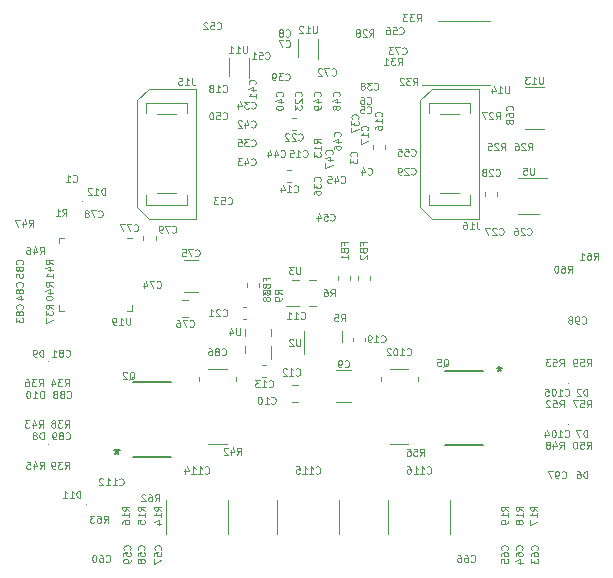
<source format=gbo>
%TF.GenerationSoftware,KiCad,Pcbnew,(5.1.6)-1*%
%TF.CreationDate,2020-11-09T17:25:15+01:00*%
%TF.ProjectId,omodri_laas,6f6d6f64-7269-45f6-9c61-61732e6b6963,1.0*%
%TF.SameCoordinates,Original*%
%TF.FileFunction,Legend,Bot*%
%TF.FilePolarity,Positive*%
%FSLAX46Y46*%
G04 Gerber Fmt 4.6, Leading zero omitted, Abs format (unit mm)*
G04 Created by KiCad (PCBNEW (5.1.6)-1) date 2020-11-09 17:25:15*
%MOMM*%
%LPD*%
G01*
G04 APERTURE LIST*
%ADD10C,0.152400*%
%ADD11C,0.120000*%
%ADD12C,0.100000*%
%ADD13C,0.150000*%
G04 APERTURE END LIST*
D10*
%TO.C,Q2*%
X110200001Y-90649998D02*
X113399999Y-90649998D01*
X110200001Y-84350000D02*
X113399999Y-84350000D01*
%TO.C,Q5*%
X139799999Y-83350002D02*
X136600001Y-83350002D01*
X139799999Y-89650000D02*
X136600001Y-89650000D01*
D11*
%TO.C,J15*%
X114750000Y-60702500D02*
X111250000Y-60702500D01*
X111250000Y-69297500D02*
X114750000Y-69297500D01*
X113790000Y-61642500D02*
X112210000Y-61642500D01*
X112210000Y-68357500D02*
X113790000Y-68357500D01*
X111500000Y-59470000D02*
X110500000Y-60470000D01*
X111500000Y-70530000D02*
X110500000Y-69530000D01*
X111500000Y-70530000D02*
X115500000Y-70530000D01*
X111500000Y-59470000D02*
X115500000Y-59470000D01*
X115500000Y-70530000D02*
X115500000Y-59470000D01*
X110500000Y-69530000D02*
X110500000Y-60470000D01*
X114750000Y-69297500D02*
X114750000Y-68500000D01*
X111250000Y-69297500D02*
X111250000Y-68500000D01*
X114750000Y-60702500D02*
X114750000Y-61500000D01*
X111250000Y-60702500D02*
X111250000Y-61500000D01*
%TO.C,U13*%
X144950000Y-62924995D02*
X143350000Y-62924995D01*
X144950000Y-59324995D02*
X143350000Y-59324995D01*
%TO.C,U4*%
X121900000Y-81262500D02*
X121900000Y-82362500D01*
X121900000Y-79862500D02*
X121900000Y-80462500D01*
X119700000Y-79862500D02*
X119700000Y-80462500D01*
X119700000Y-81262500D02*
X119700000Y-81862500D01*
%TO.C,U3*%
X124266800Y-77844700D02*
X123166800Y-77844700D01*
X125666800Y-77844700D02*
X125066800Y-77844700D01*
X125666800Y-75644700D02*
X125066800Y-75644700D01*
X124266800Y-75644700D02*
X123666800Y-75644700D01*
%TO.C,R56*%
X134300000Y-84200000D02*
X134300000Y-83900000D01*
X133500000Y-83200000D02*
X131900000Y-83200000D01*
X131150000Y-83900000D02*
X131150000Y-84200000D01*
X131900000Y-89600000D02*
X133500000Y-89600000D01*
%TO.C,C9*%
X127397936Y-86030000D02*
X128602064Y-86030000D01*
X127397936Y-83310000D02*
X128602064Y-83310000D01*
%TO.C,C10*%
X124158578Y-84590000D02*
X123641422Y-84590000D01*
X124158578Y-86010000D02*
X123641422Y-86010000D01*
%TO.C,C13*%
X121437779Y-82863750D02*
X121112221Y-82863750D01*
X121437779Y-83883750D02*
X121112221Y-83883750D01*
%TO.C,C14*%
X123257221Y-67390000D02*
X123582779Y-67390000D01*
X123257221Y-66370000D02*
X123582779Y-66370000D01*
%TO.C,C16*%
X131510000Y-64595279D02*
X131510000Y-64269721D01*
X130490000Y-64595279D02*
X130490000Y-64269721D01*
%TO.C,C19*%
X128772000Y-80557221D02*
X128772000Y-80882779D01*
X129792000Y-80557221D02*
X129792000Y-80882779D01*
%TO.C,C21*%
X119785279Y-77970000D02*
X119459721Y-77970000D01*
X119785279Y-78990000D02*
X119459721Y-78990000D01*
%TO.C,C22*%
X123637221Y-63010000D02*
X123962779Y-63010000D01*
X123637221Y-61990000D02*
X123962779Y-61990000D01*
%TO.C,C28*%
X140007500Y-68204721D02*
X140007500Y-68530279D01*
X141027500Y-68204721D02*
X141027500Y-68530279D01*
%TO.C,C75*%
X114472936Y-76670000D02*
X115677064Y-76670000D01*
X114472936Y-73950000D02*
X115677064Y-73950000D01*
%TO.C,C76*%
X114353922Y-78810000D02*
X114871078Y-78810000D01*
X114353922Y-77390000D02*
X114871078Y-77390000D01*
%TO.C,C79*%
X112085000Y-72262779D02*
X112085000Y-71937221D01*
X111065000Y-72262779D02*
X111065000Y-71937221D01*
%TO.C,FB1*%
X127540000Y-75356921D02*
X127540000Y-75682479D01*
X128560000Y-75356921D02*
X128560000Y-75682479D01*
%TO.C,FB2*%
X129240000Y-75356921D02*
X129240000Y-75682479D01*
X130260000Y-75356921D02*
X130260000Y-75682479D01*
%TO.C,FB3*%
X119860000Y-75954721D02*
X119860000Y-76280279D01*
X120880000Y-75954721D02*
X120880000Y-76280279D01*
%TO.C,R42*%
X118900000Y-84200000D02*
X118900000Y-83900000D01*
X118100000Y-83200000D02*
X116500000Y-83200000D01*
X115750000Y-83900000D02*
X115750000Y-84200000D01*
X116500000Y-89600000D02*
X118100000Y-89600000D01*
%TO.C,U12*%
X125850000Y-56960000D02*
X125850000Y-55260000D01*
X124150000Y-56810000D02*
X124150000Y-55260000D01*
%TO.C,U14*%
X138237500Y-53740000D02*
X140437500Y-53740000D01*
X138237500Y-53740000D02*
X136037500Y-53740000D01*
X138237500Y-59210000D02*
X140437500Y-59210000D01*
X138237500Y-59210000D02*
X134637500Y-59210000D01*
%TO.C,C114*%
X112990000Y-94334252D02*
X112990000Y-97165748D01*
X118210000Y-94334252D02*
X118210000Y-97165748D01*
%TO.C,C115*%
X122390000Y-94334252D02*
X122390000Y-97165748D01*
X127610000Y-94334252D02*
X127610000Y-97165748D01*
%TO.C,C116*%
X131790000Y-94334252D02*
X131790000Y-97165748D01*
X137010000Y-94334252D02*
X137010000Y-97165748D01*
%TO.C,U5*%
X144550000Y-70090000D02*
X142790000Y-70090000D01*
X142790000Y-67020000D02*
X145220000Y-67020000D01*
%TO.C,U11*%
X120000000Y-58595000D02*
X120000000Y-56895000D01*
X118300000Y-58445000D02*
X118300000Y-56895000D01*
D12*
%TO.C,D11*%
X106250000Y-94690000D02*
G75*
G03*
X106250000Y-94690000I-50000J0D01*
G01*
%TO.C,D2*%
X147040000Y-84425000D02*
G75*
G03*
X147040000Y-84425000I-50000J0D01*
G01*
%TO.C,D6*%
X147040000Y-91425000D02*
G75*
G03*
X147040000Y-91425000I-50000J0D01*
G01*
%TO.C,D7*%
X147040000Y-87925000D02*
G75*
G03*
X147040000Y-87925000I-50000J0D01*
G01*
%TO.C,D8*%
X103070000Y-89580000D02*
G75*
G03*
X103070000Y-89580000I-50000J0D01*
G01*
%TO.C,D9*%
X103060000Y-82580000D02*
G75*
G03*
X103060000Y-82580000I-50000J0D01*
G01*
%TO.C,D10*%
X103065000Y-86080000D02*
G75*
G03*
X103065000Y-86080000I-50000J0D01*
G01*
%TO.C,D12*%
X105930000Y-69050000D02*
G75*
G03*
X105930000Y-69050000I-50000J0D01*
G01*
D11*
%TO.C,U2*%
X124640000Y-81962500D02*
X124640000Y-79962500D01*
X127860000Y-80962500D02*
X127860000Y-79962500D01*
%TO.C,U19*%
X104365000Y-72090000D02*
X103890000Y-72090000D01*
X103890000Y-72090000D02*
X103890000Y-72565000D01*
X109635000Y-78310000D02*
X110110000Y-78310000D01*
X110110000Y-78310000D02*
X110110000Y-77835000D01*
X104365000Y-78310000D02*
X103890000Y-78310000D01*
X103890000Y-78310000D02*
X103890000Y-77835000D01*
X109635000Y-72090000D02*
X110110000Y-72090000D01*
%TO.C,J16*%
X138750000Y-60702500D02*
X135250000Y-60702500D01*
X135250000Y-69297500D02*
X138750000Y-69297500D01*
X137790000Y-61642500D02*
X136210000Y-61642500D01*
X136210000Y-68357500D02*
X137790000Y-68357500D01*
X135500000Y-59470000D02*
X134500000Y-60470000D01*
X135500000Y-70530000D02*
X134500000Y-69530000D01*
X135500000Y-70530000D02*
X139500000Y-70530000D01*
X135500000Y-59470000D02*
X139500000Y-59470000D01*
X139500000Y-70530000D02*
X139500000Y-59470000D01*
X134500000Y-69530000D02*
X134500000Y-60470000D01*
X138750000Y-69297500D02*
X138750000Y-68500000D01*
X135250000Y-69297500D02*
X135250000Y-68500000D01*
X138750000Y-60702500D02*
X138750000Y-61500000D01*
X135250000Y-60702500D02*
X135250000Y-61500000D01*
%TO.C,Q2*%
X109857142Y-84128571D02*
X109914285Y-84100000D01*
X109971428Y-84042857D01*
X110057142Y-83957142D01*
X110114285Y-83928571D01*
X110171428Y-83928571D01*
X110142857Y-84071428D02*
X110200000Y-84042857D01*
X110257142Y-83985714D01*
X110285714Y-83871428D01*
X110285714Y-83671428D01*
X110257142Y-83557142D01*
X110200000Y-83500000D01*
X110142857Y-83471428D01*
X110028571Y-83471428D01*
X109971428Y-83500000D01*
X109914285Y-83557142D01*
X109885714Y-83671428D01*
X109885714Y-83871428D01*
X109914285Y-83985714D01*
X109971428Y-84042857D01*
X110028571Y-84071428D01*
X110142857Y-84071428D01*
X109657142Y-83528571D02*
X109628571Y-83500000D01*
X109571428Y-83471428D01*
X109428571Y-83471428D01*
X109371428Y-83500000D01*
X109342857Y-83528571D01*
X109314285Y-83585714D01*
X109314285Y-83642857D01*
X109342857Y-83728571D01*
X109685714Y-84071428D01*
X109314285Y-84071428D01*
D13*
X108800000Y-89952379D02*
X108800000Y-90190475D01*
X109038095Y-90095237D02*
X108800000Y-90190475D01*
X108561904Y-90095237D01*
X108942857Y-90380951D02*
X108800000Y-90190475D01*
X108657142Y-90380951D01*
X108800000Y-89952379D02*
X108800000Y-90190475D01*
X109038095Y-90095237D02*
X108800000Y-90190475D01*
X108561904Y-90095237D01*
X108942857Y-90380951D02*
X108800000Y-90190475D01*
X108657142Y-90380951D01*
%TO.C,Q5*%
D11*
X136457142Y-83028571D02*
X136514285Y-83000000D01*
X136571428Y-82942857D01*
X136657142Y-82857142D01*
X136714285Y-82828571D01*
X136771428Y-82828571D01*
X136742857Y-82971428D02*
X136800000Y-82942857D01*
X136857142Y-82885714D01*
X136885714Y-82771428D01*
X136885714Y-82571428D01*
X136857142Y-82457142D01*
X136800000Y-82400000D01*
X136742857Y-82371428D01*
X136628571Y-82371428D01*
X136571428Y-82400000D01*
X136514285Y-82457142D01*
X136485714Y-82571428D01*
X136485714Y-82771428D01*
X136514285Y-82885714D01*
X136571428Y-82942857D01*
X136628571Y-82971428D01*
X136742857Y-82971428D01*
X135942857Y-82371428D02*
X136228571Y-82371428D01*
X136257142Y-82657142D01*
X136228571Y-82628571D01*
X136171428Y-82600000D01*
X136028571Y-82600000D01*
X135971428Y-82628571D01*
X135942857Y-82657142D01*
X135914285Y-82714285D01*
X135914285Y-82857142D01*
X135942857Y-82914285D01*
X135971428Y-82942857D01*
X136028571Y-82971428D01*
X136171428Y-82971428D01*
X136228571Y-82942857D01*
X136257142Y-82914285D01*
D13*
X141200000Y-82952381D02*
X141200000Y-83190477D01*
X141438095Y-83095239D02*
X141200000Y-83190477D01*
X140961904Y-83095239D01*
X141342857Y-83380953D02*
X141200000Y-83190477D01*
X141057142Y-83380953D01*
X141200000Y-82952381D02*
X141200000Y-83190477D01*
X141438095Y-83095239D02*
X141200000Y-83190477D01*
X140961904Y-83095239D01*
X141342857Y-83380953D02*
X141200000Y-83190477D01*
X141057142Y-83380953D01*
%TO.C,J15*%
D11*
X115185714Y-58571428D02*
X115185714Y-59000000D01*
X115214285Y-59085714D01*
X115271428Y-59142857D01*
X115357142Y-59171428D01*
X115414285Y-59171428D01*
X114585714Y-59171428D02*
X114928571Y-59171428D01*
X114757142Y-59171428D02*
X114757142Y-58571428D01*
X114814285Y-58657142D01*
X114871428Y-58714285D01*
X114928571Y-58742857D01*
X114042857Y-58571428D02*
X114328571Y-58571428D01*
X114357142Y-58857142D01*
X114328571Y-58828571D01*
X114271428Y-58800000D01*
X114128571Y-58800000D01*
X114071428Y-58828571D01*
X114042857Y-58857142D01*
X114014285Y-58914285D01*
X114014285Y-59057142D01*
X114042857Y-59114285D01*
X114071428Y-59142857D01*
X114128571Y-59171428D01*
X114271428Y-59171428D01*
X114328571Y-59142857D01*
X114357142Y-59114285D01*
%TO.C,U13*%
X144892857Y-58471428D02*
X144892857Y-58957142D01*
X144864285Y-59014285D01*
X144835714Y-59042857D01*
X144778571Y-59071428D01*
X144664285Y-59071428D01*
X144607142Y-59042857D01*
X144578571Y-59014285D01*
X144550000Y-58957142D01*
X144550000Y-58471428D01*
X143950000Y-59071428D02*
X144292857Y-59071428D01*
X144121428Y-59071428D02*
X144121428Y-58471428D01*
X144178571Y-58557142D01*
X144235714Y-58614285D01*
X144292857Y-58642857D01*
X143750000Y-58471428D02*
X143378571Y-58471428D01*
X143578571Y-58700000D01*
X143492857Y-58700000D01*
X143435714Y-58728571D01*
X143407142Y-58757142D01*
X143378571Y-58814285D01*
X143378571Y-58957142D01*
X143407142Y-59014285D01*
X143435714Y-59042857D01*
X143492857Y-59071428D01*
X143664285Y-59071428D01*
X143721428Y-59042857D01*
X143750000Y-59014285D01*
%TO.C,C88*%
X104585714Y-85614285D02*
X104614285Y-85642857D01*
X104700000Y-85671428D01*
X104757142Y-85671428D01*
X104842857Y-85642857D01*
X104900000Y-85585714D01*
X104928571Y-85528571D01*
X104957142Y-85414285D01*
X104957142Y-85328571D01*
X104928571Y-85214285D01*
X104900000Y-85157142D01*
X104842857Y-85100000D01*
X104757142Y-85071428D01*
X104700000Y-85071428D01*
X104614285Y-85100000D01*
X104585714Y-85128571D01*
X104242857Y-85328571D02*
X104300000Y-85300000D01*
X104328571Y-85271428D01*
X104357142Y-85214285D01*
X104357142Y-85185714D01*
X104328571Y-85128571D01*
X104300000Y-85100000D01*
X104242857Y-85071428D01*
X104128571Y-85071428D01*
X104071428Y-85100000D01*
X104042857Y-85128571D01*
X104014285Y-85185714D01*
X104014285Y-85214285D01*
X104042857Y-85271428D01*
X104071428Y-85300000D01*
X104128571Y-85328571D01*
X104242857Y-85328571D01*
X104300000Y-85357142D01*
X104328571Y-85385714D01*
X104357142Y-85442857D01*
X104357142Y-85557142D01*
X104328571Y-85614285D01*
X104300000Y-85642857D01*
X104242857Y-85671428D01*
X104128571Y-85671428D01*
X104071428Y-85642857D01*
X104042857Y-85614285D01*
X104014285Y-85557142D01*
X104014285Y-85442857D01*
X104042857Y-85385714D01*
X104071428Y-85357142D01*
X104128571Y-85328571D01*
X103671428Y-85328571D02*
X103728571Y-85300000D01*
X103757142Y-85271428D01*
X103785714Y-85214285D01*
X103785714Y-85185714D01*
X103757142Y-85128571D01*
X103728571Y-85100000D01*
X103671428Y-85071428D01*
X103557142Y-85071428D01*
X103500000Y-85100000D01*
X103471428Y-85128571D01*
X103442857Y-85185714D01*
X103442857Y-85214285D01*
X103471428Y-85271428D01*
X103500000Y-85300000D01*
X103557142Y-85328571D01*
X103671428Y-85328571D01*
X103728571Y-85357142D01*
X103757142Y-85385714D01*
X103785714Y-85442857D01*
X103785714Y-85557142D01*
X103757142Y-85614285D01*
X103728571Y-85642857D01*
X103671428Y-85671428D01*
X103557142Y-85671428D01*
X103500000Y-85642857D01*
X103471428Y-85614285D01*
X103442857Y-85557142D01*
X103442857Y-85442857D01*
X103471428Y-85385714D01*
X103500000Y-85357142D01*
X103557142Y-85328571D01*
%TO.C,R61*%
X149185714Y-73971428D02*
X149385714Y-73685714D01*
X149528571Y-73971428D02*
X149528571Y-73371428D01*
X149300000Y-73371428D01*
X149242857Y-73400000D01*
X149214285Y-73428571D01*
X149185714Y-73485714D01*
X149185714Y-73571428D01*
X149214285Y-73628571D01*
X149242857Y-73657142D01*
X149300000Y-73685714D01*
X149528571Y-73685714D01*
X148671428Y-73371428D02*
X148785714Y-73371428D01*
X148842857Y-73400000D01*
X148871428Y-73428571D01*
X148928571Y-73514285D01*
X148957142Y-73628571D01*
X148957142Y-73857142D01*
X148928571Y-73914285D01*
X148900000Y-73942857D01*
X148842857Y-73971428D01*
X148728571Y-73971428D01*
X148671428Y-73942857D01*
X148642857Y-73914285D01*
X148614285Y-73857142D01*
X148614285Y-73714285D01*
X148642857Y-73657142D01*
X148671428Y-73628571D01*
X148728571Y-73600000D01*
X148842857Y-73600000D01*
X148900000Y-73628571D01*
X148928571Y-73657142D01*
X148957142Y-73714285D01*
X148042857Y-73971428D02*
X148385714Y-73971428D01*
X148214285Y-73971428D02*
X148214285Y-73371428D01*
X148271428Y-73457142D01*
X148328571Y-73514285D01*
X148385714Y-73542857D01*
%TO.C,R60*%
X146985714Y-75071428D02*
X147185714Y-74785714D01*
X147328571Y-75071428D02*
X147328571Y-74471428D01*
X147100000Y-74471428D01*
X147042857Y-74500000D01*
X147014285Y-74528571D01*
X146985714Y-74585714D01*
X146985714Y-74671428D01*
X147014285Y-74728571D01*
X147042857Y-74757142D01*
X147100000Y-74785714D01*
X147328571Y-74785714D01*
X146471428Y-74471428D02*
X146585714Y-74471428D01*
X146642857Y-74500000D01*
X146671428Y-74528571D01*
X146728571Y-74614285D01*
X146757142Y-74728571D01*
X146757142Y-74957142D01*
X146728571Y-75014285D01*
X146700000Y-75042857D01*
X146642857Y-75071428D01*
X146528571Y-75071428D01*
X146471428Y-75042857D01*
X146442857Y-75014285D01*
X146414285Y-74957142D01*
X146414285Y-74814285D01*
X146442857Y-74757142D01*
X146471428Y-74728571D01*
X146528571Y-74700000D01*
X146642857Y-74700000D01*
X146700000Y-74728571D01*
X146728571Y-74757142D01*
X146757142Y-74814285D01*
X146042857Y-74471428D02*
X145985714Y-74471428D01*
X145928571Y-74500000D01*
X145900000Y-74528571D01*
X145871428Y-74585714D01*
X145842857Y-74700000D01*
X145842857Y-74842857D01*
X145871428Y-74957142D01*
X145900000Y-75014285D01*
X145928571Y-75042857D01*
X145985714Y-75071428D01*
X146042857Y-75071428D01*
X146100000Y-75042857D01*
X146128571Y-75014285D01*
X146157142Y-74957142D01*
X146185714Y-74842857D01*
X146185714Y-74700000D01*
X146157142Y-74585714D01*
X146128571Y-74528571D01*
X146100000Y-74500000D01*
X146042857Y-74471428D01*
%TO.C,C98*%
X148185714Y-79314285D02*
X148214285Y-79342857D01*
X148300000Y-79371428D01*
X148357142Y-79371428D01*
X148442857Y-79342857D01*
X148500000Y-79285714D01*
X148528571Y-79228571D01*
X148557142Y-79114285D01*
X148557142Y-79028571D01*
X148528571Y-78914285D01*
X148500000Y-78857142D01*
X148442857Y-78800000D01*
X148357142Y-78771428D01*
X148300000Y-78771428D01*
X148214285Y-78800000D01*
X148185714Y-78828571D01*
X147900000Y-79371428D02*
X147785714Y-79371428D01*
X147728571Y-79342857D01*
X147700000Y-79314285D01*
X147642857Y-79228571D01*
X147614285Y-79114285D01*
X147614285Y-78885714D01*
X147642857Y-78828571D01*
X147671428Y-78800000D01*
X147728571Y-78771428D01*
X147842857Y-78771428D01*
X147900000Y-78800000D01*
X147928571Y-78828571D01*
X147957142Y-78885714D01*
X147957142Y-79028571D01*
X147928571Y-79085714D01*
X147900000Y-79114285D01*
X147842857Y-79142857D01*
X147728571Y-79142857D01*
X147671428Y-79114285D01*
X147642857Y-79085714D01*
X147614285Y-79028571D01*
X147271428Y-79028571D02*
X147328571Y-79000000D01*
X147357142Y-78971428D01*
X147385714Y-78914285D01*
X147385714Y-78885714D01*
X147357142Y-78828571D01*
X147328571Y-78800000D01*
X147271428Y-78771428D01*
X147157142Y-78771428D01*
X147100000Y-78800000D01*
X147071428Y-78828571D01*
X147042857Y-78885714D01*
X147042857Y-78914285D01*
X147071428Y-78971428D01*
X147100000Y-79000000D01*
X147157142Y-79028571D01*
X147271428Y-79028571D01*
X147328571Y-79057142D01*
X147357142Y-79085714D01*
X147385714Y-79142857D01*
X147385714Y-79257142D01*
X147357142Y-79314285D01*
X147328571Y-79342857D01*
X147271428Y-79371428D01*
X147157142Y-79371428D01*
X147100000Y-79342857D01*
X147071428Y-79314285D01*
X147042857Y-79257142D01*
X147042857Y-79142857D01*
X147071428Y-79085714D01*
X147100000Y-79057142D01*
X147157142Y-79028571D01*
%TO.C,U4*%
X119257142Y-79771428D02*
X119257142Y-80257142D01*
X119228571Y-80314285D01*
X119200000Y-80342857D01*
X119142857Y-80371428D01*
X119028571Y-80371428D01*
X118971428Y-80342857D01*
X118942857Y-80314285D01*
X118914285Y-80257142D01*
X118914285Y-79771428D01*
X118371428Y-79971428D02*
X118371428Y-80371428D01*
X118514285Y-79742857D02*
X118657142Y-80171428D01*
X118285714Y-80171428D01*
%TO.C,U3*%
X124357142Y-74571428D02*
X124357142Y-75057142D01*
X124328571Y-75114285D01*
X124300000Y-75142857D01*
X124242857Y-75171428D01*
X124128571Y-75171428D01*
X124071428Y-75142857D01*
X124042857Y-75114285D01*
X124014285Y-75057142D01*
X124014285Y-74571428D01*
X123785714Y-74571428D02*
X123414285Y-74571428D01*
X123614285Y-74800000D01*
X123528571Y-74800000D01*
X123471428Y-74828571D01*
X123442857Y-74857142D01*
X123414285Y-74914285D01*
X123414285Y-75057142D01*
X123442857Y-75114285D01*
X123471428Y-75142857D01*
X123528571Y-75171428D01*
X123700000Y-75171428D01*
X123757142Y-75142857D01*
X123785714Y-75114285D01*
%TO.C,R56*%
X134485714Y-90571428D02*
X134685714Y-90285714D01*
X134828571Y-90571428D02*
X134828571Y-89971428D01*
X134600000Y-89971428D01*
X134542857Y-90000000D01*
X134514285Y-90028571D01*
X134485714Y-90085714D01*
X134485714Y-90171428D01*
X134514285Y-90228571D01*
X134542857Y-90257142D01*
X134600000Y-90285714D01*
X134828571Y-90285714D01*
X133942857Y-89971428D02*
X134228571Y-89971428D01*
X134257142Y-90257142D01*
X134228571Y-90228571D01*
X134171428Y-90200000D01*
X134028571Y-90200000D01*
X133971428Y-90228571D01*
X133942857Y-90257142D01*
X133914285Y-90314285D01*
X133914285Y-90457142D01*
X133942857Y-90514285D01*
X133971428Y-90542857D01*
X134028571Y-90571428D01*
X134171428Y-90571428D01*
X134228571Y-90542857D01*
X134257142Y-90514285D01*
X133400000Y-89971428D02*
X133514285Y-89971428D01*
X133571428Y-90000000D01*
X133600000Y-90028571D01*
X133657142Y-90114285D01*
X133685714Y-90228571D01*
X133685714Y-90457142D01*
X133657142Y-90514285D01*
X133628571Y-90542857D01*
X133571428Y-90571428D01*
X133457142Y-90571428D01*
X133400000Y-90542857D01*
X133371428Y-90514285D01*
X133342857Y-90457142D01*
X133342857Y-90314285D01*
X133371428Y-90257142D01*
X133400000Y-90228571D01*
X133457142Y-90200000D01*
X133571428Y-90200000D01*
X133628571Y-90228571D01*
X133657142Y-90257142D01*
X133685714Y-90314285D01*
%TO.C,C1*%
X105100000Y-67314285D02*
X105128571Y-67342857D01*
X105214285Y-67371428D01*
X105271428Y-67371428D01*
X105357142Y-67342857D01*
X105414285Y-67285714D01*
X105442857Y-67228571D01*
X105471428Y-67114285D01*
X105471428Y-67028571D01*
X105442857Y-66914285D01*
X105414285Y-66857142D01*
X105357142Y-66800000D01*
X105271428Y-66771428D01*
X105214285Y-66771428D01*
X105128571Y-66800000D01*
X105100000Y-66828571D01*
X104528571Y-67371428D02*
X104871428Y-67371428D01*
X104700000Y-67371428D02*
X104700000Y-66771428D01*
X104757142Y-66857142D01*
X104814285Y-66914285D01*
X104871428Y-66942857D01*
%TO.C,C3*%
X129114285Y-65200000D02*
X129142857Y-65171428D01*
X129171428Y-65085714D01*
X129171428Y-65028571D01*
X129142857Y-64942857D01*
X129085714Y-64885714D01*
X129028571Y-64857142D01*
X128914285Y-64828571D01*
X128828571Y-64828571D01*
X128714285Y-64857142D01*
X128657142Y-64885714D01*
X128600000Y-64942857D01*
X128571428Y-65028571D01*
X128571428Y-65085714D01*
X128600000Y-65171428D01*
X128628571Y-65200000D01*
X128571428Y-65400000D02*
X128571428Y-65771428D01*
X128800000Y-65571428D01*
X128800000Y-65657142D01*
X128828571Y-65714285D01*
X128857142Y-65742857D01*
X128914285Y-65771428D01*
X129057142Y-65771428D01*
X129114285Y-65742857D01*
X129142857Y-65714285D01*
X129171428Y-65657142D01*
X129171428Y-65485714D01*
X129142857Y-65428571D01*
X129114285Y-65400000D01*
%TO.C,C4*%
X130050000Y-66714285D02*
X130078571Y-66742857D01*
X130164285Y-66771428D01*
X130221428Y-66771428D01*
X130307142Y-66742857D01*
X130364285Y-66685714D01*
X130392857Y-66628571D01*
X130421428Y-66514285D01*
X130421428Y-66428571D01*
X130392857Y-66314285D01*
X130364285Y-66257142D01*
X130307142Y-66200000D01*
X130221428Y-66171428D01*
X130164285Y-66171428D01*
X130078571Y-66200000D01*
X130050000Y-66228571D01*
X129535714Y-66371428D02*
X129535714Y-66771428D01*
X129678571Y-66142857D02*
X129821428Y-66571428D01*
X129450000Y-66571428D01*
%TO.C,C5*%
X130000000Y-61514285D02*
X130028571Y-61542857D01*
X130114285Y-61571428D01*
X130171428Y-61571428D01*
X130257142Y-61542857D01*
X130314285Y-61485714D01*
X130342857Y-61428571D01*
X130371428Y-61314285D01*
X130371428Y-61228571D01*
X130342857Y-61114285D01*
X130314285Y-61057142D01*
X130257142Y-61000000D01*
X130171428Y-60971428D01*
X130114285Y-60971428D01*
X130028571Y-61000000D01*
X130000000Y-61028571D01*
X129457142Y-60971428D02*
X129742857Y-60971428D01*
X129771428Y-61257142D01*
X129742857Y-61228571D01*
X129685714Y-61200000D01*
X129542857Y-61200000D01*
X129485714Y-61228571D01*
X129457142Y-61257142D01*
X129428571Y-61314285D01*
X129428571Y-61457142D01*
X129457142Y-61514285D01*
X129485714Y-61542857D01*
X129542857Y-61571428D01*
X129685714Y-61571428D01*
X129742857Y-61542857D01*
X129771428Y-61514285D01*
%TO.C,C6*%
X130000000Y-60714285D02*
X130028571Y-60742857D01*
X130114285Y-60771428D01*
X130171428Y-60771428D01*
X130257142Y-60742857D01*
X130314285Y-60685714D01*
X130342857Y-60628571D01*
X130371428Y-60514285D01*
X130371428Y-60428571D01*
X130342857Y-60314285D01*
X130314285Y-60257142D01*
X130257142Y-60200000D01*
X130171428Y-60171428D01*
X130114285Y-60171428D01*
X130028571Y-60200000D01*
X130000000Y-60228571D01*
X129485714Y-60171428D02*
X129600000Y-60171428D01*
X129657142Y-60200000D01*
X129685714Y-60228571D01*
X129742857Y-60314285D01*
X129771428Y-60428571D01*
X129771428Y-60657142D01*
X129742857Y-60714285D01*
X129714285Y-60742857D01*
X129657142Y-60771428D01*
X129542857Y-60771428D01*
X129485714Y-60742857D01*
X129457142Y-60714285D01*
X129428571Y-60657142D01*
X129428571Y-60514285D01*
X129457142Y-60457142D01*
X129485714Y-60428571D01*
X129542857Y-60400000D01*
X129657142Y-60400000D01*
X129714285Y-60428571D01*
X129742857Y-60457142D01*
X129771428Y-60514285D01*
%TO.C,C7*%
X123100000Y-55914285D02*
X123128571Y-55942857D01*
X123214285Y-55971428D01*
X123271428Y-55971428D01*
X123357142Y-55942857D01*
X123414285Y-55885714D01*
X123442857Y-55828571D01*
X123471428Y-55714285D01*
X123471428Y-55628571D01*
X123442857Y-55514285D01*
X123414285Y-55457142D01*
X123357142Y-55400000D01*
X123271428Y-55371428D01*
X123214285Y-55371428D01*
X123128571Y-55400000D01*
X123100000Y-55428571D01*
X122900000Y-55371428D02*
X122500000Y-55371428D01*
X122757142Y-55971428D01*
%TO.C,C8*%
X123100000Y-55014285D02*
X123128571Y-55042857D01*
X123214285Y-55071428D01*
X123271428Y-55071428D01*
X123357142Y-55042857D01*
X123414285Y-54985714D01*
X123442857Y-54928571D01*
X123471428Y-54814285D01*
X123471428Y-54728571D01*
X123442857Y-54614285D01*
X123414285Y-54557142D01*
X123357142Y-54500000D01*
X123271428Y-54471428D01*
X123214285Y-54471428D01*
X123128571Y-54500000D01*
X123100000Y-54528571D01*
X122757142Y-54728571D02*
X122814285Y-54700000D01*
X122842857Y-54671428D01*
X122871428Y-54614285D01*
X122871428Y-54585714D01*
X122842857Y-54528571D01*
X122814285Y-54500000D01*
X122757142Y-54471428D01*
X122642857Y-54471428D01*
X122585714Y-54500000D01*
X122557142Y-54528571D01*
X122528571Y-54585714D01*
X122528571Y-54614285D01*
X122557142Y-54671428D01*
X122585714Y-54700000D01*
X122642857Y-54728571D01*
X122757142Y-54728571D01*
X122814285Y-54757142D01*
X122842857Y-54785714D01*
X122871428Y-54842857D01*
X122871428Y-54957142D01*
X122842857Y-55014285D01*
X122814285Y-55042857D01*
X122757142Y-55071428D01*
X122642857Y-55071428D01*
X122585714Y-55042857D01*
X122557142Y-55014285D01*
X122528571Y-54957142D01*
X122528571Y-54842857D01*
X122557142Y-54785714D01*
X122585714Y-54757142D01*
X122642857Y-54728571D01*
%TO.C,C9*%
X128100000Y-83014285D02*
X128128571Y-83042857D01*
X128214285Y-83071428D01*
X128271428Y-83071428D01*
X128357142Y-83042857D01*
X128414285Y-82985714D01*
X128442857Y-82928571D01*
X128471428Y-82814285D01*
X128471428Y-82728571D01*
X128442857Y-82614285D01*
X128414285Y-82557142D01*
X128357142Y-82500000D01*
X128271428Y-82471428D01*
X128214285Y-82471428D01*
X128128571Y-82500000D01*
X128100000Y-82528571D01*
X127814285Y-83071428D02*
X127700000Y-83071428D01*
X127642857Y-83042857D01*
X127614285Y-83014285D01*
X127557142Y-82928571D01*
X127528571Y-82814285D01*
X127528571Y-82585714D01*
X127557142Y-82528571D01*
X127585714Y-82500000D01*
X127642857Y-82471428D01*
X127757142Y-82471428D01*
X127814285Y-82500000D01*
X127842857Y-82528571D01*
X127871428Y-82585714D01*
X127871428Y-82728571D01*
X127842857Y-82785714D01*
X127814285Y-82814285D01*
X127757142Y-82842857D01*
X127642857Y-82842857D01*
X127585714Y-82814285D01*
X127557142Y-82785714D01*
X127528571Y-82728571D01*
%TO.C,C10*%
X121885714Y-86114285D02*
X121914285Y-86142857D01*
X122000000Y-86171428D01*
X122057142Y-86171428D01*
X122142857Y-86142857D01*
X122200000Y-86085714D01*
X122228571Y-86028571D01*
X122257142Y-85914285D01*
X122257142Y-85828571D01*
X122228571Y-85714285D01*
X122200000Y-85657142D01*
X122142857Y-85600000D01*
X122057142Y-85571428D01*
X122000000Y-85571428D01*
X121914285Y-85600000D01*
X121885714Y-85628571D01*
X121314285Y-86171428D02*
X121657142Y-86171428D01*
X121485714Y-86171428D02*
X121485714Y-85571428D01*
X121542857Y-85657142D01*
X121600000Y-85714285D01*
X121657142Y-85742857D01*
X120942857Y-85571428D02*
X120885714Y-85571428D01*
X120828571Y-85600000D01*
X120800000Y-85628571D01*
X120771428Y-85685714D01*
X120742857Y-85800000D01*
X120742857Y-85942857D01*
X120771428Y-86057142D01*
X120800000Y-86114285D01*
X120828571Y-86142857D01*
X120885714Y-86171428D01*
X120942857Y-86171428D01*
X121000000Y-86142857D01*
X121028571Y-86114285D01*
X121057142Y-86057142D01*
X121085714Y-85942857D01*
X121085714Y-85800000D01*
X121057142Y-85685714D01*
X121028571Y-85628571D01*
X121000000Y-85600000D01*
X120942857Y-85571428D01*
%TO.C,C11*%
X124385714Y-78914285D02*
X124414285Y-78942857D01*
X124500000Y-78971428D01*
X124557142Y-78971428D01*
X124642857Y-78942857D01*
X124700000Y-78885714D01*
X124728571Y-78828571D01*
X124757142Y-78714285D01*
X124757142Y-78628571D01*
X124728571Y-78514285D01*
X124700000Y-78457142D01*
X124642857Y-78400000D01*
X124557142Y-78371428D01*
X124500000Y-78371428D01*
X124414285Y-78400000D01*
X124385714Y-78428571D01*
X123814285Y-78971428D02*
X124157142Y-78971428D01*
X123985714Y-78971428D02*
X123985714Y-78371428D01*
X124042857Y-78457142D01*
X124100000Y-78514285D01*
X124157142Y-78542857D01*
X123242857Y-78971428D02*
X123585714Y-78971428D01*
X123414285Y-78971428D02*
X123414285Y-78371428D01*
X123471428Y-78457142D01*
X123528571Y-78514285D01*
X123585714Y-78542857D01*
%TO.C,C12*%
X123985714Y-83714285D02*
X124014285Y-83742857D01*
X124100000Y-83771428D01*
X124157142Y-83771428D01*
X124242857Y-83742857D01*
X124300000Y-83685714D01*
X124328571Y-83628571D01*
X124357142Y-83514285D01*
X124357142Y-83428571D01*
X124328571Y-83314285D01*
X124300000Y-83257142D01*
X124242857Y-83200000D01*
X124157142Y-83171428D01*
X124100000Y-83171428D01*
X124014285Y-83200000D01*
X123985714Y-83228571D01*
X123414285Y-83771428D02*
X123757142Y-83771428D01*
X123585714Y-83771428D02*
X123585714Y-83171428D01*
X123642857Y-83257142D01*
X123700000Y-83314285D01*
X123757142Y-83342857D01*
X123185714Y-83228571D02*
X123157142Y-83200000D01*
X123100000Y-83171428D01*
X122957142Y-83171428D01*
X122900000Y-83200000D01*
X122871428Y-83228571D01*
X122842857Y-83285714D01*
X122842857Y-83342857D01*
X122871428Y-83428571D01*
X123214285Y-83771428D01*
X122842857Y-83771428D01*
%TO.C,C13*%
X121685714Y-84714285D02*
X121714285Y-84742857D01*
X121800000Y-84771428D01*
X121857142Y-84771428D01*
X121942857Y-84742857D01*
X122000000Y-84685714D01*
X122028571Y-84628571D01*
X122057142Y-84514285D01*
X122057142Y-84428571D01*
X122028571Y-84314285D01*
X122000000Y-84257142D01*
X121942857Y-84200000D01*
X121857142Y-84171428D01*
X121800000Y-84171428D01*
X121714285Y-84200000D01*
X121685714Y-84228571D01*
X121114285Y-84771428D02*
X121457142Y-84771428D01*
X121285714Y-84771428D02*
X121285714Y-84171428D01*
X121342857Y-84257142D01*
X121400000Y-84314285D01*
X121457142Y-84342857D01*
X120914285Y-84171428D02*
X120542857Y-84171428D01*
X120742857Y-84400000D01*
X120657142Y-84400000D01*
X120600000Y-84428571D01*
X120571428Y-84457142D01*
X120542857Y-84514285D01*
X120542857Y-84657142D01*
X120571428Y-84714285D01*
X120600000Y-84742857D01*
X120657142Y-84771428D01*
X120828571Y-84771428D01*
X120885714Y-84742857D01*
X120914285Y-84714285D01*
%TO.C,C14*%
X123805714Y-68214285D02*
X123834285Y-68242857D01*
X123920000Y-68271428D01*
X123977142Y-68271428D01*
X124062857Y-68242857D01*
X124120000Y-68185714D01*
X124148571Y-68128571D01*
X124177142Y-68014285D01*
X124177142Y-67928571D01*
X124148571Y-67814285D01*
X124120000Y-67757142D01*
X124062857Y-67700000D01*
X123977142Y-67671428D01*
X123920000Y-67671428D01*
X123834285Y-67700000D01*
X123805714Y-67728571D01*
X123234285Y-68271428D02*
X123577142Y-68271428D01*
X123405714Y-68271428D02*
X123405714Y-67671428D01*
X123462857Y-67757142D01*
X123520000Y-67814285D01*
X123577142Y-67842857D01*
X122720000Y-67871428D02*
X122720000Y-68271428D01*
X122862857Y-67642857D02*
X123005714Y-68071428D01*
X122634285Y-68071428D01*
%TO.C,C15*%
X124585714Y-65214285D02*
X124614285Y-65242857D01*
X124700000Y-65271428D01*
X124757142Y-65271428D01*
X124842857Y-65242857D01*
X124900000Y-65185714D01*
X124928571Y-65128571D01*
X124957142Y-65014285D01*
X124957142Y-64928571D01*
X124928571Y-64814285D01*
X124900000Y-64757142D01*
X124842857Y-64700000D01*
X124757142Y-64671428D01*
X124700000Y-64671428D01*
X124614285Y-64700000D01*
X124585714Y-64728571D01*
X124014285Y-65271428D02*
X124357142Y-65271428D01*
X124185714Y-65271428D02*
X124185714Y-64671428D01*
X124242857Y-64757142D01*
X124300000Y-64814285D01*
X124357142Y-64842857D01*
X123471428Y-64671428D02*
X123757142Y-64671428D01*
X123785714Y-64957142D01*
X123757142Y-64928571D01*
X123700000Y-64900000D01*
X123557142Y-64900000D01*
X123500000Y-64928571D01*
X123471428Y-64957142D01*
X123442857Y-65014285D01*
X123442857Y-65157142D01*
X123471428Y-65214285D01*
X123500000Y-65242857D01*
X123557142Y-65271428D01*
X123700000Y-65271428D01*
X123757142Y-65242857D01*
X123785714Y-65214285D01*
%TO.C,C16*%
X131214285Y-61814285D02*
X131242857Y-61785714D01*
X131271428Y-61700000D01*
X131271428Y-61642857D01*
X131242857Y-61557142D01*
X131185714Y-61500000D01*
X131128571Y-61471428D01*
X131014285Y-61442857D01*
X130928571Y-61442857D01*
X130814285Y-61471428D01*
X130757142Y-61500000D01*
X130700000Y-61557142D01*
X130671428Y-61642857D01*
X130671428Y-61700000D01*
X130700000Y-61785714D01*
X130728571Y-61814285D01*
X131271428Y-62385714D02*
X131271428Y-62042857D01*
X131271428Y-62214285D02*
X130671428Y-62214285D01*
X130757142Y-62157142D01*
X130814285Y-62100000D01*
X130842857Y-62042857D01*
X130671428Y-62900000D02*
X130671428Y-62785714D01*
X130700000Y-62728571D01*
X130728571Y-62700000D01*
X130814285Y-62642857D01*
X130928571Y-62614285D01*
X131157142Y-62614285D01*
X131214285Y-62642857D01*
X131242857Y-62671428D01*
X131271428Y-62728571D01*
X131271428Y-62842857D01*
X131242857Y-62900000D01*
X131214285Y-62928571D01*
X131157142Y-62957142D01*
X131014285Y-62957142D01*
X130957142Y-62928571D01*
X130928571Y-62900000D01*
X130900000Y-62842857D01*
X130900000Y-62728571D01*
X130928571Y-62671428D01*
X130957142Y-62642857D01*
X131014285Y-62614285D01*
%TO.C,C17*%
X130014285Y-63014285D02*
X130042857Y-62985714D01*
X130071428Y-62900000D01*
X130071428Y-62842857D01*
X130042857Y-62757142D01*
X129985714Y-62700000D01*
X129928571Y-62671428D01*
X129814285Y-62642857D01*
X129728571Y-62642857D01*
X129614285Y-62671428D01*
X129557142Y-62700000D01*
X129500000Y-62757142D01*
X129471428Y-62842857D01*
X129471428Y-62900000D01*
X129500000Y-62985714D01*
X129528571Y-63014285D01*
X130071428Y-63585714D02*
X130071428Y-63242857D01*
X130071428Y-63414285D02*
X129471428Y-63414285D01*
X129557142Y-63357142D01*
X129614285Y-63300000D01*
X129642857Y-63242857D01*
X129471428Y-63785714D02*
X129471428Y-64185714D01*
X130071428Y-63928571D01*
%TO.C,C19*%
X131185714Y-80914285D02*
X131214285Y-80942857D01*
X131300000Y-80971428D01*
X131357142Y-80971428D01*
X131442857Y-80942857D01*
X131500000Y-80885714D01*
X131528571Y-80828571D01*
X131557142Y-80714285D01*
X131557142Y-80628571D01*
X131528571Y-80514285D01*
X131500000Y-80457142D01*
X131442857Y-80400000D01*
X131357142Y-80371428D01*
X131300000Y-80371428D01*
X131214285Y-80400000D01*
X131185714Y-80428571D01*
X130614285Y-80971428D02*
X130957142Y-80971428D01*
X130785714Y-80971428D02*
X130785714Y-80371428D01*
X130842857Y-80457142D01*
X130900000Y-80514285D01*
X130957142Y-80542857D01*
X130328571Y-80971428D02*
X130214285Y-80971428D01*
X130157142Y-80942857D01*
X130128571Y-80914285D01*
X130071428Y-80828571D01*
X130042857Y-80714285D01*
X130042857Y-80485714D01*
X130071428Y-80428571D01*
X130100000Y-80400000D01*
X130157142Y-80371428D01*
X130271428Y-80371428D01*
X130328571Y-80400000D01*
X130357142Y-80428571D01*
X130385714Y-80485714D01*
X130385714Y-80628571D01*
X130357142Y-80685714D01*
X130328571Y-80714285D01*
X130271428Y-80742857D01*
X130157142Y-80742857D01*
X130100000Y-80714285D01*
X130071428Y-80685714D01*
X130042857Y-80628571D01*
%TO.C,C21*%
X117785714Y-78714285D02*
X117814285Y-78742857D01*
X117900000Y-78771428D01*
X117957142Y-78771428D01*
X118042857Y-78742857D01*
X118100000Y-78685714D01*
X118128571Y-78628571D01*
X118157142Y-78514285D01*
X118157142Y-78428571D01*
X118128571Y-78314285D01*
X118100000Y-78257142D01*
X118042857Y-78200000D01*
X117957142Y-78171428D01*
X117900000Y-78171428D01*
X117814285Y-78200000D01*
X117785714Y-78228571D01*
X117557142Y-78228571D02*
X117528571Y-78200000D01*
X117471428Y-78171428D01*
X117328571Y-78171428D01*
X117271428Y-78200000D01*
X117242857Y-78228571D01*
X117214285Y-78285714D01*
X117214285Y-78342857D01*
X117242857Y-78428571D01*
X117585714Y-78771428D01*
X117214285Y-78771428D01*
X116642857Y-78771428D02*
X116985714Y-78771428D01*
X116814285Y-78771428D02*
X116814285Y-78171428D01*
X116871428Y-78257142D01*
X116928571Y-78314285D01*
X116985714Y-78342857D01*
%TO.C,C22*%
X124185714Y-63814285D02*
X124214285Y-63842857D01*
X124300000Y-63871428D01*
X124357142Y-63871428D01*
X124442857Y-63842857D01*
X124500000Y-63785714D01*
X124528571Y-63728571D01*
X124557142Y-63614285D01*
X124557142Y-63528571D01*
X124528571Y-63414285D01*
X124500000Y-63357142D01*
X124442857Y-63300000D01*
X124357142Y-63271428D01*
X124300000Y-63271428D01*
X124214285Y-63300000D01*
X124185714Y-63328571D01*
X123957142Y-63328571D02*
X123928571Y-63300000D01*
X123871428Y-63271428D01*
X123728571Y-63271428D01*
X123671428Y-63300000D01*
X123642857Y-63328571D01*
X123614285Y-63385714D01*
X123614285Y-63442857D01*
X123642857Y-63528571D01*
X123985714Y-63871428D01*
X123614285Y-63871428D01*
X123385714Y-63328571D02*
X123357142Y-63300000D01*
X123300000Y-63271428D01*
X123157142Y-63271428D01*
X123100000Y-63300000D01*
X123071428Y-63328571D01*
X123042857Y-63385714D01*
X123042857Y-63442857D01*
X123071428Y-63528571D01*
X123414285Y-63871428D01*
X123042857Y-63871428D01*
%TO.C,C23*%
X124414285Y-60114285D02*
X124442857Y-60085714D01*
X124471428Y-60000000D01*
X124471428Y-59942857D01*
X124442857Y-59857142D01*
X124385714Y-59800000D01*
X124328571Y-59771428D01*
X124214285Y-59742857D01*
X124128571Y-59742857D01*
X124014285Y-59771428D01*
X123957142Y-59800000D01*
X123900000Y-59857142D01*
X123871428Y-59942857D01*
X123871428Y-60000000D01*
X123900000Y-60085714D01*
X123928571Y-60114285D01*
X123928571Y-60342857D02*
X123900000Y-60371428D01*
X123871428Y-60428571D01*
X123871428Y-60571428D01*
X123900000Y-60628571D01*
X123928571Y-60657142D01*
X123985714Y-60685714D01*
X124042857Y-60685714D01*
X124128571Y-60657142D01*
X124471428Y-60314285D01*
X124471428Y-60685714D01*
X123871428Y-60885714D02*
X123871428Y-61257142D01*
X124100000Y-61057142D01*
X124100000Y-61142857D01*
X124128571Y-61200000D01*
X124157142Y-61228571D01*
X124214285Y-61257142D01*
X124357142Y-61257142D01*
X124414285Y-61228571D01*
X124442857Y-61200000D01*
X124471428Y-61142857D01*
X124471428Y-60971428D01*
X124442857Y-60914285D01*
X124414285Y-60885714D01*
%TO.C,C26*%
X143565714Y-71814285D02*
X143594285Y-71842857D01*
X143680000Y-71871428D01*
X143737142Y-71871428D01*
X143822857Y-71842857D01*
X143880000Y-71785714D01*
X143908571Y-71728571D01*
X143937142Y-71614285D01*
X143937142Y-71528571D01*
X143908571Y-71414285D01*
X143880000Y-71357142D01*
X143822857Y-71300000D01*
X143737142Y-71271428D01*
X143680000Y-71271428D01*
X143594285Y-71300000D01*
X143565714Y-71328571D01*
X143337142Y-71328571D02*
X143308571Y-71300000D01*
X143251428Y-71271428D01*
X143108571Y-71271428D01*
X143051428Y-71300000D01*
X143022857Y-71328571D01*
X142994285Y-71385714D01*
X142994285Y-71442857D01*
X143022857Y-71528571D01*
X143365714Y-71871428D01*
X142994285Y-71871428D01*
X142480000Y-71271428D02*
X142594285Y-71271428D01*
X142651428Y-71300000D01*
X142680000Y-71328571D01*
X142737142Y-71414285D01*
X142765714Y-71528571D01*
X142765714Y-71757142D01*
X142737142Y-71814285D01*
X142708571Y-71842857D01*
X142651428Y-71871428D01*
X142537142Y-71871428D01*
X142480000Y-71842857D01*
X142451428Y-71814285D01*
X142422857Y-71757142D01*
X142422857Y-71614285D01*
X142451428Y-71557142D01*
X142480000Y-71528571D01*
X142537142Y-71500000D01*
X142651428Y-71500000D01*
X142708571Y-71528571D01*
X142737142Y-71557142D01*
X142765714Y-71614285D01*
%TO.C,C27*%
X141185714Y-71814285D02*
X141214285Y-71842857D01*
X141300000Y-71871428D01*
X141357142Y-71871428D01*
X141442857Y-71842857D01*
X141500000Y-71785714D01*
X141528571Y-71728571D01*
X141557142Y-71614285D01*
X141557142Y-71528571D01*
X141528571Y-71414285D01*
X141500000Y-71357142D01*
X141442857Y-71300000D01*
X141357142Y-71271428D01*
X141300000Y-71271428D01*
X141214285Y-71300000D01*
X141185714Y-71328571D01*
X140957142Y-71328571D02*
X140928571Y-71300000D01*
X140871428Y-71271428D01*
X140728571Y-71271428D01*
X140671428Y-71300000D01*
X140642857Y-71328571D01*
X140614285Y-71385714D01*
X140614285Y-71442857D01*
X140642857Y-71528571D01*
X140985714Y-71871428D01*
X140614285Y-71871428D01*
X140414285Y-71271428D02*
X140014285Y-71271428D01*
X140271428Y-71871428D01*
%TO.C,C28*%
X140885714Y-66814285D02*
X140914285Y-66842857D01*
X141000000Y-66871428D01*
X141057142Y-66871428D01*
X141142857Y-66842857D01*
X141200000Y-66785714D01*
X141228571Y-66728571D01*
X141257142Y-66614285D01*
X141257142Y-66528571D01*
X141228571Y-66414285D01*
X141200000Y-66357142D01*
X141142857Y-66300000D01*
X141057142Y-66271428D01*
X141000000Y-66271428D01*
X140914285Y-66300000D01*
X140885714Y-66328571D01*
X140657142Y-66328571D02*
X140628571Y-66300000D01*
X140571428Y-66271428D01*
X140428571Y-66271428D01*
X140371428Y-66300000D01*
X140342857Y-66328571D01*
X140314285Y-66385714D01*
X140314285Y-66442857D01*
X140342857Y-66528571D01*
X140685714Y-66871428D01*
X140314285Y-66871428D01*
X139971428Y-66528571D02*
X140028571Y-66500000D01*
X140057142Y-66471428D01*
X140085714Y-66414285D01*
X140085714Y-66385714D01*
X140057142Y-66328571D01*
X140028571Y-66300000D01*
X139971428Y-66271428D01*
X139857142Y-66271428D01*
X139800000Y-66300000D01*
X139771428Y-66328571D01*
X139742857Y-66385714D01*
X139742857Y-66414285D01*
X139771428Y-66471428D01*
X139800000Y-66500000D01*
X139857142Y-66528571D01*
X139971428Y-66528571D01*
X140028571Y-66557142D01*
X140057142Y-66585714D01*
X140085714Y-66642857D01*
X140085714Y-66757142D01*
X140057142Y-66814285D01*
X140028571Y-66842857D01*
X139971428Y-66871428D01*
X139857142Y-66871428D01*
X139800000Y-66842857D01*
X139771428Y-66814285D01*
X139742857Y-66757142D01*
X139742857Y-66642857D01*
X139771428Y-66585714D01*
X139800000Y-66557142D01*
X139857142Y-66528571D01*
%TO.C,C29*%
X133735714Y-66714285D02*
X133764285Y-66742857D01*
X133850000Y-66771428D01*
X133907142Y-66771428D01*
X133992857Y-66742857D01*
X134050000Y-66685714D01*
X134078571Y-66628571D01*
X134107142Y-66514285D01*
X134107142Y-66428571D01*
X134078571Y-66314285D01*
X134050000Y-66257142D01*
X133992857Y-66200000D01*
X133907142Y-66171428D01*
X133850000Y-66171428D01*
X133764285Y-66200000D01*
X133735714Y-66228571D01*
X133507142Y-66228571D02*
X133478571Y-66200000D01*
X133421428Y-66171428D01*
X133278571Y-66171428D01*
X133221428Y-66200000D01*
X133192857Y-66228571D01*
X133164285Y-66285714D01*
X133164285Y-66342857D01*
X133192857Y-66428571D01*
X133535714Y-66771428D01*
X133164285Y-66771428D01*
X132878571Y-66771428D02*
X132764285Y-66771428D01*
X132707142Y-66742857D01*
X132678571Y-66714285D01*
X132621428Y-66628571D01*
X132592857Y-66514285D01*
X132592857Y-66285714D01*
X132621428Y-66228571D01*
X132650000Y-66200000D01*
X132707142Y-66171428D01*
X132821428Y-66171428D01*
X132878571Y-66200000D01*
X132907142Y-66228571D01*
X132935714Y-66285714D01*
X132935714Y-66428571D01*
X132907142Y-66485714D01*
X132878571Y-66514285D01*
X132821428Y-66542857D01*
X132707142Y-66542857D01*
X132650000Y-66514285D01*
X132621428Y-66485714D01*
X132592857Y-66428571D01*
%TO.C,C34*%
X120185714Y-61114285D02*
X120214285Y-61142857D01*
X120300000Y-61171428D01*
X120357142Y-61171428D01*
X120442857Y-61142857D01*
X120500000Y-61085714D01*
X120528571Y-61028571D01*
X120557142Y-60914285D01*
X120557142Y-60828571D01*
X120528571Y-60714285D01*
X120500000Y-60657142D01*
X120442857Y-60600000D01*
X120357142Y-60571428D01*
X120300000Y-60571428D01*
X120214285Y-60600000D01*
X120185714Y-60628571D01*
X119985714Y-60571428D02*
X119614285Y-60571428D01*
X119814285Y-60800000D01*
X119728571Y-60800000D01*
X119671428Y-60828571D01*
X119642857Y-60857142D01*
X119614285Y-60914285D01*
X119614285Y-61057142D01*
X119642857Y-61114285D01*
X119671428Y-61142857D01*
X119728571Y-61171428D01*
X119900000Y-61171428D01*
X119957142Y-61142857D01*
X119985714Y-61114285D01*
X119100000Y-60771428D02*
X119100000Y-61171428D01*
X119242857Y-60542857D02*
X119385714Y-60971428D01*
X119014285Y-60971428D01*
%TO.C,C35*%
X120185714Y-64314285D02*
X120214285Y-64342857D01*
X120300000Y-64371428D01*
X120357142Y-64371428D01*
X120442857Y-64342857D01*
X120500000Y-64285714D01*
X120528571Y-64228571D01*
X120557142Y-64114285D01*
X120557142Y-64028571D01*
X120528571Y-63914285D01*
X120500000Y-63857142D01*
X120442857Y-63800000D01*
X120357142Y-63771428D01*
X120300000Y-63771428D01*
X120214285Y-63800000D01*
X120185714Y-63828571D01*
X119985714Y-63771428D02*
X119614285Y-63771428D01*
X119814285Y-64000000D01*
X119728571Y-64000000D01*
X119671428Y-64028571D01*
X119642857Y-64057142D01*
X119614285Y-64114285D01*
X119614285Y-64257142D01*
X119642857Y-64314285D01*
X119671428Y-64342857D01*
X119728571Y-64371428D01*
X119900000Y-64371428D01*
X119957142Y-64342857D01*
X119985714Y-64314285D01*
X119071428Y-63771428D02*
X119357142Y-63771428D01*
X119385714Y-64057142D01*
X119357142Y-64028571D01*
X119300000Y-64000000D01*
X119157142Y-64000000D01*
X119100000Y-64028571D01*
X119071428Y-64057142D01*
X119042857Y-64114285D01*
X119042857Y-64257142D01*
X119071428Y-64314285D01*
X119100000Y-64342857D01*
X119157142Y-64371428D01*
X119300000Y-64371428D01*
X119357142Y-64342857D01*
X119385714Y-64314285D01*
%TO.C,C36*%
X126014285Y-67314285D02*
X126042857Y-67285714D01*
X126071428Y-67200000D01*
X126071428Y-67142857D01*
X126042857Y-67057142D01*
X125985714Y-67000000D01*
X125928571Y-66971428D01*
X125814285Y-66942857D01*
X125728571Y-66942857D01*
X125614285Y-66971428D01*
X125557142Y-67000000D01*
X125500000Y-67057142D01*
X125471428Y-67142857D01*
X125471428Y-67200000D01*
X125500000Y-67285714D01*
X125528571Y-67314285D01*
X125471428Y-67514285D02*
X125471428Y-67885714D01*
X125700000Y-67685714D01*
X125700000Y-67771428D01*
X125728571Y-67828571D01*
X125757142Y-67857142D01*
X125814285Y-67885714D01*
X125957142Y-67885714D01*
X126014285Y-67857142D01*
X126042857Y-67828571D01*
X126071428Y-67771428D01*
X126071428Y-67600000D01*
X126042857Y-67542857D01*
X126014285Y-67514285D01*
X125471428Y-68400000D02*
X125471428Y-68285714D01*
X125500000Y-68228571D01*
X125528571Y-68200000D01*
X125614285Y-68142857D01*
X125728571Y-68114285D01*
X125957142Y-68114285D01*
X126014285Y-68142857D01*
X126042857Y-68171428D01*
X126071428Y-68228571D01*
X126071428Y-68342857D01*
X126042857Y-68400000D01*
X126014285Y-68428571D01*
X125957142Y-68457142D01*
X125814285Y-68457142D01*
X125757142Y-68428571D01*
X125728571Y-68400000D01*
X125700000Y-68342857D01*
X125700000Y-68228571D01*
X125728571Y-68171428D01*
X125757142Y-68142857D01*
X125814285Y-68114285D01*
%TO.C,C37*%
X129214285Y-62014285D02*
X129242857Y-61985714D01*
X129271428Y-61900000D01*
X129271428Y-61842857D01*
X129242857Y-61757142D01*
X129185714Y-61700000D01*
X129128571Y-61671428D01*
X129014285Y-61642857D01*
X128928571Y-61642857D01*
X128814285Y-61671428D01*
X128757142Y-61700000D01*
X128700000Y-61757142D01*
X128671428Y-61842857D01*
X128671428Y-61900000D01*
X128700000Y-61985714D01*
X128728571Y-62014285D01*
X128671428Y-62214285D02*
X128671428Y-62585714D01*
X128900000Y-62385714D01*
X128900000Y-62471428D01*
X128928571Y-62528571D01*
X128957142Y-62557142D01*
X129014285Y-62585714D01*
X129157142Y-62585714D01*
X129214285Y-62557142D01*
X129242857Y-62528571D01*
X129271428Y-62471428D01*
X129271428Y-62300000D01*
X129242857Y-62242857D01*
X129214285Y-62214285D01*
X128671428Y-62785714D02*
X128671428Y-63185714D01*
X129271428Y-62928571D01*
%TO.C,C38*%
X130585714Y-59514285D02*
X130614285Y-59542857D01*
X130700000Y-59571428D01*
X130757142Y-59571428D01*
X130842857Y-59542857D01*
X130900000Y-59485714D01*
X130928571Y-59428571D01*
X130957142Y-59314285D01*
X130957142Y-59228571D01*
X130928571Y-59114285D01*
X130900000Y-59057142D01*
X130842857Y-59000000D01*
X130757142Y-58971428D01*
X130700000Y-58971428D01*
X130614285Y-59000000D01*
X130585714Y-59028571D01*
X130385714Y-58971428D02*
X130014285Y-58971428D01*
X130214285Y-59200000D01*
X130128571Y-59200000D01*
X130071428Y-59228571D01*
X130042857Y-59257142D01*
X130014285Y-59314285D01*
X130014285Y-59457142D01*
X130042857Y-59514285D01*
X130071428Y-59542857D01*
X130128571Y-59571428D01*
X130300000Y-59571428D01*
X130357142Y-59542857D01*
X130385714Y-59514285D01*
X129671428Y-59228571D02*
X129728571Y-59200000D01*
X129757142Y-59171428D01*
X129785714Y-59114285D01*
X129785714Y-59085714D01*
X129757142Y-59028571D01*
X129728571Y-59000000D01*
X129671428Y-58971428D01*
X129557142Y-58971428D01*
X129500000Y-59000000D01*
X129471428Y-59028571D01*
X129442857Y-59085714D01*
X129442857Y-59114285D01*
X129471428Y-59171428D01*
X129500000Y-59200000D01*
X129557142Y-59228571D01*
X129671428Y-59228571D01*
X129728571Y-59257142D01*
X129757142Y-59285714D01*
X129785714Y-59342857D01*
X129785714Y-59457142D01*
X129757142Y-59514285D01*
X129728571Y-59542857D01*
X129671428Y-59571428D01*
X129557142Y-59571428D01*
X129500000Y-59542857D01*
X129471428Y-59514285D01*
X129442857Y-59457142D01*
X129442857Y-59342857D01*
X129471428Y-59285714D01*
X129500000Y-59257142D01*
X129557142Y-59228571D01*
%TO.C,C39*%
X123085714Y-58714285D02*
X123114285Y-58742857D01*
X123200000Y-58771428D01*
X123257142Y-58771428D01*
X123342857Y-58742857D01*
X123400000Y-58685714D01*
X123428571Y-58628571D01*
X123457142Y-58514285D01*
X123457142Y-58428571D01*
X123428571Y-58314285D01*
X123400000Y-58257142D01*
X123342857Y-58200000D01*
X123257142Y-58171428D01*
X123200000Y-58171428D01*
X123114285Y-58200000D01*
X123085714Y-58228571D01*
X122885714Y-58171428D02*
X122514285Y-58171428D01*
X122714285Y-58400000D01*
X122628571Y-58400000D01*
X122571428Y-58428571D01*
X122542857Y-58457142D01*
X122514285Y-58514285D01*
X122514285Y-58657142D01*
X122542857Y-58714285D01*
X122571428Y-58742857D01*
X122628571Y-58771428D01*
X122800000Y-58771428D01*
X122857142Y-58742857D01*
X122885714Y-58714285D01*
X122228571Y-58771428D02*
X122114285Y-58771428D01*
X122057142Y-58742857D01*
X122028571Y-58714285D01*
X121971428Y-58628571D01*
X121942857Y-58514285D01*
X121942857Y-58285714D01*
X121971428Y-58228571D01*
X122000000Y-58200000D01*
X122057142Y-58171428D01*
X122171428Y-58171428D01*
X122228571Y-58200000D01*
X122257142Y-58228571D01*
X122285714Y-58285714D01*
X122285714Y-58428571D01*
X122257142Y-58485714D01*
X122228571Y-58514285D01*
X122171428Y-58542857D01*
X122057142Y-58542857D01*
X122000000Y-58514285D01*
X121971428Y-58485714D01*
X121942857Y-58428571D01*
%TO.C,C40*%
X122814285Y-60114285D02*
X122842857Y-60085714D01*
X122871428Y-60000000D01*
X122871428Y-59942857D01*
X122842857Y-59857142D01*
X122785714Y-59800000D01*
X122728571Y-59771428D01*
X122614285Y-59742857D01*
X122528571Y-59742857D01*
X122414285Y-59771428D01*
X122357142Y-59800000D01*
X122300000Y-59857142D01*
X122271428Y-59942857D01*
X122271428Y-60000000D01*
X122300000Y-60085714D01*
X122328571Y-60114285D01*
X122471428Y-60628571D02*
X122871428Y-60628571D01*
X122242857Y-60485714D02*
X122671428Y-60342857D01*
X122671428Y-60714285D01*
X122271428Y-61057142D02*
X122271428Y-61114285D01*
X122300000Y-61171428D01*
X122328571Y-61200000D01*
X122385714Y-61228571D01*
X122500000Y-61257142D01*
X122642857Y-61257142D01*
X122757142Y-61228571D01*
X122814285Y-61200000D01*
X122842857Y-61171428D01*
X122871428Y-61114285D01*
X122871428Y-61057142D01*
X122842857Y-61000000D01*
X122814285Y-60971428D01*
X122757142Y-60942857D01*
X122642857Y-60914285D01*
X122500000Y-60914285D01*
X122385714Y-60942857D01*
X122328571Y-60971428D01*
X122300000Y-61000000D01*
X122271428Y-61057142D01*
%TO.C,C41*%
X120514285Y-59114285D02*
X120542857Y-59085714D01*
X120571428Y-59000000D01*
X120571428Y-58942857D01*
X120542857Y-58857142D01*
X120485714Y-58800000D01*
X120428571Y-58771428D01*
X120314285Y-58742857D01*
X120228571Y-58742857D01*
X120114285Y-58771428D01*
X120057142Y-58800000D01*
X120000000Y-58857142D01*
X119971428Y-58942857D01*
X119971428Y-59000000D01*
X120000000Y-59085714D01*
X120028571Y-59114285D01*
X120171428Y-59628571D02*
X120571428Y-59628571D01*
X119942857Y-59485714D02*
X120371428Y-59342857D01*
X120371428Y-59714285D01*
X120571428Y-60257142D02*
X120571428Y-59914285D01*
X120571428Y-60085714D02*
X119971428Y-60085714D01*
X120057142Y-60028571D01*
X120114285Y-59971428D01*
X120142857Y-59914285D01*
%TO.C,C42*%
X120185714Y-62714285D02*
X120214285Y-62742857D01*
X120300000Y-62771428D01*
X120357142Y-62771428D01*
X120442857Y-62742857D01*
X120500000Y-62685714D01*
X120528571Y-62628571D01*
X120557142Y-62514285D01*
X120557142Y-62428571D01*
X120528571Y-62314285D01*
X120500000Y-62257142D01*
X120442857Y-62200000D01*
X120357142Y-62171428D01*
X120300000Y-62171428D01*
X120214285Y-62200000D01*
X120185714Y-62228571D01*
X119671428Y-62371428D02*
X119671428Y-62771428D01*
X119814285Y-62142857D02*
X119957142Y-62571428D01*
X119585714Y-62571428D01*
X119385714Y-62228571D02*
X119357142Y-62200000D01*
X119300000Y-62171428D01*
X119157142Y-62171428D01*
X119100000Y-62200000D01*
X119071428Y-62228571D01*
X119042857Y-62285714D01*
X119042857Y-62342857D01*
X119071428Y-62428571D01*
X119414285Y-62771428D01*
X119042857Y-62771428D01*
%TO.C,C43*%
X120185714Y-65914285D02*
X120214285Y-65942857D01*
X120300000Y-65971428D01*
X120357142Y-65971428D01*
X120442857Y-65942857D01*
X120500000Y-65885714D01*
X120528571Y-65828571D01*
X120557142Y-65714285D01*
X120557142Y-65628571D01*
X120528571Y-65514285D01*
X120500000Y-65457142D01*
X120442857Y-65400000D01*
X120357142Y-65371428D01*
X120300000Y-65371428D01*
X120214285Y-65400000D01*
X120185714Y-65428571D01*
X119671428Y-65571428D02*
X119671428Y-65971428D01*
X119814285Y-65342857D02*
X119957142Y-65771428D01*
X119585714Y-65771428D01*
X119414285Y-65371428D02*
X119042857Y-65371428D01*
X119242857Y-65600000D01*
X119157142Y-65600000D01*
X119100000Y-65628571D01*
X119071428Y-65657142D01*
X119042857Y-65714285D01*
X119042857Y-65857142D01*
X119071428Y-65914285D01*
X119100000Y-65942857D01*
X119157142Y-65971428D01*
X119328571Y-65971428D01*
X119385714Y-65942857D01*
X119414285Y-65914285D01*
%TO.C,C44*%
X122685714Y-65214285D02*
X122714285Y-65242857D01*
X122800000Y-65271428D01*
X122857142Y-65271428D01*
X122942857Y-65242857D01*
X123000000Y-65185714D01*
X123028571Y-65128571D01*
X123057142Y-65014285D01*
X123057142Y-64928571D01*
X123028571Y-64814285D01*
X123000000Y-64757142D01*
X122942857Y-64700000D01*
X122857142Y-64671428D01*
X122800000Y-64671428D01*
X122714285Y-64700000D01*
X122685714Y-64728571D01*
X122171428Y-64871428D02*
X122171428Y-65271428D01*
X122314285Y-64642857D02*
X122457142Y-65071428D01*
X122085714Y-65071428D01*
X121600000Y-64871428D02*
X121600000Y-65271428D01*
X121742857Y-64642857D02*
X121885714Y-65071428D01*
X121514285Y-65071428D01*
%TO.C,C45*%
X127785714Y-67414285D02*
X127814285Y-67442857D01*
X127900000Y-67471428D01*
X127957142Y-67471428D01*
X128042857Y-67442857D01*
X128100000Y-67385714D01*
X128128571Y-67328571D01*
X128157142Y-67214285D01*
X128157142Y-67128571D01*
X128128571Y-67014285D01*
X128100000Y-66957142D01*
X128042857Y-66900000D01*
X127957142Y-66871428D01*
X127900000Y-66871428D01*
X127814285Y-66900000D01*
X127785714Y-66928571D01*
X127271428Y-67071428D02*
X127271428Y-67471428D01*
X127414285Y-66842857D02*
X127557142Y-67271428D01*
X127185714Y-67271428D01*
X126671428Y-66871428D02*
X126957142Y-66871428D01*
X126985714Y-67157142D01*
X126957142Y-67128571D01*
X126900000Y-67100000D01*
X126757142Y-67100000D01*
X126700000Y-67128571D01*
X126671428Y-67157142D01*
X126642857Y-67214285D01*
X126642857Y-67357142D01*
X126671428Y-67414285D01*
X126700000Y-67442857D01*
X126757142Y-67471428D01*
X126900000Y-67471428D01*
X126957142Y-67442857D01*
X126985714Y-67414285D01*
%TO.C,C46*%
X127714285Y-63514285D02*
X127742857Y-63485714D01*
X127771428Y-63400000D01*
X127771428Y-63342857D01*
X127742857Y-63257142D01*
X127685714Y-63200000D01*
X127628571Y-63171428D01*
X127514285Y-63142857D01*
X127428571Y-63142857D01*
X127314285Y-63171428D01*
X127257142Y-63200000D01*
X127200000Y-63257142D01*
X127171428Y-63342857D01*
X127171428Y-63400000D01*
X127200000Y-63485714D01*
X127228571Y-63514285D01*
X127371428Y-64028571D02*
X127771428Y-64028571D01*
X127142857Y-63885714D02*
X127571428Y-63742857D01*
X127571428Y-64114285D01*
X127171428Y-64600000D02*
X127171428Y-64485714D01*
X127200000Y-64428571D01*
X127228571Y-64400000D01*
X127314285Y-64342857D01*
X127428571Y-64314285D01*
X127657142Y-64314285D01*
X127714285Y-64342857D01*
X127742857Y-64371428D01*
X127771428Y-64428571D01*
X127771428Y-64542857D01*
X127742857Y-64600000D01*
X127714285Y-64628571D01*
X127657142Y-64657142D01*
X127514285Y-64657142D01*
X127457142Y-64628571D01*
X127428571Y-64600000D01*
X127400000Y-64542857D01*
X127400000Y-64428571D01*
X127428571Y-64371428D01*
X127457142Y-64342857D01*
X127514285Y-64314285D01*
%TO.C,C47*%
X127014285Y-65014285D02*
X127042857Y-64985714D01*
X127071428Y-64900000D01*
X127071428Y-64842857D01*
X127042857Y-64757142D01*
X126985714Y-64700000D01*
X126928571Y-64671428D01*
X126814285Y-64642857D01*
X126728571Y-64642857D01*
X126614285Y-64671428D01*
X126557142Y-64700000D01*
X126500000Y-64757142D01*
X126471428Y-64842857D01*
X126471428Y-64900000D01*
X126500000Y-64985714D01*
X126528571Y-65014285D01*
X126671428Y-65528571D02*
X127071428Y-65528571D01*
X126442857Y-65385714D02*
X126871428Y-65242857D01*
X126871428Y-65614285D01*
X126471428Y-65785714D02*
X126471428Y-66185714D01*
X127071428Y-65928571D01*
%TO.C,C48*%
X127614285Y-60114285D02*
X127642857Y-60085714D01*
X127671428Y-60000000D01*
X127671428Y-59942857D01*
X127642857Y-59857142D01*
X127585714Y-59800000D01*
X127528571Y-59771428D01*
X127414285Y-59742857D01*
X127328571Y-59742857D01*
X127214285Y-59771428D01*
X127157142Y-59800000D01*
X127100000Y-59857142D01*
X127071428Y-59942857D01*
X127071428Y-60000000D01*
X127100000Y-60085714D01*
X127128571Y-60114285D01*
X127271428Y-60628571D02*
X127671428Y-60628571D01*
X127042857Y-60485714D02*
X127471428Y-60342857D01*
X127471428Y-60714285D01*
X127328571Y-61028571D02*
X127300000Y-60971428D01*
X127271428Y-60942857D01*
X127214285Y-60914285D01*
X127185714Y-60914285D01*
X127128571Y-60942857D01*
X127100000Y-60971428D01*
X127071428Y-61028571D01*
X127071428Y-61142857D01*
X127100000Y-61200000D01*
X127128571Y-61228571D01*
X127185714Y-61257142D01*
X127214285Y-61257142D01*
X127271428Y-61228571D01*
X127300000Y-61200000D01*
X127328571Y-61142857D01*
X127328571Y-61028571D01*
X127357142Y-60971428D01*
X127385714Y-60942857D01*
X127442857Y-60914285D01*
X127557142Y-60914285D01*
X127614285Y-60942857D01*
X127642857Y-60971428D01*
X127671428Y-61028571D01*
X127671428Y-61142857D01*
X127642857Y-61200000D01*
X127614285Y-61228571D01*
X127557142Y-61257142D01*
X127442857Y-61257142D01*
X127385714Y-61228571D01*
X127357142Y-61200000D01*
X127328571Y-61142857D01*
%TO.C,C49*%
X126014285Y-60114285D02*
X126042857Y-60085714D01*
X126071428Y-60000000D01*
X126071428Y-59942857D01*
X126042857Y-59857142D01*
X125985714Y-59800000D01*
X125928571Y-59771428D01*
X125814285Y-59742857D01*
X125728571Y-59742857D01*
X125614285Y-59771428D01*
X125557142Y-59800000D01*
X125500000Y-59857142D01*
X125471428Y-59942857D01*
X125471428Y-60000000D01*
X125500000Y-60085714D01*
X125528571Y-60114285D01*
X125671428Y-60628571D02*
X126071428Y-60628571D01*
X125442857Y-60485714D02*
X125871428Y-60342857D01*
X125871428Y-60714285D01*
X126071428Y-60971428D02*
X126071428Y-61085714D01*
X126042857Y-61142857D01*
X126014285Y-61171428D01*
X125928571Y-61228571D01*
X125814285Y-61257142D01*
X125585714Y-61257142D01*
X125528571Y-61228571D01*
X125500000Y-61200000D01*
X125471428Y-61142857D01*
X125471428Y-61028571D01*
X125500000Y-60971428D01*
X125528571Y-60942857D01*
X125585714Y-60914285D01*
X125728571Y-60914285D01*
X125785714Y-60942857D01*
X125814285Y-60971428D01*
X125842857Y-61028571D01*
X125842857Y-61142857D01*
X125814285Y-61200000D01*
X125785714Y-61228571D01*
X125728571Y-61257142D01*
%TO.C,C50*%
X117785714Y-62014285D02*
X117814285Y-62042857D01*
X117900000Y-62071428D01*
X117957142Y-62071428D01*
X118042857Y-62042857D01*
X118100000Y-61985714D01*
X118128571Y-61928571D01*
X118157142Y-61814285D01*
X118157142Y-61728571D01*
X118128571Y-61614285D01*
X118100000Y-61557142D01*
X118042857Y-61500000D01*
X117957142Y-61471428D01*
X117900000Y-61471428D01*
X117814285Y-61500000D01*
X117785714Y-61528571D01*
X117242857Y-61471428D02*
X117528571Y-61471428D01*
X117557142Y-61757142D01*
X117528571Y-61728571D01*
X117471428Y-61700000D01*
X117328571Y-61700000D01*
X117271428Y-61728571D01*
X117242857Y-61757142D01*
X117214285Y-61814285D01*
X117214285Y-61957142D01*
X117242857Y-62014285D01*
X117271428Y-62042857D01*
X117328571Y-62071428D01*
X117471428Y-62071428D01*
X117528571Y-62042857D01*
X117557142Y-62014285D01*
X116842857Y-61471428D02*
X116785714Y-61471428D01*
X116728571Y-61500000D01*
X116700000Y-61528571D01*
X116671428Y-61585714D01*
X116642857Y-61700000D01*
X116642857Y-61842857D01*
X116671428Y-61957142D01*
X116700000Y-62014285D01*
X116728571Y-62042857D01*
X116785714Y-62071428D01*
X116842857Y-62071428D01*
X116900000Y-62042857D01*
X116928571Y-62014285D01*
X116957142Y-61957142D01*
X116985714Y-61842857D01*
X116985714Y-61700000D01*
X116957142Y-61585714D01*
X116928571Y-61528571D01*
X116900000Y-61500000D01*
X116842857Y-61471428D01*
%TO.C,C51*%
X121385714Y-56914285D02*
X121414285Y-56942857D01*
X121500000Y-56971428D01*
X121557142Y-56971428D01*
X121642857Y-56942857D01*
X121700000Y-56885714D01*
X121728571Y-56828571D01*
X121757142Y-56714285D01*
X121757142Y-56628571D01*
X121728571Y-56514285D01*
X121700000Y-56457142D01*
X121642857Y-56400000D01*
X121557142Y-56371428D01*
X121500000Y-56371428D01*
X121414285Y-56400000D01*
X121385714Y-56428571D01*
X120842857Y-56371428D02*
X121128571Y-56371428D01*
X121157142Y-56657142D01*
X121128571Y-56628571D01*
X121071428Y-56600000D01*
X120928571Y-56600000D01*
X120871428Y-56628571D01*
X120842857Y-56657142D01*
X120814285Y-56714285D01*
X120814285Y-56857142D01*
X120842857Y-56914285D01*
X120871428Y-56942857D01*
X120928571Y-56971428D01*
X121071428Y-56971428D01*
X121128571Y-56942857D01*
X121157142Y-56914285D01*
X120242857Y-56971428D02*
X120585714Y-56971428D01*
X120414285Y-56971428D02*
X120414285Y-56371428D01*
X120471428Y-56457142D01*
X120528571Y-56514285D01*
X120585714Y-56542857D01*
%TO.C,C52*%
X117285714Y-54414285D02*
X117314285Y-54442857D01*
X117400000Y-54471428D01*
X117457142Y-54471428D01*
X117542857Y-54442857D01*
X117600000Y-54385714D01*
X117628571Y-54328571D01*
X117657142Y-54214285D01*
X117657142Y-54128571D01*
X117628571Y-54014285D01*
X117600000Y-53957142D01*
X117542857Y-53900000D01*
X117457142Y-53871428D01*
X117400000Y-53871428D01*
X117314285Y-53900000D01*
X117285714Y-53928571D01*
X116742857Y-53871428D02*
X117028571Y-53871428D01*
X117057142Y-54157142D01*
X117028571Y-54128571D01*
X116971428Y-54100000D01*
X116828571Y-54100000D01*
X116771428Y-54128571D01*
X116742857Y-54157142D01*
X116714285Y-54214285D01*
X116714285Y-54357142D01*
X116742857Y-54414285D01*
X116771428Y-54442857D01*
X116828571Y-54471428D01*
X116971428Y-54471428D01*
X117028571Y-54442857D01*
X117057142Y-54414285D01*
X116485714Y-53928571D02*
X116457142Y-53900000D01*
X116400000Y-53871428D01*
X116257142Y-53871428D01*
X116200000Y-53900000D01*
X116171428Y-53928571D01*
X116142857Y-53985714D01*
X116142857Y-54042857D01*
X116171428Y-54128571D01*
X116514285Y-54471428D01*
X116142857Y-54471428D01*
%TO.C,C53*%
X118185714Y-69214285D02*
X118214285Y-69242857D01*
X118300000Y-69271428D01*
X118357142Y-69271428D01*
X118442857Y-69242857D01*
X118500000Y-69185714D01*
X118528571Y-69128571D01*
X118557142Y-69014285D01*
X118557142Y-68928571D01*
X118528571Y-68814285D01*
X118500000Y-68757142D01*
X118442857Y-68700000D01*
X118357142Y-68671428D01*
X118300000Y-68671428D01*
X118214285Y-68700000D01*
X118185714Y-68728571D01*
X117642857Y-68671428D02*
X117928571Y-68671428D01*
X117957142Y-68957142D01*
X117928571Y-68928571D01*
X117871428Y-68900000D01*
X117728571Y-68900000D01*
X117671428Y-68928571D01*
X117642857Y-68957142D01*
X117614285Y-69014285D01*
X117614285Y-69157142D01*
X117642857Y-69214285D01*
X117671428Y-69242857D01*
X117728571Y-69271428D01*
X117871428Y-69271428D01*
X117928571Y-69242857D01*
X117957142Y-69214285D01*
X117414285Y-68671428D02*
X117042857Y-68671428D01*
X117242857Y-68900000D01*
X117157142Y-68900000D01*
X117100000Y-68928571D01*
X117071428Y-68957142D01*
X117042857Y-69014285D01*
X117042857Y-69157142D01*
X117071428Y-69214285D01*
X117100000Y-69242857D01*
X117157142Y-69271428D01*
X117328571Y-69271428D01*
X117385714Y-69242857D01*
X117414285Y-69214285D01*
%TO.C,C54*%
X126885714Y-70614285D02*
X126914285Y-70642857D01*
X127000000Y-70671428D01*
X127057142Y-70671428D01*
X127142857Y-70642857D01*
X127200000Y-70585714D01*
X127228571Y-70528571D01*
X127257142Y-70414285D01*
X127257142Y-70328571D01*
X127228571Y-70214285D01*
X127200000Y-70157142D01*
X127142857Y-70100000D01*
X127057142Y-70071428D01*
X127000000Y-70071428D01*
X126914285Y-70100000D01*
X126885714Y-70128571D01*
X126342857Y-70071428D02*
X126628571Y-70071428D01*
X126657142Y-70357142D01*
X126628571Y-70328571D01*
X126571428Y-70300000D01*
X126428571Y-70300000D01*
X126371428Y-70328571D01*
X126342857Y-70357142D01*
X126314285Y-70414285D01*
X126314285Y-70557142D01*
X126342857Y-70614285D01*
X126371428Y-70642857D01*
X126428571Y-70671428D01*
X126571428Y-70671428D01*
X126628571Y-70642857D01*
X126657142Y-70614285D01*
X125800000Y-70271428D02*
X125800000Y-70671428D01*
X125942857Y-70042857D02*
X126085714Y-70471428D01*
X125714285Y-70471428D01*
%TO.C,C55*%
X133735714Y-65114285D02*
X133764285Y-65142857D01*
X133850000Y-65171428D01*
X133907142Y-65171428D01*
X133992857Y-65142857D01*
X134050000Y-65085714D01*
X134078571Y-65028571D01*
X134107142Y-64914285D01*
X134107142Y-64828571D01*
X134078571Y-64714285D01*
X134050000Y-64657142D01*
X133992857Y-64600000D01*
X133907142Y-64571428D01*
X133850000Y-64571428D01*
X133764285Y-64600000D01*
X133735714Y-64628571D01*
X133192857Y-64571428D02*
X133478571Y-64571428D01*
X133507142Y-64857142D01*
X133478571Y-64828571D01*
X133421428Y-64800000D01*
X133278571Y-64800000D01*
X133221428Y-64828571D01*
X133192857Y-64857142D01*
X133164285Y-64914285D01*
X133164285Y-65057142D01*
X133192857Y-65114285D01*
X133221428Y-65142857D01*
X133278571Y-65171428D01*
X133421428Y-65171428D01*
X133478571Y-65142857D01*
X133507142Y-65114285D01*
X132621428Y-64571428D02*
X132907142Y-64571428D01*
X132935714Y-64857142D01*
X132907142Y-64828571D01*
X132850000Y-64800000D01*
X132707142Y-64800000D01*
X132650000Y-64828571D01*
X132621428Y-64857142D01*
X132592857Y-64914285D01*
X132592857Y-65057142D01*
X132621428Y-65114285D01*
X132650000Y-65142857D01*
X132707142Y-65171428D01*
X132850000Y-65171428D01*
X132907142Y-65142857D01*
X132935714Y-65114285D01*
%TO.C,C56*%
X132735714Y-54814285D02*
X132764285Y-54842857D01*
X132850000Y-54871428D01*
X132907142Y-54871428D01*
X132992857Y-54842857D01*
X133050000Y-54785714D01*
X133078571Y-54728571D01*
X133107142Y-54614285D01*
X133107142Y-54528571D01*
X133078571Y-54414285D01*
X133050000Y-54357142D01*
X132992857Y-54300000D01*
X132907142Y-54271428D01*
X132850000Y-54271428D01*
X132764285Y-54300000D01*
X132735714Y-54328571D01*
X132192857Y-54271428D02*
X132478571Y-54271428D01*
X132507142Y-54557142D01*
X132478571Y-54528571D01*
X132421428Y-54500000D01*
X132278571Y-54500000D01*
X132221428Y-54528571D01*
X132192857Y-54557142D01*
X132164285Y-54614285D01*
X132164285Y-54757142D01*
X132192857Y-54814285D01*
X132221428Y-54842857D01*
X132278571Y-54871428D01*
X132421428Y-54871428D01*
X132478571Y-54842857D01*
X132507142Y-54814285D01*
X131650000Y-54271428D02*
X131764285Y-54271428D01*
X131821428Y-54300000D01*
X131850000Y-54328571D01*
X131907142Y-54414285D01*
X131935714Y-54528571D01*
X131935714Y-54757142D01*
X131907142Y-54814285D01*
X131878571Y-54842857D01*
X131821428Y-54871428D01*
X131707142Y-54871428D01*
X131650000Y-54842857D01*
X131621428Y-54814285D01*
X131592857Y-54757142D01*
X131592857Y-54614285D01*
X131621428Y-54557142D01*
X131650000Y-54528571D01*
X131707142Y-54500000D01*
X131821428Y-54500000D01*
X131878571Y-54528571D01*
X131907142Y-54557142D01*
X131935714Y-54614285D01*
%TO.C,C57*%
X112514285Y-98514285D02*
X112542857Y-98485714D01*
X112571428Y-98400000D01*
X112571428Y-98342857D01*
X112542857Y-98257142D01*
X112485714Y-98200000D01*
X112428571Y-98171428D01*
X112314285Y-98142857D01*
X112228571Y-98142857D01*
X112114285Y-98171428D01*
X112057142Y-98200000D01*
X112000000Y-98257142D01*
X111971428Y-98342857D01*
X111971428Y-98400000D01*
X112000000Y-98485714D01*
X112028571Y-98514285D01*
X111971428Y-99057142D02*
X111971428Y-98771428D01*
X112257142Y-98742857D01*
X112228571Y-98771428D01*
X112200000Y-98828571D01*
X112200000Y-98971428D01*
X112228571Y-99028571D01*
X112257142Y-99057142D01*
X112314285Y-99085714D01*
X112457142Y-99085714D01*
X112514285Y-99057142D01*
X112542857Y-99028571D01*
X112571428Y-98971428D01*
X112571428Y-98828571D01*
X112542857Y-98771428D01*
X112514285Y-98742857D01*
X111971428Y-99285714D02*
X111971428Y-99685714D01*
X112571428Y-99428571D01*
%TO.C,C58*%
X111114285Y-98514285D02*
X111142857Y-98485714D01*
X111171428Y-98400000D01*
X111171428Y-98342857D01*
X111142857Y-98257142D01*
X111085714Y-98200000D01*
X111028571Y-98171428D01*
X110914285Y-98142857D01*
X110828571Y-98142857D01*
X110714285Y-98171428D01*
X110657142Y-98200000D01*
X110600000Y-98257142D01*
X110571428Y-98342857D01*
X110571428Y-98400000D01*
X110600000Y-98485714D01*
X110628571Y-98514285D01*
X110571428Y-99057142D02*
X110571428Y-98771428D01*
X110857142Y-98742857D01*
X110828571Y-98771428D01*
X110800000Y-98828571D01*
X110800000Y-98971428D01*
X110828571Y-99028571D01*
X110857142Y-99057142D01*
X110914285Y-99085714D01*
X111057142Y-99085714D01*
X111114285Y-99057142D01*
X111142857Y-99028571D01*
X111171428Y-98971428D01*
X111171428Y-98828571D01*
X111142857Y-98771428D01*
X111114285Y-98742857D01*
X110828571Y-99428571D02*
X110800000Y-99371428D01*
X110771428Y-99342857D01*
X110714285Y-99314285D01*
X110685714Y-99314285D01*
X110628571Y-99342857D01*
X110600000Y-99371428D01*
X110571428Y-99428571D01*
X110571428Y-99542857D01*
X110600000Y-99600000D01*
X110628571Y-99628571D01*
X110685714Y-99657142D01*
X110714285Y-99657142D01*
X110771428Y-99628571D01*
X110800000Y-99600000D01*
X110828571Y-99542857D01*
X110828571Y-99428571D01*
X110857142Y-99371428D01*
X110885714Y-99342857D01*
X110942857Y-99314285D01*
X111057142Y-99314285D01*
X111114285Y-99342857D01*
X111142857Y-99371428D01*
X111171428Y-99428571D01*
X111171428Y-99542857D01*
X111142857Y-99600000D01*
X111114285Y-99628571D01*
X111057142Y-99657142D01*
X110942857Y-99657142D01*
X110885714Y-99628571D01*
X110857142Y-99600000D01*
X110828571Y-99542857D01*
%TO.C,C59*%
X109914285Y-98514285D02*
X109942857Y-98485714D01*
X109971428Y-98400000D01*
X109971428Y-98342857D01*
X109942857Y-98257142D01*
X109885714Y-98200000D01*
X109828571Y-98171428D01*
X109714285Y-98142857D01*
X109628571Y-98142857D01*
X109514285Y-98171428D01*
X109457142Y-98200000D01*
X109400000Y-98257142D01*
X109371428Y-98342857D01*
X109371428Y-98400000D01*
X109400000Y-98485714D01*
X109428571Y-98514285D01*
X109371428Y-99057142D02*
X109371428Y-98771428D01*
X109657142Y-98742857D01*
X109628571Y-98771428D01*
X109600000Y-98828571D01*
X109600000Y-98971428D01*
X109628571Y-99028571D01*
X109657142Y-99057142D01*
X109714285Y-99085714D01*
X109857142Y-99085714D01*
X109914285Y-99057142D01*
X109942857Y-99028571D01*
X109971428Y-98971428D01*
X109971428Y-98828571D01*
X109942857Y-98771428D01*
X109914285Y-98742857D01*
X109971428Y-99371428D02*
X109971428Y-99485714D01*
X109942857Y-99542857D01*
X109914285Y-99571428D01*
X109828571Y-99628571D01*
X109714285Y-99657142D01*
X109485714Y-99657142D01*
X109428571Y-99628571D01*
X109400000Y-99600000D01*
X109371428Y-99542857D01*
X109371428Y-99428571D01*
X109400000Y-99371428D01*
X109428571Y-99342857D01*
X109485714Y-99314285D01*
X109628571Y-99314285D01*
X109685714Y-99342857D01*
X109714285Y-99371428D01*
X109742857Y-99428571D01*
X109742857Y-99542857D01*
X109714285Y-99600000D01*
X109685714Y-99628571D01*
X109628571Y-99657142D01*
%TO.C,C60*%
X107885714Y-99514285D02*
X107914285Y-99542857D01*
X108000000Y-99571428D01*
X108057142Y-99571428D01*
X108142857Y-99542857D01*
X108200000Y-99485714D01*
X108228571Y-99428571D01*
X108257142Y-99314285D01*
X108257142Y-99228571D01*
X108228571Y-99114285D01*
X108200000Y-99057142D01*
X108142857Y-99000000D01*
X108057142Y-98971428D01*
X108000000Y-98971428D01*
X107914285Y-99000000D01*
X107885714Y-99028571D01*
X107371428Y-98971428D02*
X107485714Y-98971428D01*
X107542857Y-99000000D01*
X107571428Y-99028571D01*
X107628571Y-99114285D01*
X107657142Y-99228571D01*
X107657142Y-99457142D01*
X107628571Y-99514285D01*
X107600000Y-99542857D01*
X107542857Y-99571428D01*
X107428571Y-99571428D01*
X107371428Y-99542857D01*
X107342857Y-99514285D01*
X107314285Y-99457142D01*
X107314285Y-99314285D01*
X107342857Y-99257142D01*
X107371428Y-99228571D01*
X107428571Y-99200000D01*
X107542857Y-99200000D01*
X107600000Y-99228571D01*
X107628571Y-99257142D01*
X107657142Y-99314285D01*
X106942857Y-98971428D02*
X106885714Y-98971428D01*
X106828571Y-99000000D01*
X106800000Y-99028571D01*
X106771428Y-99085714D01*
X106742857Y-99200000D01*
X106742857Y-99342857D01*
X106771428Y-99457142D01*
X106800000Y-99514285D01*
X106828571Y-99542857D01*
X106885714Y-99571428D01*
X106942857Y-99571428D01*
X107000000Y-99542857D01*
X107028571Y-99514285D01*
X107057142Y-99457142D01*
X107085714Y-99342857D01*
X107085714Y-99200000D01*
X107057142Y-99085714D01*
X107028571Y-99028571D01*
X107000000Y-99000000D01*
X106942857Y-98971428D01*
%TO.C,C63*%
X144414285Y-98514285D02*
X144442857Y-98485714D01*
X144471428Y-98400000D01*
X144471428Y-98342857D01*
X144442857Y-98257142D01*
X144385714Y-98200000D01*
X144328571Y-98171428D01*
X144214285Y-98142857D01*
X144128571Y-98142857D01*
X144014285Y-98171428D01*
X143957142Y-98200000D01*
X143900000Y-98257142D01*
X143871428Y-98342857D01*
X143871428Y-98400000D01*
X143900000Y-98485714D01*
X143928571Y-98514285D01*
X143871428Y-99028571D02*
X143871428Y-98914285D01*
X143900000Y-98857142D01*
X143928571Y-98828571D01*
X144014285Y-98771428D01*
X144128571Y-98742857D01*
X144357142Y-98742857D01*
X144414285Y-98771428D01*
X144442857Y-98800000D01*
X144471428Y-98857142D01*
X144471428Y-98971428D01*
X144442857Y-99028571D01*
X144414285Y-99057142D01*
X144357142Y-99085714D01*
X144214285Y-99085714D01*
X144157142Y-99057142D01*
X144128571Y-99028571D01*
X144100000Y-98971428D01*
X144100000Y-98857142D01*
X144128571Y-98800000D01*
X144157142Y-98771428D01*
X144214285Y-98742857D01*
X143871428Y-99285714D02*
X143871428Y-99657142D01*
X144100000Y-99457142D01*
X144100000Y-99542857D01*
X144128571Y-99600000D01*
X144157142Y-99628571D01*
X144214285Y-99657142D01*
X144357142Y-99657142D01*
X144414285Y-99628571D01*
X144442857Y-99600000D01*
X144471428Y-99542857D01*
X144471428Y-99371428D01*
X144442857Y-99314285D01*
X144414285Y-99285714D01*
%TO.C,C64*%
X143114285Y-98514285D02*
X143142857Y-98485714D01*
X143171428Y-98400000D01*
X143171428Y-98342857D01*
X143142857Y-98257142D01*
X143085714Y-98200000D01*
X143028571Y-98171428D01*
X142914285Y-98142857D01*
X142828571Y-98142857D01*
X142714285Y-98171428D01*
X142657142Y-98200000D01*
X142600000Y-98257142D01*
X142571428Y-98342857D01*
X142571428Y-98400000D01*
X142600000Y-98485714D01*
X142628571Y-98514285D01*
X142571428Y-99028571D02*
X142571428Y-98914285D01*
X142600000Y-98857142D01*
X142628571Y-98828571D01*
X142714285Y-98771428D01*
X142828571Y-98742857D01*
X143057142Y-98742857D01*
X143114285Y-98771428D01*
X143142857Y-98800000D01*
X143171428Y-98857142D01*
X143171428Y-98971428D01*
X143142857Y-99028571D01*
X143114285Y-99057142D01*
X143057142Y-99085714D01*
X142914285Y-99085714D01*
X142857142Y-99057142D01*
X142828571Y-99028571D01*
X142800000Y-98971428D01*
X142800000Y-98857142D01*
X142828571Y-98800000D01*
X142857142Y-98771428D01*
X142914285Y-98742857D01*
X142771428Y-99600000D02*
X143171428Y-99600000D01*
X142542857Y-99457142D02*
X142971428Y-99314285D01*
X142971428Y-99685714D01*
%TO.C,C65*%
X141864285Y-98514285D02*
X141892857Y-98485714D01*
X141921428Y-98400000D01*
X141921428Y-98342857D01*
X141892857Y-98257142D01*
X141835714Y-98200000D01*
X141778571Y-98171428D01*
X141664285Y-98142857D01*
X141578571Y-98142857D01*
X141464285Y-98171428D01*
X141407142Y-98200000D01*
X141350000Y-98257142D01*
X141321428Y-98342857D01*
X141321428Y-98400000D01*
X141350000Y-98485714D01*
X141378571Y-98514285D01*
X141321428Y-99028571D02*
X141321428Y-98914285D01*
X141350000Y-98857142D01*
X141378571Y-98828571D01*
X141464285Y-98771428D01*
X141578571Y-98742857D01*
X141807142Y-98742857D01*
X141864285Y-98771428D01*
X141892857Y-98800000D01*
X141921428Y-98857142D01*
X141921428Y-98971428D01*
X141892857Y-99028571D01*
X141864285Y-99057142D01*
X141807142Y-99085714D01*
X141664285Y-99085714D01*
X141607142Y-99057142D01*
X141578571Y-99028571D01*
X141550000Y-98971428D01*
X141550000Y-98857142D01*
X141578571Y-98800000D01*
X141607142Y-98771428D01*
X141664285Y-98742857D01*
X141321428Y-99628571D02*
X141321428Y-99342857D01*
X141607142Y-99314285D01*
X141578571Y-99342857D01*
X141550000Y-99400000D01*
X141550000Y-99542857D01*
X141578571Y-99600000D01*
X141607142Y-99628571D01*
X141664285Y-99657142D01*
X141807142Y-99657142D01*
X141864285Y-99628571D01*
X141892857Y-99600000D01*
X141921428Y-99542857D01*
X141921428Y-99400000D01*
X141892857Y-99342857D01*
X141864285Y-99314285D01*
%TO.C,C66*%
X138785714Y-99514285D02*
X138814285Y-99542857D01*
X138900000Y-99571428D01*
X138957142Y-99571428D01*
X139042857Y-99542857D01*
X139100000Y-99485714D01*
X139128571Y-99428571D01*
X139157142Y-99314285D01*
X139157142Y-99228571D01*
X139128571Y-99114285D01*
X139100000Y-99057142D01*
X139042857Y-99000000D01*
X138957142Y-98971428D01*
X138900000Y-98971428D01*
X138814285Y-99000000D01*
X138785714Y-99028571D01*
X138271428Y-98971428D02*
X138385714Y-98971428D01*
X138442857Y-99000000D01*
X138471428Y-99028571D01*
X138528571Y-99114285D01*
X138557142Y-99228571D01*
X138557142Y-99457142D01*
X138528571Y-99514285D01*
X138500000Y-99542857D01*
X138442857Y-99571428D01*
X138328571Y-99571428D01*
X138271428Y-99542857D01*
X138242857Y-99514285D01*
X138214285Y-99457142D01*
X138214285Y-99314285D01*
X138242857Y-99257142D01*
X138271428Y-99228571D01*
X138328571Y-99200000D01*
X138442857Y-99200000D01*
X138500000Y-99228571D01*
X138528571Y-99257142D01*
X138557142Y-99314285D01*
X137700000Y-98971428D02*
X137814285Y-98971428D01*
X137871428Y-99000000D01*
X137900000Y-99028571D01*
X137957142Y-99114285D01*
X137985714Y-99228571D01*
X137985714Y-99457142D01*
X137957142Y-99514285D01*
X137928571Y-99542857D01*
X137871428Y-99571428D01*
X137757142Y-99571428D01*
X137700000Y-99542857D01*
X137671428Y-99514285D01*
X137642857Y-99457142D01*
X137642857Y-99314285D01*
X137671428Y-99257142D01*
X137700000Y-99228571D01*
X137757142Y-99200000D01*
X137871428Y-99200000D01*
X137928571Y-99228571D01*
X137957142Y-99257142D01*
X137985714Y-99314285D01*
%TO.C,C72*%
X126985714Y-58314285D02*
X127014285Y-58342857D01*
X127100000Y-58371428D01*
X127157142Y-58371428D01*
X127242857Y-58342857D01*
X127300000Y-58285714D01*
X127328571Y-58228571D01*
X127357142Y-58114285D01*
X127357142Y-58028571D01*
X127328571Y-57914285D01*
X127300000Y-57857142D01*
X127242857Y-57800000D01*
X127157142Y-57771428D01*
X127100000Y-57771428D01*
X127014285Y-57800000D01*
X126985714Y-57828571D01*
X126785714Y-57771428D02*
X126385714Y-57771428D01*
X126642857Y-58371428D01*
X126185714Y-57828571D02*
X126157142Y-57800000D01*
X126100000Y-57771428D01*
X125957142Y-57771428D01*
X125900000Y-57800000D01*
X125871428Y-57828571D01*
X125842857Y-57885714D01*
X125842857Y-57942857D01*
X125871428Y-58028571D01*
X126214285Y-58371428D01*
X125842857Y-58371428D01*
%TO.C,C73*%
X132985714Y-56514285D02*
X133014285Y-56542857D01*
X133100000Y-56571428D01*
X133157142Y-56571428D01*
X133242857Y-56542857D01*
X133300000Y-56485714D01*
X133328571Y-56428571D01*
X133357142Y-56314285D01*
X133357142Y-56228571D01*
X133328571Y-56114285D01*
X133300000Y-56057142D01*
X133242857Y-56000000D01*
X133157142Y-55971428D01*
X133100000Y-55971428D01*
X133014285Y-56000000D01*
X132985714Y-56028571D01*
X132785714Y-55971428D02*
X132385714Y-55971428D01*
X132642857Y-56571428D01*
X132214285Y-55971428D02*
X131842857Y-55971428D01*
X132042857Y-56200000D01*
X131957142Y-56200000D01*
X131900000Y-56228571D01*
X131871428Y-56257142D01*
X131842857Y-56314285D01*
X131842857Y-56457142D01*
X131871428Y-56514285D01*
X131900000Y-56542857D01*
X131957142Y-56571428D01*
X132128571Y-56571428D01*
X132185714Y-56542857D01*
X132214285Y-56514285D01*
%TO.C,C74*%
X112185714Y-76314285D02*
X112214285Y-76342857D01*
X112300000Y-76371428D01*
X112357142Y-76371428D01*
X112442857Y-76342857D01*
X112500000Y-76285714D01*
X112528571Y-76228571D01*
X112557142Y-76114285D01*
X112557142Y-76028571D01*
X112528571Y-75914285D01*
X112500000Y-75857142D01*
X112442857Y-75800000D01*
X112357142Y-75771428D01*
X112300000Y-75771428D01*
X112214285Y-75800000D01*
X112185714Y-75828571D01*
X111985714Y-75771428D02*
X111585714Y-75771428D01*
X111842857Y-76371428D01*
X111100000Y-75971428D02*
X111100000Y-76371428D01*
X111242857Y-75742857D02*
X111385714Y-76171428D01*
X111014285Y-76171428D01*
%TO.C,C75*%
X115460714Y-73614285D02*
X115489285Y-73642857D01*
X115575000Y-73671428D01*
X115632142Y-73671428D01*
X115717857Y-73642857D01*
X115775000Y-73585714D01*
X115803571Y-73528571D01*
X115832142Y-73414285D01*
X115832142Y-73328571D01*
X115803571Y-73214285D01*
X115775000Y-73157142D01*
X115717857Y-73100000D01*
X115632142Y-73071428D01*
X115575000Y-73071428D01*
X115489285Y-73100000D01*
X115460714Y-73128571D01*
X115260714Y-73071428D02*
X114860714Y-73071428D01*
X115117857Y-73671428D01*
X114346428Y-73071428D02*
X114632142Y-73071428D01*
X114660714Y-73357142D01*
X114632142Y-73328571D01*
X114575000Y-73300000D01*
X114432142Y-73300000D01*
X114375000Y-73328571D01*
X114346428Y-73357142D01*
X114317857Y-73414285D01*
X114317857Y-73557142D01*
X114346428Y-73614285D01*
X114375000Y-73642857D01*
X114432142Y-73671428D01*
X114575000Y-73671428D01*
X114632142Y-73642857D01*
X114660714Y-73614285D01*
%TO.C,C76*%
X114985714Y-79614285D02*
X115014285Y-79642857D01*
X115100000Y-79671428D01*
X115157142Y-79671428D01*
X115242857Y-79642857D01*
X115300000Y-79585714D01*
X115328571Y-79528571D01*
X115357142Y-79414285D01*
X115357142Y-79328571D01*
X115328571Y-79214285D01*
X115300000Y-79157142D01*
X115242857Y-79100000D01*
X115157142Y-79071428D01*
X115100000Y-79071428D01*
X115014285Y-79100000D01*
X114985714Y-79128571D01*
X114785714Y-79071428D02*
X114385714Y-79071428D01*
X114642857Y-79671428D01*
X113900000Y-79071428D02*
X114014285Y-79071428D01*
X114071428Y-79100000D01*
X114100000Y-79128571D01*
X114157142Y-79214285D01*
X114185714Y-79328571D01*
X114185714Y-79557142D01*
X114157142Y-79614285D01*
X114128571Y-79642857D01*
X114071428Y-79671428D01*
X113957142Y-79671428D01*
X113900000Y-79642857D01*
X113871428Y-79614285D01*
X113842857Y-79557142D01*
X113842857Y-79414285D01*
X113871428Y-79357142D01*
X113900000Y-79328571D01*
X113957142Y-79300000D01*
X114071428Y-79300000D01*
X114128571Y-79328571D01*
X114157142Y-79357142D01*
X114185714Y-79414285D01*
%TO.C,C77*%
X110235714Y-71514285D02*
X110264285Y-71542857D01*
X110350000Y-71571428D01*
X110407142Y-71571428D01*
X110492857Y-71542857D01*
X110550000Y-71485714D01*
X110578571Y-71428571D01*
X110607142Y-71314285D01*
X110607142Y-71228571D01*
X110578571Y-71114285D01*
X110550000Y-71057142D01*
X110492857Y-71000000D01*
X110407142Y-70971428D01*
X110350000Y-70971428D01*
X110264285Y-71000000D01*
X110235714Y-71028571D01*
X110035714Y-70971428D02*
X109635714Y-70971428D01*
X109892857Y-71571428D01*
X109464285Y-70971428D02*
X109064285Y-70971428D01*
X109321428Y-71571428D01*
%TO.C,C78*%
X107235714Y-70314285D02*
X107264285Y-70342857D01*
X107350000Y-70371428D01*
X107407142Y-70371428D01*
X107492857Y-70342857D01*
X107550000Y-70285714D01*
X107578571Y-70228571D01*
X107607142Y-70114285D01*
X107607142Y-70028571D01*
X107578571Y-69914285D01*
X107550000Y-69857142D01*
X107492857Y-69800000D01*
X107407142Y-69771428D01*
X107350000Y-69771428D01*
X107264285Y-69800000D01*
X107235714Y-69828571D01*
X107035714Y-69771428D02*
X106635714Y-69771428D01*
X106892857Y-70371428D01*
X106321428Y-70028571D02*
X106378571Y-70000000D01*
X106407142Y-69971428D01*
X106435714Y-69914285D01*
X106435714Y-69885714D01*
X106407142Y-69828571D01*
X106378571Y-69800000D01*
X106321428Y-69771428D01*
X106207142Y-69771428D01*
X106150000Y-69800000D01*
X106121428Y-69828571D01*
X106092857Y-69885714D01*
X106092857Y-69914285D01*
X106121428Y-69971428D01*
X106150000Y-70000000D01*
X106207142Y-70028571D01*
X106321428Y-70028571D01*
X106378571Y-70057142D01*
X106407142Y-70085714D01*
X106435714Y-70142857D01*
X106435714Y-70257142D01*
X106407142Y-70314285D01*
X106378571Y-70342857D01*
X106321428Y-70371428D01*
X106207142Y-70371428D01*
X106150000Y-70342857D01*
X106121428Y-70314285D01*
X106092857Y-70257142D01*
X106092857Y-70142857D01*
X106121428Y-70085714D01*
X106150000Y-70057142D01*
X106207142Y-70028571D01*
%TO.C,C79*%
X113485714Y-71614285D02*
X113514285Y-71642857D01*
X113600000Y-71671428D01*
X113657142Y-71671428D01*
X113742857Y-71642857D01*
X113800000Y-71585714D01*
X113828571Y-71528571D01*
X113857142Y-71414285D01*
X113857142Y-71328571D01*
X113828571Y-71214285D01*
X113800000Y-71157142D01*
X113742857Y-71100000D01*
X113657142Y-71071428D01*
X113600000Y-71071428D01*
X113514285Y-71100000D01*
X113485714Y-71128571D01*
X113285714Y-71071428D02*
X112885714Y-71071428D01*
X113142857Y-71671428D01*
X112628571Y-71671428D02*
X112514285Y-71671428D01*
X112457142Y-71642857D01*
X112428571Y-71614285D01*
X112371428Y-71528571D01*
X112342857Y-71414285D01*
X112342857Y-71185714D01*
X112371428Y-71128571D01*
X112400000Y-71100000D01*
X112457142Y-71071428D01*
X112571428Y-71071428D01*
X112628571Y-71100000D01*
X112657142Y-71128571D01*
X112685714Y-71185714D01*
X112685714Y-71328571D01*
X112657142Y-71385714D01*
X112628571Y-71414285D01*
X112571428Y-71442857D01*
X112457142Y-71442857D01*
X112400000Y-71414285D01*
X112371428Y-71385714D01*
X112342857Y-71328571D01*
%TO.C,C81*%
X104485714Y-82114285D02*
X104514285Y-82142857D01*
X104600000Y-82171428D01*
X104657142Y-82171428D01*
X104742857Y-82142857D01*
X104800000Y-82085714D01*
X104828571Y-82028571D01*
X104857142Y-81914285D01*
X104857142Y-81828571D01*
X104828571Y-81714285D01*
X104800000Y-81657142D01*
X104742857Y-81600000D01*
X104657142Y-81571428D01*
X104600000Y-81571428D01*
X104514285Y-81600000D01*
X104485714Y-81628571D01*
X104142857Y-81828571D02*
X104200000Y-81800000D01*
X104228571Y-81771428D01*
X104257142Y-81714285D01*
X104257142Y-81685714D01*
X104228571Y-81628571D01*
X104200000Y-81600000D01*
X104142857Y-81571428D01*
X104028571Y-81571428D01*
X103971428Y-81600000D01*
X103942857Y-81628571D01*
X103914285Y-81685714D01*
X103914285Y-81714285D01*
X103942857Y-81771428D01*
X103971428Y-81800000D01*
X104028571Y-81828571D01*
X104142857Y-81828571D01*
X104200000Y-81857142D01*
X104228571Y-81885714D01*
X104257142Y-81942857D01*
X104257142Y-82057142D01*
X104228571Y-82114285D01*
X104200000Y-82142857D01*
X104142857Y-82171428D01*
X104028571Y-82171428D01*
X103971428Y-82142857D01*
X103942857Y-82114285D01*
X103914285Y-82057142D01*
X103914285Y-81942857D01*
X103942857Y-81885714D01*
X103971428Y-81857142D01*
X104028571Y-81828571D01*
X103342857Y-82171428D02*
X103685714Y-82171428D01*
X103514285Y-82171428D02*
X103514285Y-81571428D01*
X103571428Y-81657142D01*
X103628571Y-81714285D01*
X103685714Y-81742857D01*
%TO.C,C83*%
X100814285Y-78114285D02*
X100842857Y-78085714D01*
X100871428Y-78000000D01*
X100871428Y-77942857D01*
X100842857Y-77857142D01*
X100785714Y-77800000D01*
X100728571Y-77771428D01*
X100614285Y-77742857D01*
X100528571Y-77742857D01*
X100414285Y-77771428D01*
X100357142Y-77800000D01*
X100300000Y-77857142D01*
X100271428Y-77942857D01*
X100271428Y-78000000D01*
X100300000Y-78085714D01*
X100328571Y-78114285D01*
X100528571Y-78457142D02*
X100500000Y-78400000D01*
X100471428Y-78371428D01*
X100414285Y-78342857D01*
X100385714Y-78342857D01*
X100328571Y-78371428D01*
X100300000Y-78400000D01*
X100271428Y-78457142D01*
X100271428Y-78571428D01*
X100300000Y-78628571D01*
X100328571Y-78657142D01*
X100385714Y-78685714D01*
X100414285Y-78685714D01*
X100471428Y-78657142D01*
X100500000Y-78628571D01*
X100528571Y-78571428D01*
X100528571Y-78457142D01*
X100557142Y-78400000D01*
X100585714Y-78371428D01*
X100642857Y-78342857D01*
X100757142Y-78342857D01*
X100814285Y-78371428D01*
X100842857Y-78400000D01*
X100871428Y-78457142D01*
X100871428Y-78571428D01*
X100842857Y-78628571D01*
X100814285Y-78657142D01*
X100757142Y-78685714D01*
X100642857Y-78685714D01*
X100585714Y-78657142D01*
X100557142Y-78628571D01*
X100528571Y-78571428D01*
X100271428Y-78885714D02*
X100271428Y-79257142D01*
X100500000Y-79057142D01*
X100500000Y-79142857D01*
X100528571Y-79200000D01*
X100557142Y-79228571D01*
X100614285Y-79257142D01*
X100757142Y-79257142D01*
X100814285Y-79228571D01*
X100842857Y-79200000D01*
X100871428Y-79142857D01*
X100871428Y-78971428D01*
X100842857Y-78914285D01*
X100814285Y-78885714D01*
%TO.C,C84*%
X100814285Y-76234285D02*
X100842857Y-76205714D01*
X100871428Y-76120000D01*
X100871428Y-76062857D01*
X100842857Y-75977142D01*
X100785714Y-75920000D01*
X100728571Y-75891428D01*
X100614285Y-75862857D01*
X100528571Y-75862857D01*
X100414285Y-75891428D01*
X100357142Y-75920000D01*
X100300000Y-75977142D01*
X100271428Y-76062857D01*
X100271428Y-76120000D01*
X100300000Y-76205714D01*
X100328571Y-76234285D01*
X100528571Y-76577142D02*
X100500000Y-76520000D01*
X100471428Y-76491428D01*
X100414285Y-76462857D01*
X100385714Y-76462857D01*
X100328571Y-76491428D01*
X100300000Y-76520000D01*
X100271428Y-76577142D01*
X100271428Y-76691428D01*
X100300000Y-76748571D01*
X100328571Y-76777142D01*
X100385714Y-76805714D01*
X100414285Y-76805714D01*
X100471428Y-76777142D01*
X100500000Y-76748571D01*
X100528571Y-76691428D01*
X100528571Y-76577142D01*
X100557142Y-76520000D01*
X100585714Y-76491428D01*
X100642857Y-76462857D01*
X100757142Y-76462857D01*
X100814285Y-76491428D01*
X100842857Y-76520000D01*
X100871428Y-76577142D01*
X100871428Y-76691428D01*
X100842857Y-76748571D01*
X100814285Y-76777142D01*
X100757142Y-76805714D01*
X100642857Y-76805714D01*
X100585714Y-76777142D01*
X100557142Y-76748571D01*
X100528571Y-76691428D01*
X100471428Y-77320000D02*
X100871428Y-77320000D01*
X100242857Y-77177142D02*
X100671428Y-77034285D01*
X100671428Y-77405714D01*
%TO.C,C85*%
X100814285Y-74334285D02*
X100842857Y-74305714D01*
X100871428Y-74220000D01*
X100871428Y-74162857D01*
X100842857Y-74077142D01*
X100785714Y-74020000D01*
X100728571Y-73991428D01*
X100614285Y-73962857D01*
X100528571Y-73962857D01*
X100414285Y-73991428D01*
X100357142Y-74020000D01*
X100300000Y-74077142D01*
X100271428Y-74162857D01*
X100271428Y-74220000D01*
X100300000Y-74305714D01*
X100328571Y-74334285D01*
X100528571Y-74677142D02*
X100500000Y-74620000D01*
X100471428Y-74591428D01*
X100414285Y-74562857D01*
X100385714Y-74562857D01*
X100328571Y-74591428D01*
X100300000Y-74620000D01*
X100271428Y-74677142D01*
X100271428Y-74791428D01*
X100300000Y-74848571D01*
X100328571Y-74877142D01*
X100385714Y-74905714D01*
X100414285Y-74905714D01*
X100471428Y-74877142D01*
X100500000Y-74848571D01*
X100528571Y-74791428D01*
X100528571Y-74677142D01*
X100557142Y-74620000D01*
X100585714Y-74591428D01*
X100642857Y-74562857D01*
X100757142Y-74562857D01*
X100814285Y-74591428D01*
X100842857Y-74620000D01*
X100871428Y-74677142D01*
X100871428Y-74791428D01*
X100842857Y-74848571D01*
X100814285Y-74877142D01*
X100757142Y-74905714D01*
X100642857Y-74905714D01*
X100585714Y-74877142D01*
X100557142Y-74848571D01*
X100528571Y-74791428D01*
X100271428Y-75448571D02*
X100271428Y-75162857D01*
X100557142Y-75134285D01*
X100528571Y-75162857D01*
X100500000Y-75220000D01*
X100500000Y-75362857D01*
X100528571Y-75420000D01*
X100557142Y-75448571D01*
X100614285Y-75477142D01*
X100757142Y-75477142D01*
X100814285Y-75448571D01*
X100842857Y-75420000D01*
X100871428Y-75362857D01*
X100871428Y-75220000D01*
X100842857Y-75162857D01*
X100814285Y-75134285D01*
%TO.C,C86*%
X117685714Y-82014285D02*
X117714285Y-82042857D01*
X117800000Y-82071428D01*
X117857142Y-82071428D01*
X117942857Y-82042857D01*
X118000000Y-81985714D01*
X118028571Y-81928571D01*
X118057142Y-81814285D01*
X118057142Y-81728571D01*
X118028571Y-81614285D01*
X118000000Y-81557142D01*
X117942857Y-81500000D01*
X117857142Y-81471428D01*
X117800000Y-81471428D01*
X117714285Y-81500000D01*
X117685714Y-81528571D01*
X117342857Y-81728571D02*
X117400000Y-81700000D01*
X117428571Y-81671428D01*
X117457142Y-81614285D01*
X117457142Y-81585714D01*
X117428571Y-81528571D01*
X117400000Y-81500000D01*
X117342857Y-81471428D01*
X117228571Y-81471428D01*
X117171428Y-81500000D01*
X117142857Y-81528571D01*
X117114285Y-81585714D01*
X117114285Y-81614285D01*
X117142857Y-81671428D01*
X117171428Y-81700000D01*
X117228571Y-81728571D01*
X117342857Y-81728571D01*
X117400000Y-81757142D01*
X117428571Y-81785714D01*
X117457142Y-81842857D01*
X117457142Y-81957142D01*
X117428571Y-82014285D01*
X117400000Y-82042857D01*
X117342857Y-82071428D01*
X117228571Y-82071428D01*
X117171428Y-82042857D01*
X117142857Y-82014285D01*
X117114285Y-81957142D01*
X117114285Y-81842857D01*
X117142857Y-81785714D01*
X117171428Y-81757142D01*
X117228571Y-81728571D01*
X116600000Y-81471428D02*
X116714285Y-81471428D01*
X116771428Y-81500000D01*
X116800000Y-81528571D01*
X116857142Y-81614285D01*
X116885714Y-81728571D01*
X116885714Y-81957142D01*
X116857142Y-82014285D01*
X116828571Y-82042857D01*
X116771428Y-82071428D01*
X116657142Y-82071428D01*
X116600000Y-82042857D01*
X116571428Y-82014285D01*
X116542857Y-81957142D01*
X116542857Y-81814285D01*
X116571428Y-81757142D01*
X116600000Y-81728571D01*
X116657142Y-81700000D01*
X116771428Y-81700000D01*
X116828571Y-81728571D01*
X116857142Y-81757142D01*
X116885714Y-81814285D01*
%TO.C,C89*%
X104485714Y-89114285D02*
X104514285Y-89142857D01*
X104600000Y-89171428D01*
X104657142Y-89171428D01*
X104742857Y-89142857D01*
X104800000Y-89085714D01*
X104828571Y-89028571D01*
X104857142Y-88914285D01*
X104857142Y-88828571D01*
X104828571Y-88714285D01*
X104800000Y-88657142D01*
X104742857Y-88600000D01*
X104657142Y-88571428D01*
X104600000Y-88571428D01*
X104514285Y-88600000D01*
X104485714Y-88628571D01*
X104142857Y-88828571D02*
X104200000Y-88800000D01*
X104228571Y-88771428D01*
X104257142Y-88714285D01*
X104257142Y-88685714D01*
X104228571Y-88628571D01*
X104200000Y-88600000D01*
X104142857Y-88571428D01*
X104028571Y-88571428D01*
X103971428Y-88600000D01*
X103942857Y-88628571D01*
X103914285Y-88685714D01*
X103914285Y-88714285D01*
X103942857Y-88771428D01*
X103971428Y-88800000D01*
X104028571Y-88828571D01*
X104142857Y-88828571D01*
X104200000Y-88857142D01*
X104228571Y-88885714D01*
X104257142Y-88942857D01*
X104257142Y-89057142D01*
X104228571Y-89114285D01*
X104200000Y-89142857D01*
X104142857Y-89171428D01*
X104028571Y-89171428D01*
X103971428Y-89142857D01*
X103942857Y-89114285D01*
X103914285Y-89057142D01*
X103914285Y-88942857D01*
X103942857Y-88885714D01*
X103971428Y-88857142D01*
X104028571Y-88828571D01*
X103628571Y-89171428D02*
X103514285Y-89171428D01*
X103457142Y-89142857D01*
X103428571Y-89114285D01*
X103371428Y-89028571D01*
X103342857Y-88914285D01*
X103342857Y-88685714D01*
X103371428Y-88628571D01*
X103400000Y-88600000D01*
X103457142Y-88571428D01*
X103571428Y-88571428D01*
X103628571Y-88600000D01*
X103657142Y-88628571D01*
X103685714Y-88685714D01*
X103685714Y-88828571D01*
X103657142Y-88885714D01*
X103628571Y-88914285D01*
X103571428Y-88942857D01*
X103457142Y-88942857D01*
X103400000Y-88914285D01*
X103371428Y-88885714D01*
X103342857Y-88828571D01*
%TO.C,C97*%
X146485714Y-92414285D02*
X146514285Y-92442857D01*
X146600000Y-92471428D01*
X146657142Y-92471428D01*
X146742857Y-92442857D01*
X146800000Y-92385714D01*
X146828571Y-92328571D01*
X146857142Y-92214285D01*
X146857142Y-92128571D01*
X146828571Y-92014285D01*
X146800000Y-91957142D01*
X146742857Y-91900000D01*
X146657142Y-91871428D01*
X146600000Y-91871428D01*
X146514285Y-91900000D01*
X146485714Y-91928571D01*
X146200000Y-92471428D02*
X146085714Y-92471428D01*
X146028571Y-92442857D01*
X146000000Y-92414285D01*
X145942857Y-92328571D01*
X145914285Y-92214285D01*
X145914285Y-91985714D01*
X145942857Y-91928571D01*
X145971428Y-91900000D01*
X146028571Y-91871428D01*
X146142857Y-91871428D01*
X146200000Y-91900000D01*
X146228571Y-91928571D01*
X146257142Y-91985714D01*
X146257142Y-92128571D01*
X146228571Y-92185714D01*
X146200000Y-92214285D01*
X146142857Y-92242857D01*
X146028571Y-92242857D01*
X145971428Y-92214285D01*
X145942857Y-92185714D01*
X145914285Y-92128571D01*
X145714285Y-91871428D02*
X145314285Y-91871428D01*
X145571428Y-92471428D01*
%TO.C,C102*%
X133371428Y-82014285D02*
X133400000Y-82042857D01*
X133485714Y-82071428D01*
X133542857Y-82071428D01*
X133628571Y-82042857D01*
X133685714Y-81985714D01*
X133714285Y-81928571D01*
X133742857Y-81814285D01*
X133742857Y-81728571D01*
X133714285Y-81614285D01*
X133685714Y-81557142D01*
X133628571Y-81500000D01*
X133542857Y-81471428D01*
X133485714Y-81471428D01*
X133400000Y-81500000D01*
X133371428Y-81528571D01*
X132800000Y-82071428D02*
X133142857Y-82071428D01*
X132971428Y-82071428D02*
X132971428Y-81471428D01*
X133028571Y-81557142D01*
X133085714Y-81614285D01*
X133142857Y-81642857D01*
X132428571Y-81471428D02*
X132371428Y-81471428D01*
X132314285Y-81500000D01*
X132285714Y-81528571D01*
X132257142Y-81585714D01*
X132228571Y-81700000D01*
X132228571Y-81842857D01*
X132257142Y-81957142D01*
X132285714Y-82014285D01*
X132314285Y-82042857D01*
X132371428Y-82071428D01*
X132428571Y-82071428D01*
X132485714Y-82042857D01*
X132514285Y-82014285D01*
X132542857Y-81957142D01*
X132571428Y-81842857D01*
X132571428Y-81700000D01*
X132542857Y-81585714D01*
X132514285Y-81528571D01*
X132485714Y-81500000D01*
X132428571Y-81471428D01*
X132000000Y-81528571D02*
X131971428Y-81500000D01*
X131914285Y-81471428D01*
X131771428Y-81471428D01*
X131714285Y-81500000D01*
X131685714Y-81528571D01*
X131657142Y-81585714D01*
X131657142Y-81642857D01*
X131685714Y-81728571D01*
X132028571Y-82071428D01*
X131657142Y-82071428D01*
%TO.C,C104*%
X146756428Y-88914285D02*
X146785000Y-88942857D01*
X146870714Y-88971428D01*
X146927857Y-88971428D01*
X147013571Y-88942857D01*
X147070714Y-88885714D01*
X147099285Y-88828571D01*
X147127857Y-88714285D01*
X147127857Y-88628571D01*
X147099285Y-88514285D01*
X147070714Y-88457142D01*
X147013571Y-88400000D01*
X146927857Y-88371428D01*
X146870714Y-88371428D01*
X146785000Y-88400000D01*
X146756428Y-88428571D01*
X146185000Y-88971428D02*
X146527857Y-88971428D01*
X146356428Y-88971428D02*
X146356428Y-88371428D01*
X146413571Y-88457142D01*
X146470714Y-88514285D01*
X146527857Y-88542857D01*
X145813571Y-88371428D02*
X145756428Y-88371428D01*
X145699285Y-88400000D01*
X145670714Y-88428571D01*
X145642142Y-88485714D01*
X145613571Y-88600000D01*
X145613571Y-88742857D01*
X145642142Y-88857142D01*
X145670714Y-88914285D01*
X145699285Y-88942857D01*
X145756428Y-88971428D01*
X145813571Y-88971428D01*
X145870714Y-88942857D01*
X145899285Y-88914285D01*
X145927857Y-88857142D01*
X145956428Y-88742857D01*
X145956428Y-88600000D01*
X145927857Y-88485714D01*
X145899285Y-88428571D01*
X145870714Y-88400000D01*
X145813571Y-88371428D01*
X145099285Y-88571428D02*
X145099285Y-88971428D01*
X145242142Y-88342857D02*
X145385000Y-88771428D01*
X145013571Y-88771428D01*
%TO.C,C105*%
X146756428Y-85414285D02*
X146785000Y-85442857D01*
X146870714Y-85471428D01*
X146927857Y-85471428D01*
X147013571Y-85442857D01*
X147070714Y-85385714D01*
X147099285Y-85328571D01*
X147127857Y-85214285D01*
X147127857Y-85128571D01*
X147099285Y-85014285D01*
X147070714Y-84957142D01*
X147013571Y-84900000D01*
X146927857Y-84871428D01*
X146870714Y-84871428D01*
X146785000Y-84900000D01*
X146756428Y-84928571D01*
X146185000Y-85471428D02*
X146527857Y-85471428D01*
X146356428Y-85471428D02*
X146356428Y-84871428D01*
X146413571Y-84957142D01*
X146470714Y-85014285D01*
X146527857Y-85042857D01*
X145813571Y-84871428D02*
X145756428Y-84871428D01*
X145699285Y-84900000D01*
X145670714Y-84928571D01*
X145642142Y-84985714D01*
X145613571Y-85100000D01*
X145613571Y-85242857D01*
X145642142Y-85357142D01*
X145670714Y-85414285D01*
X145699285Y-85442857D01*
X145756428Y-85471428D01*
X145813571Y-85471428D01*
X145870714Y-85442857D01*
X145899285Y-85414285D01*
X145927857Y-85357142D01*
X145956428Y-85242857D01*
X145956428Y-85100000D01*
X145927857Y-84985714D01*
X145899285Y-84928571D01*
X145870714Y-84900000D01*
X145813571Y-84871428D01*
X145070714Y-84871428D02*
X145356428Y-84871428D01*
X145385000Y-85157142D01*
X145356428Y-85128571D01*
X145299285Y-85100000D01*
X145156428Y-85100000D01*
X145099285Y-85128571D01*
X145070714Y-85157142D01*
X145042142Y-85214285D01*
X145042142Y-85357142D01*
X145070714Y-85414285D01*
X145099285Y-85442857D01*
X145156428Y-85471428D01*
X145299285Y-85471428D01*
X145356428Y-85442857D01*
X145385000Y-85414285D01*
%TO.C,C112*%
X109021428Y-93014285D02*
X109050000Y-93042857D01*
X109135714Y-93071428D01*
X109192857Y-93071428D01*
X109278571Y-93042857D01*
X109335714Y-92985714D01*
X109364285Y-92928571D01*
X109392857Y-92814285D01*
X109392857Y-92728571D01*
X109364285Y-92614285D01*
X109335714Y-92557142D01*
X109278571Y-92500000D01*
X109192857Y-92471428D01*
X109135714Y-92471428D01*
X109050000Y-92500000D01*
X109021428Y-92528571D01*
X108450000Y-93071428D02*
X108792857Y-93071428D01*
X108621428Y-93071428D02*
X108621428Y-92471428D01*
X108678571Y-92557142D01*
X108735714Y-92614285D01*
X108792857Y-92642857D01*
X107878571Y-93071428D02*
X108221428Y-93071428D01*
X108050000Y-93071428D02*
X108050000Y-92471428D01*
X108107142Y-92557142D01*
X108164285Y-92614285D01*
X108221428Y-92642857D01*
X107650000Y-92528571D02*
X107621428Y-92500000D01*
X107564285Y-92471428D01*
X107421428Y-92471428D01*
X107364285Y-92500000D01*
X107335714Y-92528571D01*
X107307142Y-92585714D01*
X107307142Y-92642857D01*
X107335714Y-92728571D01*
X107678571Y-93071428D01*
X107307142Y-93071428D01*
%TO.C,FB1*%
X128057142Y-72700000D02*
X128057142Y-72500000D01*
X128371428Y-72500000D02*
X127771428Y-72500000D01*
X127771428Y-72785714D01*
X128057142Y-73214285D02*
X128085714Y-73300000D01*
X128114285Y-73328571D01*
X128171428Y-73357142D01*
X128257142Y-73357142D01*
X128314285Y-73328571D01*
X128342857Y-73300000D01*
X128371428Y-73242857D01*
X128371428Y-73014285D01*
X127771428Y-73014285D01*
X127771428Y-73214285D01*
X127800000Y-73271428D01*
X127828571Y-73300000D01*
X127885714Y-73328571D01*
X127942857Y-73328571D01*
X128000000Y-73300000D01*
X128028571Y-73271428D01*
X128057142Y-73214285D01*
X128057142Y-73014285D01*
X128371428Y-73928571D02*
X128371428Y-73585714D01*
X128371428Y-73757142D02*
X127771428Y-73757142D01*
X127857142Y-73700000D01*
X127914285Y-73642857D01*
X127942857Y-73585714D01*
%TO.C,FB2*%
X129657142Y-72700000D02*
X129657142Y-72500000D01*
X129971428Y-72500000D02*
X129371428Y-72500000D01*
X129371428Y-72785714D01*
X129657142Y-73214285D02*
X129685714Y-73300000D01*
X129714285Y-73328571D01*
X129771428Y-73357142D01*
X129857142Y-73357142D01*
X129914285Y-73328571D01*
X129942857Y-73300000D01*
X129971428Y-73242857D01*
X129971428Y-73014285D01*
X129371428Y-73014285D01*
X129371428Y-73214285D01*
X129400000Y-73271428D01*
X129428571Y-73300000D01*
X129485714Y-73328571D01*
X129542857Y-73328571D01*
X129600000Y-73300000D01*
X129628571Y-73271428D01*
X129657142Y-73214285D01*
X129657142Y-73014285D01*
X129428571Y-73585714D02*
X129400000Y-73614285D01*
X129371428Y-73671428D01*
X129371428Y-73814285D01*
X129400000Y-73871428D01*
X129428571Y-73900000D01*
X129485714Y-73928571D01*
X129542857Y-73928571D01*
X129628571Y-73900000D01*
X129971428Y-73557142D01*
X129971428Y-73928571D01*
%TO.C,FB3*%
X121447142Y-75695000D02*
X121447142Y-75495000D01*
X121761428Y-75495000D02*
X121161428Y-75495000D01*
X121161428Y-75780714D01*
X121447142Y-76209285D02*
X121475714Y-76295000D01*
X121504285Y-76323571D01*
X121561428Y-76352142D01*
X121647142Y-76352142D01*
X121704285Y-76323571D01*
X121732857Y-76295000D01*
X121761428Y-76237857D01*
X121761428Y-76009285D01*
X121161428Y-76009285D01*
X121161428Y-76209285D01*
X121190000Y-76266428D01*
X121218571Y-76295000D01*
X121275714Y-76323571D01*
X121332857Y-76323571D01*
X121390000Y-76295000D01*
X121418571Y-76266428D01*
X121447142Y-76209285D01*
X121447142Y-76009285D01*
X121161428Y-76552142D02*
X121161428Y-76923571D01*
X121390000Y-76723571D01*
X121390000Y-76809285D01*
X121418571Y-76866428D01*
X121447142Y-76895000D01*
X121504285Y-76923571D01*
X121647142Y-76923571D01*
X121704285Y-76895000D01*
X121732857Y-76866428D01*
X121761428Y-76809285D01*
X121761428Y-76637857D01*
X121732857Y-76580714D01*
X121704285Y-76552142D01*
%TO.C,R1*%
X104200000Y-70271428D02*
X104400000Y-69985714D01*
X104542857Y-70271428D02*
X104542857Y-69671428D01*
X104314285Y-69671428D01*
X104257142Y-69700000D01*
X104228571Y-69728571D01*
X104200000Y-69785714D01*
X104200000Y-69871428D01*
X104228571Y-69928571D01*
X104257142Y-69957142D01*
X104314285Y-69985714D01*
X104542857Y-69985714D01*
X103628571Y-70271428D02*
X103971428Y-70271428D01*
X103800000Y-70271428D02*
X103800000Y-69671428D01*
X103857142Y-69757142D01*
X103914285Y-69814285D01*
X103971428Y-69842857D01*
%TO.C,R6*%
X126900000Y-77071428D02*
X127100000Y-76785714D01*
X127242857Y-77071428D02*
X127242857Y-76471428D01*
X127014285Y-76471428D01*
X126957142Y-76500000D01*
X126928571Y-76528571D01*
X126900000Y-76585714D01*
X126900000Y-76671428D01*
X126928571Y-76728571D01*
X126957142Y-76757142D01*
X127014285Y-76785714D01*
X127242857Y-76785714D01*
X126385714Y-76471428D02*
X126500000Y-76471428D01*
X126557142Y-76500000D01*
X126585714Y-76528571D01*
X126642857Y-76614285D01*
X126671428Y-76728571D01*
X126671428Y-76957142D01*
X126642857Y-77014285D01*
X126614285Y-77042857D01*
X126557142Y-77071428D01*
X126442857Y-77071428D01*
X126385714Y-77042857D01*
X126357142Y-77014285D01*
X126328571Y-76957142D01*
X126328571Y-76814285D01*
X126357142Y-76757142D01*
X126385714Y-76728571D01*
X126442857Y-76700000D01*
X126557142Y-76700000D01*
X126614285Y-76728571D01*
X126642857Y-76757142D01*
X126671428Y-76814285D01*
%TO.C,R8*%
X121771428Y-76900000D02*
X121485714Y-76700000D01*
X121771428Y-76557142D02*
X121171428Y-76557142D01*
X121171428Y-76785714D01*
X121200000Y-76842857D01*
X121228571Y-76871428D01*
X121285714Y-76900000D01*
X121371428Y-76900000D01*
X121428571Y-76871428D01*
X121457142Y-76842857D01*
X121485714Y-76785714D01*
X121485714Y-76557142D01*
X121428571Y-77242857D02*
X121400000Y-77185714D01*
X121371428Y-77157142D01*
X121314285Y-77128571D01*
X121285714Y-77128571D01*
X121228571Y-77157142D01*
X121200000Y-77185714D01*
X121171428Y-77242857D01*
X121171428Y-77357142D01*
X121200000Y-77414285D01*
X121228571Y-77442857D01*
X121285714Y-77471428D01*
X121314285Y-77471428D01*
X121371428Y-77442857D01*
X121400000Y-77414285D01*
X121428571Y-77357142D01*
X121428571Y-77242857D01*
X121457142Y-77185714D01*
X121485714Y-77157142D01*
X121542857Y-77128571D01*
X121657142Y-77128571D01*
X121714285Y-77157142D01*
X121742857Y-77185714D01*
X121771428Y-77242857D01*
X121771428Y-77357142D01*
X121742857Y-77414285D01*
X121714285Y-77442857D01*
X121657142Y-77471428D01*
X121542857Y-77471428D01*
X121485714Y-77442857D01*
X121457142Y-77414285D01*
X121428571Y-77357142D01*
%TO.C,R9*%
X122771428Y-76900000D02*
X122485714Y-76700000D01*
X122771428Y-76557142D02*
X122171428Y-76557142D01*
X122171428Y-76785714D01*
X122200000Y-76842857D01*
X122228571Y-76871428D01*
X122285714Y-76900000D01*
X122371428Y-76900000D01*
X122428571Y-76871428D01*
X122457142Y-76842857D01*
X122485714Y-76785714D01*
X122485714Y-76557142D01*
X122771428Y-77185714D02*
X122771428Y-77300000D01*
X122742857Y-77357142D01*
X122714285Y-77385714D01*
X122628571Y-77442857D01*
X122514285Y-77471428D01*
X122285714Y-77471428D01*
X122228571Y-77442857D01*
X122200000Y-77414285D01*
X122171428Y-77357142D01*
X122171428Y-77242857D01*
X122200000Y-77185714D01*
X122228571Y-77157142D01*
X122285714Y-77128571D01*
X122428571Y-77128571D01*
X122485714Y-77157142D01*
X122514285Y-77185714D01*
X122542857Y-77242857D01*
X122542857Y-77357142D01*
X122514285Y-77414285D01*
X122485714Y-77442857D01*
X122428571Y-77471428D01*
%TO.C,R13*%
X126071428Y-64114285D02*
X125785714Y-63914285D01*
X126071428Y-63771428D02*
X125471428Y-63771428D01*
X125471428Y-64000000D01*
X125500000Y-64057142D01*
X125528571Y-64085714D01*
X125585714Y-64114285D01*
X125671428Y-64114285D01*
X125728571Y-64085714D01*
X125757142Y-64057142D01*
X125785714Y-64000000D01*
X125785714Y-63771428D01*
X126071428Y-64685714D02*
X126071428Y-64342857D01*
X126071428Y-64514285D02*
X125471428Y-64514285D01*
X125557142Y-64457142D01*
X125614285Y-64400000D01*
X125642857Y-64342857D01*
X125471428Y-64885714D02*
X125471428Y-65257142D01*
X125700000Y-65057142D01*
X125700000Y-65142857D01*
X125728571Y-65200000D01*
X125757142Y-65228571D01*
X125814285Y-65257142D01*
X125957142Y-65257142D01*
X126014285Y-65228571D01*
X126042857Y-65200000D01*
X126071428Y-65142857D01*
X126071428Y-64971428D01*
X126042857Y-64914285D01*
X126014285Y-64885714D01*
%TO.C,R14*%
X112571428Y-95214285D02*
X112285714Y-95014285D01*
X112571428Y-94871428D02*
X111971428Y-94871428D01*
X111971428Y-95100000D01*
X112000000Y-95157142D01*
X112028571Y-95185714D01*
X112085714Y-95214285D01*
X112171428Y-95214285D01*
X112228571Y-95185714D01*
X112257142Y-95157142D01*
X112285714Y-95100000D01*
X112285714Y-94871428D01*
X112571428Y-95785714D02*
X112571428Y-95442857D01*
X112571428Y-95614285D02*
X111971428Y-95614285D01*
X112057142Y-95557142D01*
X112114285Y-95500000D01*
X112142857Y-95442857D01*
X112171428Y-96300000D02*
X112571428Y-96300000D01*
X111942857Y-96157142D02*
X112371428Y-96014285D01*
X112371428Y-96385714D01*
%TO.C,R15*%
X111171428Y-95214285D02*
X110885714Y-95014285D01*
X111171428Y-94871428D02*
X110571428Y-94871428D01*
X110571428Y-95100000D01*
X110600000Y-95157142D01*
X110628571Y-95185714D01*
X110685714Y-95214285D01*
X110771428Y-95214285D01*
X110828571Y-95185714D01*
X110857142Y-95157142D01*
X110885714Y-95100000D01*
X110885714Y-94871428D01*
X111171428Y-95785714D02*
X111171428Y-95442857D01*
X111171428Y-95614285D02*
X110571428Y-95614285D01*
X110657142Y-95557142D01*
X110714285Y-95500000D01*
X110742857Y-95442857D01*
X110571428Y-96328571D02*
X110571428Y-96042857D01*
X110857142Y-96014285D01*
X110828571Y-96042857D01*
X110800000Y-96100000D01*
X110800000Y-96242857D01*
X110828571Y-96300000D01*
X110857142Y-96328571D01*
X110914285Y-96357142D01*
X111057142Y-96357142D01*
X111114285Y-96328571D01*
X111142857Y-96300000D01*
X111171428Y-96242857D01*
X111171428Y-96100000D01*
X111142857Y-96042857D01*
X111114285Y-96014285D01*
%TO.C,R16*%
X109871428Y-95214285D02*
X109585714Y-95014285D01*
X109871428Y-94871428D02*
X109271428Y-94871428D01*
X109271428Y-95100000D01*
X109300000Y-95157142D01*
X109328571Y-95185714D01*
X109385714Y-95214285D01*
X109471428Y-95214285D01*
X109528571Y-95185714D01*
X109557142Y-95157142D01*
X109585714Y-95100000D01*
X109585714Y-94871428D01*
X109871428Y-95785714D02*
X109871428Y-95442857D01*
X109871428Y-95614285D02*
X109271428Y-95614285D01*
X109357142Y-95557142D01*
X109414285Y-95500000D01*
X109442857Y-95442857D01*
X109271428Y-96300000D02*
X109271428Y-96185714D01*
X109300000Y-96128571D01*
X109328571Y-96100000D01*
X109414285Y-96042857D01*
X109528571Y-96014285D01*
X109757142Y-96014285D01*
X109814285Y-96042857D01*
X109842857Y-96071428D01*
X109871428Y-96128571D01*
X109871428Y-96242857D01*
X109842857Y-96300000D01*
X109814285Y-96328571D01*
X109757142Y-96357142D01*
X109614285Y-96357142D01*
X109557142Y-96328571D01*
X109528571Y-96300000D01*
X109500000Y-96242857D01*
X109500000Y-96128571D01*
X109528571Y-96071428D01*
X109557142Y-96042857D01*
X109614285Y-96014285D01*
%TO.C,R17*%
X144421428Y-95214285D02*
X144135714Y-95014285D01*
X144421428Y-94871428D02*
X143821428Y-94871428D01*
X143821428Y-95100000D01*
X143850000Y-95157142D01*
X143878571Y-95185714D01*
X143935714Y-95214285D01*
X144021428Y-95214285D01*
X144078571Y-95185714D01*
X144107142Y-95157142D01*
X144135714Y-95100000D01*
X144135714Y-94871428D01*
X144421428Y-95785714D02*
X144421428Y-95442857D01*
X144421428Y-95614285D02*
X143821428Y-95614285D01*
X143907142Y-95557142D01*
X143964285Y-95500000D01*
X143992857Y-95442857D01*
X143821428Y-95985714D02*
X143821428Y-96385714D01*
X144421428Y-96128571D01*
%TO.C,R18*%
X143171428Y-95214285D02*
X142885714Y-95014285D01*
X143171428Y-94871428D02*
X142571428Y-94871428D01*
X142571428Y-95100000D01*
X142600000Y-95157142D01*
X142628571Y-95185714D01*
X142685714Y-95214285D01*
X142771428Y-95214285D01*
X142828571Y-95185714D01*
X142857142Y-95157142D01*
X142885714Y-95100000D01*
X142885714Y-94871428D01*
X143171428Y-95785714D02*
X143171428Y-95442857D01*
X143171428Y-95614285D02*
X142571428Y-95614285D01*
X142657142Y-95557142D01*
X142714285Y-95500000D01*
X142742857Y-95442857D01*
X142828571Y-96128571D02*
X142800000Y-96071428D01*
X142771428Y-96042857D01*
X142714285Y-96014285D01*
X142685714Y-96014285D01*
X142628571Y-96042857D01*
X142600000Y-96071428D01*
X142571428Y-96128571D01*
X142571428Y-96242857D01*
X142600000Y-96300000D01*
X142628571Y-96328571D01*
X142685714Y-96357142D01*
X142714285Y-96357142D01*
X142771428Y-96328571D01*
X142800000Y-96300000D01*
X142828571Y-96242857D01*
X142828571Y-96128571D01*
X142857142Y-96071428D01*
X142885714Y-96042857D01*
X142942857Y-96014285D01*
X143057142Y-96014285D01*
X143114285Y-96042857D01*
X143142857Y-96071428D01*
X143171428Y-96128571D01*
X143171428Y-96242857D01*
X143142857Y-96300000D01*
X143114285Y-96328571D01*
X143057142Y-96357142D01*
X142942857Y-96357142D01*
X142885714Y-96328571D01*
X142857142Y-96300000D01*
X142828571Y-96242857D01*
%TO.C,R19*%
X141921428Y-95214285D02*
X141635714Y-95014285D01*
X141921428Y-94871428D02*
X141321428Y-94871428D01*
X141321428Y-95100000D01*
X141350000Y-95157142D01*
X141378571Y-95185714D01*
X141435714Y-95214285D01*
X141521428Y-95214285D01*
X141578571Y-95185714D01*
X141607142Y-95157142D01*
X141635714Y-95100000D01*
X141635714Y-94871428D01*
X141921428Y-95785714D02*
X141921428Y-95442857D01*
X141921428Y-95614285D02*
X141321428Y-95614285D01*
X141407142Y-95557142D01*
X141464285Y-95500000D01*
X141492857Y-95442857D01*
X141921428Y-96071428D02*
X141921428Y-96185714D01*
X141892857Y-96242857D01*
X141864285Y-96271428D01*
X141778571Y-96328571D01*
X141664285Y-96357142D01*
X141435714Y-96357142D01*
X141378571Y-96328571D01*
X141350000Y-96300000D01*
X141321428Y-96242857D01*
X141321428Y-96128571D01*
X141350000Y-96071428D01*
X141378571Y-96042857D01*
X141435714Y-96014285D01*
X141578571Y-96014285D01*
X141635714Y-96042857D01*
X141664285Y-96071428D01*
X141692857Y-96128571D01*
X141692857Y-96242857D01*
X141664285Y-96300000D01*
X141635714Y-96328571D01*
X141578571Y-96357142D01*
%TO.C,R25*%
X141335714Y-64671428D02*
X141535714Y-64385714D01*
X141678571Y-64671428D02*
X141678571Y-64071428D01*
X141450000Y-64071428D01*
X141392857Y-64100000D01*
X141364285Y-64128571D01*
X141335714Y-64185714D01*
X141335714Y-64271428D01*
X141364285Y-64328571D01*
X141392857Y-64357142D01*
X141450000Y-64385714D01*
X141678571Y-64385714D01*
X141107142Y-64128571D02*
X141078571Y-64100000D01*
X141021428Y-64071428D01*
X140878571Y-64071428D01*
X140821428Y-64100000D01*
X140792857Y-64128571D01*
X140764285Y-64185714D01*
X140764285Y-64242857D01*
X140792857Y-64328571D01*
X141135714Y-64671428D01*
X140764285Y-64671428D01*
X140221428Y-64071428D02*
X140507142Y-64071428D01*
X140535714Y-64357142D01*
X140507142Y-64328571D01*
X140450000Y-64300000D01*
X140307142Y-64300000D01*
X140250000Y-64328571D01*
X140221428Y-64357142D01*
X140192857Y-64414285D01*
X140192857Y-64557142D01*
X140221428Y-64614285D01*
X140250000Y-64642857D01*
X140307142Y-64671428D01*
X140450000Y-64671428D01*
X140507142Y-64642857D01*
X140535714Y-64614285D01*
%TO.C,R26*%
X143630714Y-64671428D02*
X143830714Y-64385714D01*
X143973571Y-64671428D02*
X143973571Y-64071428D01*
X143745000Y-64071428D01*
X143687857Y-64100000D01*
X143659285Y-64128571D01*
X143630714Y-64185714D01*
X143630714Y-64271428D01*
X143659285Y-64328571D01*
X143687857Y-64357142D01*
X143745000Y-64385714D01*
X143973571Y-64385714D01*
X143402142Y-64128571D02*
X143373571Y-64100000D01*
X143316428Y-64071428D01*
X143173571Y-64071428D01*
X143116428Y-64100000D01*
X143087857Y-64128571D01*
X143059285Y-64185714D01*
X143059285Y-64242857D01*
X143087857Y-64328571D01*
X143430714Y-64671428D01*
X143059285Y-64671428D01*
X142545000Y-64071428D02*
X142659285Y-64071428D01*
X142716428Y-64100000D01*
X142745000Y-64128571D01*
X142802142Y-64214285D01*
X142830714Y-64328571D01*
X142830714Y-64557142D01*
X142802142Y-64614285D01*
X142773571Y-64642857D01*
X142716428Y-64671428D01*
X142602142Y-64671428D01*
X142545000Y-64642857D01*
X142516428Y-64614285D01*
X142487857Y-64557142D01*
X142487857Y-64414285D01*
X142516428Y-64357142D01*
X142545000Y-64328571D01*
X142602142Y-64300000D01*
X142716428Y-64300000D01*
X142773571Y-64328571D01*
X142802142Y-64357142D01*
X142830714Y-64414285D01*
%TO.C,R27*%
X140885714Y-62071428D02*
X141085714Y-61785714D01*
X141228571Y-62071428D02*
X141228571Y-61471428D01*
X141000000Y-61471428D01*
X140942857Y-61500000D01*
X140914285Y-61528571D01*
X140885714Y-61585714D01*
X140885714Y-61671428D01*
X140914285Y-61728571D01*
X140942857Y-61757142D01*
X141000000Y-61785714D01*
X141228571Y-61785714D01*
X140657142Y-61528571D02*
X140628571Y-61500000D01*
X140571428Y-61471428D01*
X140428571Y-61471428D01*
X140371428Y-61500000D01*
X140342857Y-61528571D01*
X140314285Y-61585714D01*
X140314285Y-61642857D01*
X140342857Y-61728571D01*
X140685714Y-62071428D01*
X140314285Y-62071428D01*
X140114285Y-61471428D02*
X139714285Y-61471428D01*
X139971428Y-62071428D01*
%TO.C,R28*%
X130185714Y-55071428D02*
X130385714Y-54785714D01*
X130528571Y-55071428D02*
X130528571Y-54471428D01*
X130300000Y-54471428D01*
X130242857Y-54500000D01*
X130214285Y-54528571D01*
X130185714Y-54585714D01*
X130185714Y-54671428D01*
X130214285Y-54728571D01*
X130242857Y-54757142D01*
X130300000Y-54785714D01*
X130528571Y-54785714D01*
X129957142Y-54528571D02*
X129928571Y-54500000D01*
X129871428Y-54471428D01*
X129728571Y-54471428D01*
X129671428Y-54500000D01*
X129642857Y-54528571D01*
X129614285Y-54585714D01*
X129614285Y-54642857D01*
X129642857Y-54728571D01*
X129985714Y-55071428D01*
X129614285Y-55071428D01*
X129271428Y-54728571D02*
X129328571Y-54700000D01*
X129357142Y-54671428D01*
X129385714Y-54614285D01*
X129385714Y-54585714D01*
X129357142Y-54528571D01*
X129328571Y-54500000D01*
X129271428Y-54471428D01*
X129157142Y-54471428D01*
X129100000Y-54500000D01*
X129071428Y-54528571D01*
X129042857Y-54585714D01*
X129042857Y-54614285D01*
X129071428Y-54671428D01*
X129100000Y-54700000D01*
X129157142Y-54728571D01*
X129271428Y-54728571D01*
X129328571Y-54757142D01*
X129357142Y-54785714D01*
X129385714Y-54842857D01*
X129385714Y-54957142D01*
X129357142Y-55014285D01*
X129328571Y-55042857D01*
X129271428Y-55071428D01*
X129157142Y-55071428D01*
X129100000Y-55042857D01*
X129071428Y-55014285D01*
X129042857Y-54957142D01*
X129042857Y-54842857D01*
X129071428Y-54785714D01*
X129100000Y-54757142D01*
X129157142Y-54728571D01*
%TO.C,R31*%
X132585714Y-57471428D02*
X132785714Y-57185714D01*
X132928571Y-57471428D02*
X132928571Y-56871428D01*
X132700000Y-56871428D01*
X132642857Y-56900000D01*
X132614285Y-56928571D01*
X132585714Y-56985714D01*
X132585714Y-57071428D01*
X132614285Y-57128571D01*
X132642857Y-57157142D01*
X132700000Y-57185714D01*
X132928571Y-57185714D01*
X132385714Y-56871428D02*
X132014285Y-56871428D01*
X132214285Y-57100000D01*
X132128571Y-57100000D01*
X132071428Y-57128571D01*
X132042857Y-57157142D01*
X132014285Y-57214285D01*
X132014285Y-57357142D01*
X132042857Y-57414285D01*
X132071428Y-57442857D01*
X132128571Y-57471428D01*
X132300000Y-57471428D01*
X132357142Y-57442857D01*
X132385714Y-57414285D01*
X131442857Y-57471428D02*
X131785714Y-57471428D01*
X131614285Y-57471428D02*
X131614285Y-56871428D01*
X131671428Y-56957142D01*
X131728571Y-57014285D01*
X131785714Y-57042857D01*
%TO.C,R32*%
X133885714Y-59171428D02*
X134085714Y-58885714D01*
X134228571Y-59171428D02*
X134228571Y-58571428D01*
X134000000Y-58571428D01*
X133942857Y-58600000D01*
X133914285Y-58628571D01*
X133885714Y-58685714D01*
X133885714Y-58771428D01*
X133914285Y-58828571D01*
X133942857Y-58857142D01*
X134000000Y-58885714D01*
X134228571Y-58885714D01*
X133685714Y-58571428D02*
X133314285Y-58571428D01*
X133514285Y-58800000D01*
X133428571Y-58800000D01*
X133371428Y-58828571D01*
X133342857Y-58857142D01*
X133314285Y-58914285D01*
X133314285Y-59057142D01*
X133342857Y-59114285D01*
X133371428Y-59142857D01*
X133428571Y-59171428D01*
X133600000Y-59171428D01*
X133657142Y-59142857D01*
X133685714Y-59114285D01*
X133085714Y-58628571D02*
X133057142Y-58600000D01*
X133000000Y-58571428D01*
X132857142Y-58571428D01*
X132800000Y-58600000D01*
X132771428Y-58628571D01*
X132742857Y-58685714D01*
X132742857Y-58742857D01*
X132771428Y-58828571D01*
X133114285Y-59171428D01*
X132742857Y-59171428D01*
%TO.C,R33*%
X134185714Y-53771428D02*
X134385714Y-53485714D01*
X134528571Y-53771428D02*
X134528571Y-53171428D01*
X134300000Y-53171428D01*
X134242857Y-53200000D01*
X134214285Y-53228571D01*
X134185714Y-53285714D01*
X134185714Y-53371428D01*
X134214285Y-53428571D01*
X134242857Y-53457142D01*
X134300000Y-53485714D01*
X134528571Y-53485714D01*
X133985714Y-53171428D02*
X133614285Y-53171428D01*
X133814285Y-53400000D01*
X133728571Y-53400000D01*
X133671428Y-53428571D01*
X133642857Y-53457142D01*
X133614285Y-53514285D01*
X133614285Y-53657142D01*
X133642857Y-53714285D01*
X133671428Y-53742857D01*
X133728571Y-53771428D01*
X133900000Y-53771428D01*
X133957142Y-53742857D01*
X133985714Y-53714285D01*
X133414285Y-53171428D02*
X133042857Y-53171428D01*
X133242857Y-53400000D01*
X133157142Y-53400000D01*
X133100000Y-53428571D01*
X133071428Y-53457142D01*
X133042857Y-53514285D01*
X133042857Y-53657142D01*
X133071428Y-53714285D01*
X133100000Y-53742857D01*
X133157142Y-53771428D01*
X133328571Y-53771428D01*
X133385714Y-53742857D01*
X133414285Y-53714285D01*
%TO.C,R34*%
X104385714Y-84671428D02*
X104585714Y-84385714D01*
X104728571Y-84671428D02*
X104728571Y-84071428D01*
X104500000Y-84071428D01*
X104442857Y-84100000D01*
X104414285Y-84128571D01*
X104385714Y-84185714D01*
X104385714Y-84271428D01*
X104414285Y-84328571D01*
X104442857Y-84357142D01*
X104500000Y-84385714D01*
X104728571Y-84385714D01*
X104185714Y-84071428D02*
X103814285Y-84071428D01*
X104014285Y-84300000D01*
X103928571Y-84300000D01*
X103871428Y-84328571D01*
X103842857Y-84357142D01*
X103814285Y-84414285D01*
X103814285Y-84557142D01*
X103842857Y-84614285D01*
X103871428Y-84642857D01*
X103928571Y-84671428D01*
X104100000Y-84671428D01*
X104157142Y-84642857D01*
X104185714Y-84614285D01*
X103300000Y-84271428D02*
X103300000Y-84671428D01*
X103442857Y-84042857D02*
X103585714Y-84471428D01*
X103214285Y-84471428D01*
%TO.C,R36*%
X102185714Y-84671428D02*
X102385714Y-84385714D01*
X102528571Y-84671428D02*
X102528571Y-84071428D01*
X102300000Y-84071428D01*
X102242857Y-84100000D01*
X102214285Y-84128571D01*
X102185714Y-84185714D01*
X102185714Y-84271428D01*
X102214285Y-84328571D01*
X102242857Y-84357142D01*
X102300000Y-84385714D01*
X102528571Y-84385714D01*
X101985714Y-84071428D02*
X101614285Y-84071428D01*
X101814285Y-84300000D01*
X101728571Y-84300000D01*
X101671428Y-84328571D01*
X101642857Y-84357142D01*
X101614285Y-84414285D01*
X101614285Y-84557142D01*
X101642857Y-84614285D01*
X101671428Y-84642857D01*
X101728571Y-84671428D01*
X101900000Y-84671428D01*
X101957142Y-84642857D01*
X101985714Y-84614285D01*
X101100000Y-84071428D02*
X101214285Y-84071428D01*
X101271428Y-84100000D01*
X101300000Y-84128571D01*
X101357142Y-84214285D01*
X101385714Y-84328571D01*
X101385714Y-84557142D01*
X101357142Y-84614285D01*
X101328571Y-84642857D01*
X101271428Y-84671428D01*
X101157142Y-84671428D01*
X101100000Y-84642857D01*
X101071428Y-84614285D01*
X101042857Y-84557142D01*
X101042857Y-84414285D01*
X101071428Y-84357142D01*
X101100000Y-84328571D01*
X101157142Y-84300000D01*
X101271428Y-84300000D01*
X101328571Y-84328571D01*
X101357142Y-84357142D01*
X101385714Y-84414285D01*
%TO.C,R37*%
X103371428Y-78114285D02*
X103085714Y-77914285D01*
X103371428Y-77771428D02*
X102771428Y-77771428D01*
X102771428Y-78000000D01*
X102800000Y-78057142D01*
X102828571Y-78085714D01*
X102885714Y-78114285D01*
X102971428Y-78114285D01*
X103028571Y-78085714D01*
X103057142Y-78057142D01*
X103085714Y-78000000D01*
X103085714Y-77771428D01*
X102771428Y-78314285D02*
X102771428Y-78685714D01*
X103000000Y-78485714D01*
X103000000Y-78571428D01*
X103028571Y-78628571D01*
X103057142Y-78657142D01*
X103114285Y-78685714D01*
X103257142Y-78685714D01*
X103314285Y-78657142D01*
X103342857Y-78628571D01*
X103371428Y-78571428D01*
X103371428Y-78400000D01*
X103342857Y-78342857D01*
X103314285Y-78314285D01*
X102771428Y-78885714D02*
X102771428Y-79285714D01*
X103371428Y-79028571D01*
%TO.C,R38*%
X104400714Y-88171428D02*
X104600714Y-87885714D01*
X104743571Y-88171428D02*
X104743571Y-87571428D01*
X104515000Y-87571428D01*
X104457857Y-87600000D01*
X104429285Y-87628571D01*
X104400714Y-87685714D01*
X104400714Y-87771428D01*
X104429285Y-87828571D01*
X104457857Y-87857142D01*
X104515000Y-87885714D01*
X104743571Y-87885714D01*
X104200714Y-87571428D02*
X103829285Y-87571428D01*
X104029285Y-87800000D01*
X103943571Y-87800000D01*
X103886428Y-87828571D01*
X103857857Y-87857142D01*
X103829285Y-87914285D01*
X103829285Y-88057142D01*
X103857857Y-88114285D01*
X103886428Y-88142857D01*
X103943571Y-88171428D01*
X104115000Y-88171428D01*
X104172142Y-88142857D01*
X104200714Y-88114285D01*
X103486428Y-87828571D02*
X103543571Y-87800000D01*
X103572142Y-87771428D01*
X103600714Y-87714285D01*
X103600714Y-87685714D01*
X103572142Y-87628571D01*
X103543571Y-87600000D01*
X103486428Y-87571428D01*
X103372142Y-87571428D01*
X103315000Y-87600000D01*
X103286428Y-87628571D01*
X103257857Y-87685714D01*
X103257857Y-87714285D01*
X103286428Y-87771428D01*
X103315000Y-87800000D01*
X103372142Y-87828571D01*
X103486428Y-87828571D01*
X103543571Y-87857142D01*
X103572142Y-87885714D01*
X103600714Y-87942857D01*
X103600714Y-88057142D01*
X103572142Y-88114285D01*
X103543571Y-88142857D01*
X103486428Y-88171428D01*
X103372142Y-88171428D01*
X103315000Y-88142857D01*
X103286428Y-88114285D01*
X103257857Y-88057142D01*
X103257857Y-87942857D01*
X103286428Y-87885714D01*
X103315000Y-87857142D01*
X103372142Y-87828571D01*
%TO.C,R39*%
X104400714Y-91671428D02*
X104600714Y-91385714D01*
X104743571Y-91671428D02*
X104743571Y-91071428D01*
X104515000Y-91071428D01*
X104457857Y-91100000D01*
X104429285Y-91128571D01*
X104400714Y-91185714D01*
X104400714Y-91271428D01*
X104429285Y-91328571D01*
X104457857Y-91357142D01*
X104515000Y-91385714D01*
X104743571Y-91385714D01*
X104200714Y-91071428D02*
X103829285Y-91071428D01*
X104029285Y-91300000D01*
X103943571Y-91300000D01*
X103886428Y-91328571D01*
X103857857Y-91357142D01*
X103829285Y-91414285D01*
X103829285Y-91557142D01*
X103857857Y-91614285D01*
X103886428Y-91642857D01*
X103943571Y-91671428D01*
X104115000Y-91671428D01*
X104172142Y-91642857D01*
X104200714Y-91614285D01*
X103543571Y-91671428D02*
X103429285Y-91671428D01*
X103372142Y-91642857D01*
X103343571Y-91614285D01*
X103286428Y-91528571D01*
X103257857Y-91414285D01*
X103257857Y-91185714D01*
X103286428Y-91128571D01*
X103315000Y-91100000D01*
X103372142Y-91071428D01*
X103486428Y-91071428D01*
X103543571Y-91100000D01*
X103572142Y-91128571D01*
X103600714Y-91185714D01*
X103600714Y-91328571D01*
X103572142Y-91385714D01*
X103543571Y-91414285D01*
X103486428Y-91442857D01*
X103372142Y-91442857D01*
X103315000Y-91414285D01*
X103286428Y-91385714D01*
X103257857Y-91328571D01*
%TO.C,R40*%
X103371428Y-76234285D02*
X103085714Y-76034285D01*
X103371428Y-75891428D02*
X102771428Y-75891428D01*
X102771428Y-76120000D01*
X102800000Y-76177142D01*
X102828571Y-76205714D01*
X102885714Y-76234285D01*
X102971428Y-76234285D01*
X103028571Y-76205714D01*
X103057142Y-76177142D01*
X103085714Y-76120000D01*
X103085714Y-75891428D01*
X102971428Y-76748571D02*
X103371428Y-76748571D01*
X102742857Y-76605714D02*
X103171428Y-76462857D01*
X103171428Y-76834285D01*
X102771428Y-77177142D02*
X102771428Y-77234285D01*
X102800000Y-77291428D01*
X102828571Y-77320000D01*
X102885714Y-77348571D01*
X103000000Y-77377142D01*
X103142857Y-77377142D01*
X103257142Y-77348571D01*
X103314285Y-77320000D01*
X103342857Y-77291428D01*
X103371428Y-77234285D01*
X103371428Y-77177142D01*
X103342857Y-77120000D01*
X103314285Y-77091428D01*
X103257142Y-77062857D01*
X103142857Y-77034285D01*
X103000000Y-77034285D01*
X102885714Y-77062857D01*
X102828571Y-77091428D01*
X102800000Y-77120000D01*
X102771428Y-77177142D01*
%TO.C,R41*%
X103371428Y-74334285D02*
X103085714Y-74134285D01*
X103371428Y-73991428D02*
X102771428Y-73991428D01*
X102771428Y-74220000D01*
X102800000Y-74277142D01*
X102828571Y-74305714D01*
X102885714Y-74334285D01*
X102971428Y-74334285D01*
X103028571Y-74305714D01*
X103057142Y-74277142D01*
X103085714Y-74220000D01*
X103085714Y-73991428D01*
X102971428Y-74848571D02*
X103371428Y-74848571D01*
X102742857Y-74705714D02*
X103171428Y-74562857D01*
X103171428Y-74934285D01*
X103371428Y-75477142D02*
X103371428Y-75134285D01*
X103371428Y-75305714D02*
X102771428Y-75305714D01*
X102857142Y-75248571D01*
X102914285Y-75191428D01*
X102942857Y-75134285D01*
%TO.C,R42*%
X118985714Y-90471428D02*
X119185714Y-90185714D01*
X119328571Y-90471428D02*
X119328571Y-89871428D01*
X119100000Y-89871428D01*
X119042857Y-89900000D01*
X119014285Y-89928571D01*
X118985714Y-89985714D01*
X118985714Y-90071428D01*
X119014285Y-90128571D01*
X119042857Y-90157142D01*
X119100000Y-90185714D01*
X119328571Y-90185714D01*
X118471428Y-90071428D02*
X118471428Y-90471428D01*
X118614285Y-89842857D02*
X118757142Y-90271428D01*
X118385714Y-90271428D01*
X118185714Y-89928571D02*
X118157142Y-89900000D01*
X118100000Y-89871428D01*
X117957142Y-89871428D01*
X117900000Y-89900000D01*
X117871428Y-89928571D01*
X117842857Y-89985714D01*
X117842857Y-90042857D01*
X117871428Y-90128571D01*
X118214285Y-90471428D01*
X117842857Y-90471428D01*
%TO.C,R43*%
X102185714Y-88171428D02*
X102385714Y-87885714D01*
X102528571Y-88171428D02*
X102528571Y-87571428D01*
X102300000Y-87571428D01*
X102242857Y-87600000D01*
X102214285Y-87628571D01*
X102185714Y-87685714D01*
X102185714Y-87771428D01*
X102214285Y-87828571D01*
X102242857Y-87857142D01*
X102300000Y-87885714D01*
X102528571Y-87885714D01*
X101671428Y-87771428D02*
X101671428Y-88171428D01*
X101814285Y-87542857D02*
X101957142Y-87971428D01*
X101585714Y-87971428D01*
X101414285Y-87571428D02*
X101042857Y-87571428D01*
X101242857Y-87800000D01*
X101157142Y-87800000D01*
X101100000Y-87828571D01*
X101071428Y-87857142D01*
X101042857Y-87914285D01*
X101042857Y-88057142D01*
X101071428Y-88114285D01*
X101100000Y-88142857D01*
X101157142Y-88171428D01*
X101328571Y-88171428D01*
X101385714Y-88142857D01*
X101414285Y-88114285D01*
%TO.C,R45*%
X102285714Y-91671428D02*
X102485714Y-91385714D01*
X102628571Y-91671428D02*
X102628571Y-91071428D01*
X102400000Y-91071428D01*
X102342857Y-91100000D01*
X102314285Y-91128571D01*
X102285714Y-91185714D01*
X102285714Y-91271428D01*
X102314285Y-91328571D01*
X102342857Y-91357142D01*
X102400000Y-91385714D01*
X102628571Y-91385714D01*
X101771428Y-91271428D02*
X101771428Y-91671428D01*
X101914285Y-91042857D02*
X102057142Y-91471428D01*
X101685714Y-91471428D01*
X101171428Y-91071428D02*
X101457142Y-91071428D01*
X101485714Y-91357142D01*
X101457142Y-91328571D01*
X101400000Y-91300000D01*
X101257142Y-91300000D01*
X101200000Y-91328571D01*
X101171428Y-91357142D01*
X101142857Y-91414285D01*
X101142857Y-91557142D01*
X101171428Y-91614285D01*
X101200000Y-91642857D01*
X101257142Y-91671428D01*
X101400000Y-91671428D01*
X101457142Y-91642857D01*
X101485714Y-91614285D01*
%TO.C,R46*%
X102285714Y-73471428D02*
X102485714Y-73185714D01*
X102628571Y-73471428D02*
X102628571Y-72871428D01*
X102400000Y-72871428D01*
X102342857Y-72900000D01*
X102314285Y-72928571D01*
X102285714Y-72985714D01*
X102285714Y-73071428D01*
X102314285Y-73128571D01*
X102342857Y-73157142D01*
X102400000Y-73185714D01*
X102628571Y-73185714D01*
X101771428Y-73071428D02*
X101771428Y-73471428D01*
X101914285Y-72842857D02*
X102057142Y-73271428D01*
X101685714Y-73271428D01*
X101200000Y-72871428D02*
X101314285Y-72871428D01*
X101371428Y-72900000D01*
X101400000Y-72928571D01*
X101457142Y-73014285D01*
X101485714Y-73128571D01*
X101485714Y-73357142D01*
X101457142Y-73414285D01*
X101428571Y-73442857D01*
X101371428Y-73471428D01*
X101257142Y-73471428D01*
X101200000Y-73442857D01*
X101171428Y-73414285D01*
X101142857Y-73357142D01*
X101142857Y-73214285D01*
X101171428Y-73157142D01*
X101200000Y-73128571D01*
X101257142Y-73100000D01*
X101371428Y-73100000D01*
X101428571Y-73128571D01*
X101457142Y-73157142D01*
X101485714Y-73214285D01*
%TO.C,R47*%
X101385714Y-71171428D02*
X101585714Y-70885714D01*
X101728571Y-71171428D02*
X101728571Y-70571428D01*
X101500000Y-70571428D01*
X101442857Y-70600000D01*
X101414285Y-70628571D01*
X101385714Y-70685714D01*
X101385714Y-70771428D01*
X101414285Y-70828571D01*
X101442857Y-70857142D01*
X101500000Y-70885714D01*
X101728571Y-70885714D01*
X100871428Y-70771428D02*
X100871428Y-71171428D01*
X101014285Y-70542857D02*
X101157142Y-70971428D01*
X100785714Y-70971428D01*
X100614285Y-70571428D02*
X100214285Y-70571428D01*
X100471428Y-71171428D01*
%TO.C,R48*%
X146285714Y-89971428D02*
X146485714Y-89685714D01*
X146628571Y-89971428D02*
X146628571Y-89371428D01*
X146400000Y-89371428D01*
X146342857Y-89400000D01*
X146314285Y-89428571D01*
X146285714Y-89485714D01*
X146285714Y-89571428D01*
X146314285Y-89628571D01*
X146342857Y-89657142D01*
X146400000Y-89685714D01*
X146628571Y-89685714D01*
X145771428Y-89571428D02*
X145771428Y-89971428D01*
X145914285Y-89342857D02*
X146057142Y-89771428D01*
X145685714Y-89771428D01*
X145371428Y-89628571D02*
X145428571Y-89600000D01*
X145457142Y-89571428D01*
X145485714Y-89514285D01*
X145485714Y-89485714D01*
X145457142Y-89428571D01*
X145428571Y-89400000D01*
X145371428Y-89371428D01*
X145257142Y-89371428D01*
X145200000Y-89400000D01*
X145171428Y-89428571D01*
X145142857Y-89485714D01*
X145142857Y-89514285D01*
X145171428Y-89571428D01*
X145200000Y-89600000D01*
X145257142Y-89628571D01*
X145371428Y-89628571D01*
X145428571Y-89657142D01*
X145457142Y-89685714D01*
X145485714Y-89742857D01*
X145485714Y-89857142D01*
X145457142Y-89914285D01*
X145428571Y-89942857D01*
X145371428Y-89971428D01*
X145257142Y-89971428D01*
X145200000Y-89942857D01*
X145171428Y-89914285D01*
X145142857Y-89857142D01*
X145142857Y-89742857D01*
X145171428Y-89685714D01*
X145200000Y-89657142D01*
X145257142Y-89628571D01*
%TO.C,R50*%
X148585714Y-89971428D02*
X148785714Y-89685714D01*
X148928571Y-89971428D02*
X148928571Y-89371428D01*
X148700000Y-89371428D01*
X148642857Y-89400000D01*
X148614285Y-89428571D01*
X148585714Y-89485714D01*
X148585714Y-89571428D01*
X148614285Y-89628571D01*
X148642857Y-89657142D01*
X148700000Y-89685714D01*
X148928571Y-89685714D01*
X148042857Y-89371428D02*
X148328571Y-89371428D01*
X148357142Y-89657142D01*
X148328571Y-89628571D01*
X148271428Y-89600000D01*
X148128571Y-89600000D01*
X148071428Y-89628571D01*
X148042857Y-89657142D01*
X148014285Y-89714285D01*
X148014285Y-89857142D01*
X148042857Y-89914285D01*
X148071428Y-89942857D01*
X148128571Y-89971428D01*
X148271428Y-89971428D01*
X148328571Y-89942857D01*
X148357142Y-89914285D01*
X147642857Y-89371428D02*
X147585714Y-89371428D01*
X147528571Y-89400000D01*
X147500000Y-89428571D01*
X147471428Y-89485714D01*
X147442857Y-89600000D01*
X147442857Y-89742857D01*
X147471428Y-89857142D01*
X147500000Y-89914285D01*
X147528571Y-89942857D01*
X147585714Y-89971428D01*
X147642857Y-89971428D01*
X147700000Y-89942857D01*
X147728571Y-89914285D01*
X147757142Y-89857142D01*
X147785714Y-89742857D01*
X147785714Y-89600000D01*
X147757142Y-89485714D01*
X147728571Y-89428571D01*
X147700000Y-89400000D01*
X147642857Y-89371428D01*
%TO.C,R52*%
X146285714Y-86471428D02*
X146485714Y-86185714D01*
X146628571Y-86471428D02*
X146628571Y-85871428D01*
X146400000Y-85871428D01*
X146342857Y-85900000D01*
X146314285Y-85928571D01*
X146285714Y-85985714D01*
X146285714Y-86071428D01*
X146314285Y-86128571D01*
X146342857Y-86157142D01*
X146400000Y-86185714D01*
X146628571Y-86185714D01*
X145742857Y-85871428D02*
X146028571Y-85871428D01*
X146057142Y-86157142D01*
X146028571Y-86128571D01*
X145971428Y-86100000D01*
X145828571Y-86100000D01*
X145771428Y-86128571D01*
X145742857Y-86157142D01*
X145714285Y-86214285D01*
X145714285Y-86357142D01*
X145742857Y-86414285D01*
X145771428Y-86442857D01*
X145828571Y-86471428D01*
X145971428Y-86471428D01*
X146028571Y-86442857D01*
X146057142Y-86414285D01*
X145485714Y-85928571D02*
X145457142Y-85900000D01*
X145400000Y-85871428D01*
X145257142Y-85871428D01*
X145200000Y-85900000D01*
X145171428Y-85928571D01*
X145142857Y-85985714D01*
X145142857Y-86042857D01*
X145171428Y-86128571D01*
X145514285Y-86471428D01*
X145142857Y-86471428D01*
%TO.C,R53*%
X146285714Y-82971428D02*
X146485714Y-82685714D01*
X146628571Y-82971428D02*
X146628571Y-82371428D01*
X146400000Y-82371428D01*
X146342857Y-82400000D01*
X146314285Y-82428571D01*
X146285714Y-82485714D01*
X146285714Y-82571428D01*
X146314285Y-82628571D01*
X146342857Y-82657142D01*
X146400000Y-82685714D01*
X146628571Y-82685714D01*
X145742857Y-82371428D02*
X146028571Y-82371428D01*
X146057142Y-82657142D01*
X146028571Y-82628571D01*
X145971428Y-82600000D01*
X145828571Y-82600000D01*
X145771428Y-82628571D01*
X145742857Y-82657142D01*
X145714285Y-82714285D01*
X145714285Y-82857142D01*
X145742857Y-82914285D01*
X145771428Y-82942857D01*
X145828571Y-82971428D01*
X145971428Y-82971428D01*
X146028571Y-82942857D01*
X146057142Y-82914285D01*
X145514285Y-82371428D02*
X145142857Y-82371428D01*
X145342857Y-82600000D01*
X145257142Y-82600000D01*
X145200000Y-82628571D01*
X145171428Y-82657142D01*
X145142857Y-82714285D01*
X145142857Y-82857142D01*
X145171428Y-82914285D01*
X145200000Y-82942857D01*
X145257142Y-82971428D01*
X145428571Y-82971428D01*
X145485714Y-82942857D01*
X145514285Y-82914285D01*
%TO.C,R57*%
X148585714Y-86471428D02*
X148785714Y-86185714D01*
X148928571Y-86471428D02*
X148928571Y-85871428D01*
X148700000Y-85871428D01*
X148642857Y-85900000D01*
X148614285Y-85928571D01*
X148585714Y-85985714D01*
X148585714Y-86071428D01*
X148614285Y-86128571D01*
X148642857Y-86157142D01*
X148700000Y-86185714D01*
X148928571Y-86185714D01*
X148042857Y-85871428D02*
X148328571Y-85871428D01*
X148357142Y-86157142D01*
X148328571Y-86128571D01*
X148271428Y-86100000D01*
X148128571Y-86100000D01*
X148071428Y-86128571D01*
X148042857Y-86157142D01*
X148014285Y-86214285D01*
X148014285Y-86357142D01*
X148042857Y-86414285D01*
X148071428Y-86442857D01*
X148128571Y-86471428D01*
X148271428Y-86471428D01*
X148328571Y-86442857D01*
X148357142Y-86414285D01*
X147814285Y-85871428D02*
X147414285Y-85871428D01*
X147671428Y-86471428D01*
%TO.C,R59*%
X148585714Y-82971428D02*
X148785714Y-82685714D01*
X148928571Y-82971428D02*
X148928571Y-82371428D01*
X148700000Y-82371428D01*
X148642857Y-82400000D01*
X148614285Y-82428571D01*
X148585714Y-82485714D01*
X148585714Y-82571428D01*
X148614285Y-82628571D01*
X148642857Y-82657142D01*
X148700000Y-82685714D01*
X148928571Y-82685714D01*
X148042857Y-82371428D02*
X148328571Y-82371428D01*
X148357142Y-82657142D01*
X148328571Y-82628571D01*
X148271428Y-82600000D01*
X148128571Y-82600000D01*
X148071428Y-82628571D01*
X148042857Y-82657142D01*
X148014285Y-82714285D01*
X148014285Y-82857142D01*
X148042857Y-82914285D01*
X148071428Y-82942857D01*
X148128571Y-82971428D01*
X148271428Y-82971428D01*
X148328571Y-82942857D01*
X148357142Y-82914285D01*
X147728571Y-82971428D02*
X147614285Y-82971428D01*
X147557142Y-82942857D01*
X147528571Y-82914285D01*
X147471428Y-82828571D01*
X147442857Y-82714285D01*
X147442857Y-82485714D01*
X147471428Y-82428571D01*
X147500000Y-82400000D01*
X147557142Y-82371428D01*
X147671428Y-82371428D01*
X147728571Y-82400000D01*
X147757142Y-82428571D01*
X147785714Y-82485714D01*
X147785714Y-82628571D01*
X147757142Y-82685714D01*
X147728571Y-82714285D01*
X147671428Y-82742857D01*
X147557142Y-82742857D01*
X147500000Y-82714285D01*
X147471428Y-82685714D01*
X147442857Y-82628571D01*
%TO.C,R62*%
X112035714Y-94421428D02*
X112235714Y-94135714D01*
X112378571Y-94421428D02*
X112378571Y-93821428D01*
X112150000Y-93821428D01*
X112092857Y-93850000D01*
X112064285Y-93878571D01*
X112035714Y-93935714D01*
X112035714Y-94021428D01*
X112064285Y-94078571D01*
X112092857Y-94107142D01*
X112150000Y-94135714D01*
X112378571Y-94135714D01*
X111521428Y-93821428D02*
X111635714Y-93821428D01*
X111692857Y-93850000D01*
X111721428Y-93878571D01*
X111778571Y-93964285D01*
X111807142Y-94078571D01*
X111807142Y-94307142D01*
X111778571Y-94364285D01*
X111750000Y-94392857D01*
X111692857Y-94421428D01*
X111578571Y-94421428D01*
X111521428Y-94392857D01*
X111492857Y-94364285D01*
X111464285Y-94307142D01*
X111464285Y-94164285D01*
X111492857Y-94107142D01*
X111521428Y-94078571D01*
X111578571Y-94050000D01*
X111692857Y-94050000D01*
X111750000Y-94078571D01*
X111778571Y-94107142D01*
X111807142Y-94164285D01*
X111235714Y-93878571D02*
X111207142Y-93850000D01*
X111150000Y-93821428D01*
X111007142Y-93821428D01*
X110950000Y-93850000D01*
X110921428Y-93878571D01*
X110892857Y-93935714D01*
X110892857Y-93992857D01*
X110921428Y-94078571D01*
X111264285Y-94421428D01*
X110892857Y-94421428D01*
%TO.C,R63*%
X107685714Y-96221428D02*
X107885714Y-95935714D01*
X108028571Y-96221428D02*
X108028571Y-95621428D01*
X107800000Y-95621428D01*
X107742857Y-95650000D01*
X107714285Y-95678571D01*
X107685714Y-95735714D01*
X107685714Y-95821428D01*
X107714285Y-95878571D01*
X107742857Y-95907142D01*
X107800000Y-95935714D01*
X108028571Y-95935714D01*
X107171428Y-95621428D02*
X107285714Y-95621428D01*
X107342857Y-95650000D01*
X107371428Y-95678571D01*
X107428571Y-95764285D01*
X107457142Y-95878571D01*
X107457142Y-96107142D01*
X107428571Y-96164285D01*
X107400000Y-96192857D01*
X107342857Y-96221428D01*
X107228571Y-96221428D01*
X107171428Y-96192857D01*
X107142857Y-96164285D01*
X107114285Y-96107142D01*
X107114285Y-95964285D01*
X107142857Y-95907142D01*
X107171428Y-95878571D01*
X107228571Y-95850000D01*
X107342857Y-95850000D01*
X107400000Y-95878571D01*
X107428571Y-95907142D01*
X107457142Y-95964285D01*
X106914285Y-95621428D02*
X106542857Y-95621428D01*
X106742857Y-95850000D01*
X106657142Y-95850000D01*
X106600000Y-95878571D01*
X106571428Y-95907142D01*
X106542857Y-95964285D01*
X106542857Y-96107142D01*
X106571428Y-96164285D01*
X106600000Y-96192857D01*
X106657142Y-96221428D01*
X106828571Y-96221428D01*
X106885714Y-96192857D01*
X106914285Y-96164285D01*
%TO.C,U12*%
X125742857Y-54171428D02*
X125742857Y-54657142D01*
X125714285Y-54714285D01*
X125685714Y-54742857D01*
X125628571Y-54771428D01*
X125514285Y-54771428D01*
X125457142Y-54742857D01*
X125428571Y-54714285D01*
X125400000Y-54657142D01*
X125400000Y-54171428D01*
X124800000Y-54771428D02*
X125142857Y-54771428D01*
X124971428Y-54771428D02*
X124971428Y-54171428D01*
X125028571Y-54257142D01*
X125085714Y-54314285D01*
X125142857Y-54342857D01*
X124571428Y-54228571D02*
X124542857Y-54200000D01*
X124485714Y-54171428D01*
X124342857Y-54171428D01*
X124285714Y-54200000D01*
X124257142Y-54228571D01*
X124228571Y-54285714D01*
X124228571Y-54342857D01*
X124257142Y-54428571D01*
X124600000Y-54771428D01*
X124228571Y-54771428D01*
%TO.C,U14*%
X142042857Y-59271428D02*
X142042857Y-59757142D01*
X142014285Y-59814285D01*
X141985714Y-59842857D01*
X141928571Y-59871428D01*
X141814285Y-59871428D01*
X141757142Y-59842857D01*
X141728571Y-59814285D01*
X141700000Y-59757142D01*
X141700000Y-59271428D01*
X141100000Y-59871428D02*
X141442857Y-59871428D01*
X141271428Y-59871428D02*
X141271428Y-59271428D01*
X141328571Y-59357142D01*
X141385714Y-59414285D01*
X141442857Y-59442857D01*
X140585714Y-59471428D02*
X140585714Y-59871428D01*
X140728571Y-59242857D02*
X140871428Y-59671428D01*
X140500000Y-59671428D01*
%TO.C,C114*%
X116271428Y-92014285D02*
X116300000Y-92042857D01*
X116385714Y-92071428D01*
X116442857Y-92071428D01*
X116528571Y-92042857D01*
X116585714Y-91985714D01*
X116614285Y-91928571D01*
X116642857Y-91814285D01*
X116642857Y-91728571D01*
X116614285Y-91614285D01*
X116585714Y-91557142D01*
X116528571Y-91500000D01*
X116442857Y-91471428D01*
X116385714Y-91471428D01*
X116300000Y-91500000D01*
X116271428Y-91528571D01*
X115700000Y-92071428D02*
X116042857Y-92071428D01*
X115871428Y-92071428D02*
X115871428Y-91471428D01*
X115928571Y-91557142D01*
X115985714Y-91614285D01*
X116042857Y-91642857D01*
X115128571Y-92071428D02*
X115471428Y-92071428D01*
X115300000Y-92071428D02*
X115300000Y-91471428D01*
X115357142Y-91557142D01*
X115414285Y-91614285D01*
X115471428Y-91642857D01*
X114614285Y-91671428D02*
X114614285Y-92071428D01*
X114757142Y-91442857D02*
X114900000Y-91871428D01*
X114528571Y-91871428D01*
%TO.C,C115*%
X125671428Y-92014285D02*
X125700000Y-92042857D01*
X125785714Y-92071428D01*
X125842857Y-92071428D01*
X125928571Y-92042857D01*
X125985714Y-91985714D01*
X126014285Y-91928571D01*
X126042857Y-91814285D01*
X126042857Y-91728571D01*
X126014285Y-91614285D01*
X125985714Y-91557142D01*
X125928571Y-91500000D01*
X125842857Y-91471428D01*
X125785714Y-91471428D01*
X125700000Y-91500000D01*
X125671428Y-91528571D01*
X125100000Y-92071428D02*
X125442857Y-92071428D01*
X125271428Y-92071428D02*
X125271428Y-91471428D01*
X125328571Y-91557142D01*
X125385714Y-91614285D01*
X125442857Y-91642857D01*
X124528571Y-92071428D02*
X124871428Y-92071428D01*
X124700000Y-92071428D02*
X124700000Y-91471428D01*
X124757142Y-91557142D01*
X124814285Y-91614285D01*
X124871428Y-91642857D01*
X123985714Y-91471428D02*
X124271428Y-91471428D01*
X124300000Y-91757142D01*
X124271428Y-91728571D01*
X124214285Y-91700000D01*
X124071428Y-91700000D01*
X124014285Y-91728571D01*
X123985714Y-91757142D01*
X123957142Y-91814285D01*
X123957142Y-91957142D01*
X123985714Y-92014285D01*
X124014285Y-92042857D01*
X124071428Y-92071428D01*
X124214285Y-92071428D01*
X124271428Y-92042857D01*
X124300000Y-92014285D01*
%TO.C,C116*%
X135071428Y-92014285D02*
X135100000Y-92042857D01*
X135185714Y-92071428D01*
X135242857Y-92071428D01*
X135328571Y-92042857D01*
X135385714Y-91985714D01*
X135414285Y-91928571D01*
X135442857Y-91814285D01*
X135442857Y-91728571D01*
X135414285Y-91614285D01*
X135385714Y-91557142D01*
X135328571Y-91500000D01*
X135242857Y-91471428D01*
X135185714Y-91471428D01*
X135100000Y-91500000D01*
X135071428Y-91528571D01*
X134500000Y-92071428D02*
X134842857Y-92071428D01*
X134671428Y-92071428D02*
X134671428Y-91471428D01*
X134728571Y-91557142D01*
X134785714Y-91614285D01*
X134842857Y-91642857D01*
X133928571Y-92071428D02*
X134271428Y-92071428D01*
X134100000Y-92071428D02*
X134100000Y-91471428D01*
X134157142Y-91557142D01*
X134214285Y-91614285D01*
X134271428Y-91642857D01*
X133414285Y-91471428D02*
X133528571Y-91471428D01*
X133585714Y-91500000D01*
X133614285Y-91528571D01*
X133671428Y-91614285D01*
X133700000Y-91728571D01*
X133700000Y-91957142D01*
X133671428Y-92014285D01*
X133642857Y-92042857D01*
X133585714Y-92071428D01*
X133471428Y-92071428D01*
X133414285Y-92042857D01*
X133385714Y-92014285D01*
X133357142Y-91957142D01*
X133357142Y-91814285D01*
X133385714Y-91757142D01*
X133414285Y-91728571D01*
X133471428Y-91700000D01*
X133585714Y-91700000D01*
X133642857Y-91728571D01*
X133671428Y-91757142D01*
X133700000Y-91814285D01*
%TO.C,U5*%
X144127142Y-66171428D02*
X144127142Y-66657142D01*
X144098571Y-66714285D01*
X144070000Y-66742857D01*
X144012857Y-66771428D01*
X143898571Y-66771428D01*
X143841428Y-66742857D01*
X143812857Y-66714285D01*
X143784285Y-66657142D01*
X143784285Y-66171428D01*
X143212857Y-66171428D02*
X143498571Y-66171428D01*
X143527142Y-66457142D01*
X143498571Y-66428571D01*
X143441428Y-66400000D01*
X143298571Y-66400000D01*
X143241428Y-66428571D01*
X143212857Y-66457142D01*
X143184285Y-66514285D01*
X143184285Y-66657142D01*
X143212857Y-66714285D01*
X143241428Y-66742857D01*
X143298571Y-66771428D01*
X143441428Y-66771428D01*
X143498571Y-66742857D01*
X143527142Y-66714285D01*
%TO.C,C18*%
X117785714Y-59714285D02*
X117814285Y-59742857D01*
X117900000Y-59771428D01*
X117957142Y-59771428D01*
X118042857Y-59742857D01*
X118100000Y-59685714D01*
X118128571Y-59628571D01*
X118157142Y-59514285D01*
X118157142Y-59428571D01*
X118128571Y-59314285D01*
X118100000Y-59257142D01*
X118042857Y-59200000D01*
X117957142Y-59171428D01*
X117900000Y-59171428D01*
X117814285Y-59200000D01*
X117785714Y-59228571D01*
X117214285Y-59771428D02*
X117557142Y-59771428D01*
X117385714Y-59771428D02*
X117385714Y-59171428D01*
X117442857Y-59257142D01*
X117500000Y-59314285D01*
X117557142Y-59342857D01*
X116871428Y-59428571D02*
X116928571Y-59400000D01*
X116957142Y-59371428D01*
X116985714Y-59314285D01*
X116985714Y-59285714D01*
X116957142Y-59228571D01*
X116928571Y-59200000D01*
X116871428Y-59171428D01*
X116757142Y-59171428D01*
X116700000Y-59200000D01*
X116671428Y-59228571D01*
X116642857Y-59285714D01*
X116642857Y-59314285D01*
X116671428Y-59371428D01*
X116700000Y-59400000D01*
X116757142Y-59428571D01*
X116871428Y-59428571D01*
X116928571Y-59457142D01*
X116957142Y-59485714D01*
X116985714Y-59542857D01*
X116985714Y-59657142D01*
X116957142Y-59714285D01*
X116928571Y-59742857D01*
X116871428Y-59771428D01*
X116757142Y-59771428D01*
X116700000Y-59742857D01*
X116671428Y-59714285D01*
X116642857Y-59657142D01*
X116642857Y-59542857D01*
X116671428Y-59485714D01*
X116700000Y-59457142D01*
X116757142Y-59428571D01*
%TO.C,U11*%
X119842857Y-55871428D02*
X119842857Y-56357142D01*
X119814285Y-56414285D01*
X119785714Y-56442857D01*
X119728571Y-56471428D01*
X119614285Y-56471428D01*
X119557142Y-56442857D01*
X119528571Y-56414285D01*
X119500000Y-56357142D01*
X119500000Y-55871428D01*
X118900000Y-56471428D02*
X119242857Y-56471428D01*
X119071428Y-56471428D02*
X119071428Y-55871428D01*
X119128571Y-55957142D01*
X119185714Y-56014285D01*
X119242857Y-56042857D01*
X118328571Y-56471428D02*
X118671428Y-56471428D01*
X118500000Y-56471428D02*
X118500000Y-55871428D01*
X118557142Y-55957142D01*
X118614285Y-56014285D01*
X118671428Y-56042857D01*
%TO.C,R5*%
X127800000Y-79171428D02*
X128000000Y-78885714D01*
X128142857Y-79171428D02*
X128142857Y-78571428D01*
X127914285Y-78571428D01*
X127857142Y-78600000D01*
X127828571Y-78628571D01*
X127800000Y-78685714D01*
X127800000Y-78771428D01*
X127828571Y-78828571D01*
X127857142Y-78857142D01*
X127914285Y-78885714D01*
X128142857Y-78885714D01*
X127257142Y-78571428D02*
X127542857Y-78571428D01*
X127571428Y-78857142D01*
X127542857Y-78828571D01*
X127485714Y-78800000D01*
X127342857Y-78800000D01*
X127285714Y-78828571D01*
X127257142Y-78857142D01*
X127228571Y-78914285D01*
X127228571Y-79057142D01*
X127257142Y-79114285D01*
X127285714Y-79142857D01*
X127342857Y-79171428D01*
X127485714Y-79171428D01*
X127542857Y-79142857D01*
X127571428Y-79114285D01*
%TO.C,D11*%
X105728571Y-94121428D02*
X105728571Y-93521428D01*
X105585714Y-93521428D01*
X105500000Y-93550000D01*
X105442857Y-93607142D01*
X105414285Y-93664285D01*
X105385714Y-93778571D01*
X105385714Y-93864285D01*
X105414285Y-93978571D01*
X105442857Y-94035714D01*
X105500000Y-94092857D01*
X105585714Y-94121428D01*
X105728571Y-94121428D01*
X104814285Y-94121428D02*
X105157142Y-94121428D01*
X104985714Y-94121428D02*
X104985714Y-93521428D01*
X105042857Y-93607142D01*
X105100000Y-93664285D01*
X105157142Y-93692857D01*
X104242857Y-94121428D02*
X104585714Y-94121428D01*
X104414285Y-94121428D02*
X104414285Y-93521428D01*
X104471428Y-93607142D01*
X104528571Y-93664285D01*
X104585714Y-93692857D01*
%TO.C,D2*%
X148642857Y-85471428D02*
X148642857Y-84871428D01*
X148500000Y-84871428D01*
X148414285Y-84900000D01*
X148357142Y-84957142D01*
X148328571Y-85014285D01*
X148300000Y-85128571D01*
X148300000Y-85214285D01*
X148328571Y-85328571D01*
X148357142Y-85385714D01*
X148414285Y-85442857D01*
X148500000Y-85471428D01*
X148642857Y-85471428D01*
X148071428Y-84928571D02*
X148042857Y-84900000D01*
X147985714Y-84871428D01*
X147842857Y-84871428D01*
X147785714Y-84900000D01*
X147757142Y-84928571D01*
X147728571Y-84985714D01*
X147728571Y-85042857D01*
X147757142Y-85128571D01*
X148100000Y-85471428D01*
X147728571Y-85471428D01*
%TO.C,D6*%
X148642857Y-92471428D02*
X148642857Y-91871428D01*
X148500000Y-91871428D01*
X148414285Y-91900000D01*
X148357142Y-91957142D01*
X148328571Y-92014285D01*
X148300000Y-92128571D01*
X148300000Y-92214285D01*
X148328571Y-92328571D01*
X148357142Y-92385714D01*
X148414285Y-92442857D01*
X148500000Y-92471428D01*
X148642857Y-92471428D01*
X147785714Y-91871428D02*
X147900000Y-91871428D01*
X147957142Y-91900000D01*
X147985714Y-91928571D01*
X148042857Y-92014285D01*
X148071428Y-92128571D01*
X148071428Y-92357142D01*
X148042857Y-92414285D01*
X148014285Y-92442857D01*
X147957142Y-92471428D01*
X147842857Y-92471428D01*
X147785714Y-92442857D01*
X147757142Y-92414285D01*
X147728571Y-92357142D01*
X147728571Y-92214285D01*
X147757142Y-92157142D01*
X147785714Y-92128571D01*
X147842857Y-92100000D01*
X147957142Y-92100000D01*
X148014285Y-92128571D01*
X148042857Y-92157142D01*
X148071428Y-92214285D01*
%TO.C,D7*%
X148642857Y-88971428D02*
X148642857Y-88371428D01*
X148500000Y-88371428D01*
X148414285Y-88400000D01*
X148357142Y-88457142D01*
X148328571Y-88514285D01*
X148300000Y-88628571D01*
X148300000Y-88714285D01*
X148328571Y-88828571D01*
X148357142Y-88885714D01*
X148414285Y-88942857D01*
X148500000Y-88971428D01*
X148642857Y-88971428D01*
X148100000Y-88371428D02*
X147700000Y-88371428D01*
X147957142Y-88971428D01*
%TO.C,D8*%
X102602857Y-89171428D02*
X102602857Y-88571428D01*
X102460000Y-88571428D01*
X102374285Y-88600000D01*
X102317142Y-88657142D01*
X102288571Y-88714285D01*
X102260000Y-88828571D01*
X102260000Y-88914285D01*
X102288571Y-89028571D01*
X102317142Y-89085714D01*
X102374285Y-89142857D01*
X102460000Y-89171428D01*
X102602857Y-89171428D01*
X101917142Y-88828571D02*
X101974285Y-88800000D01*
X102002857Y-88771428D01*
X102031428Y-88714285D01*
X102031428Y-88685714D01*
X102002857Y-88628571D01*
X101974285Y-88600000D01*
X101917142Y-88571428D01*
X101802857Y-88571428D01*
X101745714Y-88600000D01*
X101717142Y-88628571D01*
X101688571Y-88685714D01*
X101688571Y-88714285D01*
X101717142Y-88771428D01*
X101745714Y-88800000D01*
X101802857Y-88828571D01*
X101917142Y-88828571D01*
X101974285Y-88857142D01*
X102002857Y-88885714D01*
X102031428Y-88942857D01*
X102031428Y-89057142D01*
X102002857Y-89114285D01*
X101974285Y-89142857D01*
X101917142Y-89171428D01*
X101802857Y-89171428D01*
X101745714Y-89142857D01*
X101717142Y-89114285D01*
X101688571Y-89057142D01*
X101688571Y-88942857D01*
X101717142Y-88885714D01*
X101745714Y-88857142D01*
X101802857Y-88828571D01*
%TO.C,D9*%
X102592857Y-82171428D02*
X102592857Y-81571428D01*
X102450000Y-81571428D01*
X102364285Y-81600000D01*
X102307142Y-81657142D01*
X102278571Y-81714285D01*
X102250000Y-81828571D01*
X102250000Y-81914285D01*
X102278571Y-82028571D01*
X102307142Y-82085714D01*
X102364285Y-82142857D01*
X102450000Y-82171428D01*
X102592857Y-82171428D01*
X101964285Y-82171428D02*
X101850000Y-82171428D01*
X101792857Y-82142857D01*
X101764285Y-82114285D01*
X101707142Y-82028571D01*
X101678571Y-81914285D01*
X101678571Y-81685714D01*
X101707142Y-81628571D01*
X101735714Y-81600000D01*
X101792857Y-81571428D01*
X101907142Y-81571428D01*
X101964285Y-81600000D01*
X101992857Y-81628571D01*
X102021428Y-81685714D01*
X102021428Y-81828571D01*
X101992857Y-81885714D01*
X101964285Y-81914285D01*
X101907142Y-81942857D01*
X101792857Y-81942857D01*
X101735714Y-81914285D01*
X101707142Y-81885714D01*
X101678571Y-81828571D01*
%TO.C,D10*%
X102628571Y-85671428D02*
X102628571Y-85071428D01*
X102485714Y-85071428D01*
X102400000Y-85100000D01*
X102342857Y-85157142D01*
X102314285Y-85214285D01*
X102285714Y-85328571D01*
X102285714Y-85414285D01*
X102314285Y-85528571D01*
X102342857Y-85585714D01*
X102400000Y-85642857D01*
X102485714Y-85671428D01*
X102628571Y-85671428D01*
X101714285Y-85671428D02*
X102057142Y-85671428D01*
X101885714Y-85671428D02*
X101885714Y-85071428D01*
X101942857Y-85157142D01*
X102000000Y-85214285D01*
X102057142Y-85242857D01*
X101342857Y-85071428D02*
X101285714Y-85071428D01*
X101228571Y-85100000D01*
X101200000Y-85128571D01*
X101171428Y-85185714D01*
X101142857Y-85300000D01*
X101142857Y-85442857D01*
X101171428Y-85557142D01*
X101200000Y-85614285D01*
X101228571Y-85642857D01*
X101285714Y-85671428D01*
X101342857Y-85671428D01*
X101400000Y-85642857D01*
X101428571Y-85614285D01*
X101457142Y-85557142D01*
X101485714Y-85442857D01*
X101485714Y-85300000D01*
X101457142Y-85185714D01*
X101428571Y-85128571D01*
X101400000Y-85100000D01*
X101342857Y-85071428D01*
%TO.C,D12*%
X107828571Y-68471428D02*
X107828571Y-67871428D01*
X107685714Y-67871428D01*
X107600000Y-67900000D01*
X107542857Y-67957142D01*
X107514285Y-68014285D01*
X107485714Y-68128571D01*
X107485714Y-68214285D01*
X107514285Y-68328571D01*
X107542857Y-68385714D01*
X107600000Y-68442857D01*
X107685714Y-68471428D01*
X107828571Y-68471428D01*
X106914285Y-68471428D02*
X107257142Y-68471428D01*
X107085714Y-68471428D02*
X107085714Y-67871428D01*
X107142857Y-67957142D01*
X107200000Y-68014285D01*
X107257142Y-68042857D01*
X106685714Y-67928571D02*
X106657142Y-67900000D01*
X106600000Y-67871428D01*
X106457142Y-67871428D01*
X106400000Y-67900000D01*
X106371428Y-67928571D01*
X106342857Y-67985714D01*
X106342857Y-68042857D01*
X106371428Y-68128571D01*
X106714285Y-68471428D01*
X106342857Y-68471428D01*
%TO.C,C68*%
X142314285Y-61314285D02*
X142342857Y-61285714D01*
X142371428Y-61200000D01*
X142371428Y-61142857D01*
X142342857Y-61057142D01*
X142285714Y-61000000D01*
X142228571Y-60971428D01*
X142114285Y-60942857D01*
X142028571Y-60942857D01*
X141914285Y-60971428D01*
X141857142Y-61000000D01*
X141800000Y-61057142D01*
X141771428Y-61142857D01*
X141771428Y-61200000D01*
X141800000Y-61285714D01*
X141828571Y-61314285D01*
X141771428Y-61828571D02*
X141771428Y-61714285D01*
X141800000Y-61657142D01*
X141828571Y-61628571D01*
X141914285Y-61571428D01*
X142028571Y-61542857D01*
X142257142Y-61542857D01*
X142314285Y-61571428D01*
X142342857Y-61600000D01*
X142371428Y-61657142D01*
X142371428Y-61771428D01*
X142342857Y-61828571D01*
X142314285Y-61857142D01*
X142257142Y-61885714D01*
X142114285Y-61885714D01*
X142057142Y-61857142D01*
X142028571Y-61828571D01*
X142000000Y-61771428D01*
X142000000Y-61657142D01*
X142028571Y-61600000D01*
X142057142Y-61571428D01*
X142114285Y-61542857D01*
X142028571Y-62228571D02*
X142000000Y-62171428D01*
X141971428Y-62142857D01*
X141914285Y-62114285D01*
X141885714Y-62114285D01*
X141828571Y-62142857D01*
X141800000Y-62171428D01*
X141771428Y-62228571D01*
X141771428Y-62342857D01*
X141800000Y-62400000D01*
X141828571Y-62428571D01*
X141885714Y-62457142D01*
X141914285Y-62457142D01*
X141971428Y-62428571D01*
X142000000Y-62400000D01*
X142028571Y-62342857D01*
X142028571Y-62228571D01*
X142057142Y-62171428D01*
X142085714Y-62142857D01*
X142142857Y-62114285D01*
X142257142Y-62114285D01*
X142314285Y-62142857D01*
X142342857Y-62171428D01*
X142371428Y-62228571D01*
X142371428Y-62342857D01*
X142342857Y-62400000D01*
X142314285Y-62428571D01*
X142257142Y-62457142D01*
X142142857Y-62457142D01*
X142085714Y-62428571D01*
X142057142Y-62400000D01*
X142028571Y-62342857D01*
%TO.C,U2*%
X124357142Y-80671428D02*
X124357142Y-81157142D01*
X124328571Y-81214285D01*
X124300000Y-81242857D01*
X124242857Y-81271428D01*
X124128571Y-81271428D01*
X124071428Y-81242857D01*
X124042857Y-81214285D01*
X124014285Y-81157142D01*
X124014285Y-80671428D01*
X123757142Y-80728571D02*
X123728571Y-80700000D01*
X123671428Y-80671428D01*
X123528571Y-80671428D01*
X123471428Y-80700000D01*
X123442857Y-80728571D01*
X123414285Y-80785714D01*
X123414285Y-80842857D01*
X123442857Y-80928571D01*
X123785714Y-81271428D01*
X123414285Y-81271428D01*
%TO.C,U19*%
X109942857Y-78871428D02*
X109942857Y-79357142D01*
X109914285Y-79414285D01*
X109885714Y-79442857D01*
X109828571Y-79471428D01*
X109714285Y-79471428D01*
X109657142Y-79442857D01*
X109628571Y-79414285D01*
X109600000Y-79357142D01*
X109600000Y-78871428D01*
X109000000Y-79471428D02*
X109342857Y-79471428D01*
X109171428Y-79471428D02*
X109171428Y-78871428D01*
X109228571Y-78957142D01*
X109285714Y-79014285D01*
X109342857Y-79042857D01*
X108714285Y-79471428D02*
X108600000Y-79471428D01*
X108542857Y-79442857D01*
X108514285Y-79414285D01*
X108457142Y-79328571D01*
X108428571Y-79214285D01*
X108428571Y-78985714D01*
X108457142Y-78928571D01*
X108485714Y-78900000D01*
X108542857Y-78871428D01*
X108657142Y-78871428D01*
X108714285Y-78900000D01*
X108742857Y-78928571D01*
X108771428Y-78985714D01*
X108771428Y-79128571D01*
X108742857Y-79185714D01*
X108714285Y-79214285D01*
X108657142Y-79242857D01*
X108542857Y-79242857D01*
X108485714Y-79214285D01*
X108457142Y-79185714D01*
X108428571Y-79128571D01*
%TO.C,J16*%
X139285714Y-70771428D02*
X139285714Y-71200000D01*
X139314285Y-71285714D01*
X139371428Y-71342857D01*
X139457142Y-71371428D01*
X139514285Y-71371428D01*
X138685714Y-71371428D02*
X139028571Y-71371428D01*
X138857142Y-71371428D02*
X138857142Y-70771428D01*
X138914285Y-70857142D01*
X138971428Y-70914285D01*
X139028571Y-70942857D01*
X138171428Y-70771428D02*
X138285714Y-70771428D01*
X138342857Y-70800000D01*
X138371428Y-70828571D01*
X138428571Y-70914285D01*
X138457142Y-71028571D01*
X138457142Y-71257142D01*
X138428571Y-71314285D01*
X138400000Y-71342857D01*
X138342857Y-71371428D01*
X138228571Y-71371428D01*
X138171428Y-71342857D01*
X138142857Y-71314285D01*
X138114285Y-71257142D01*
X138114285Y-71114285D01*
X138142857Y-71057142D01*
X138171428Y-71028571D01*
X138228571Y-71000000D01*
X138342857Y-71000000D01*
X138400000Y-71028571D01*
X138428571Y-71057142D01*
X138457142Y-71114285D01*
%TD*%
M02*

</source>
